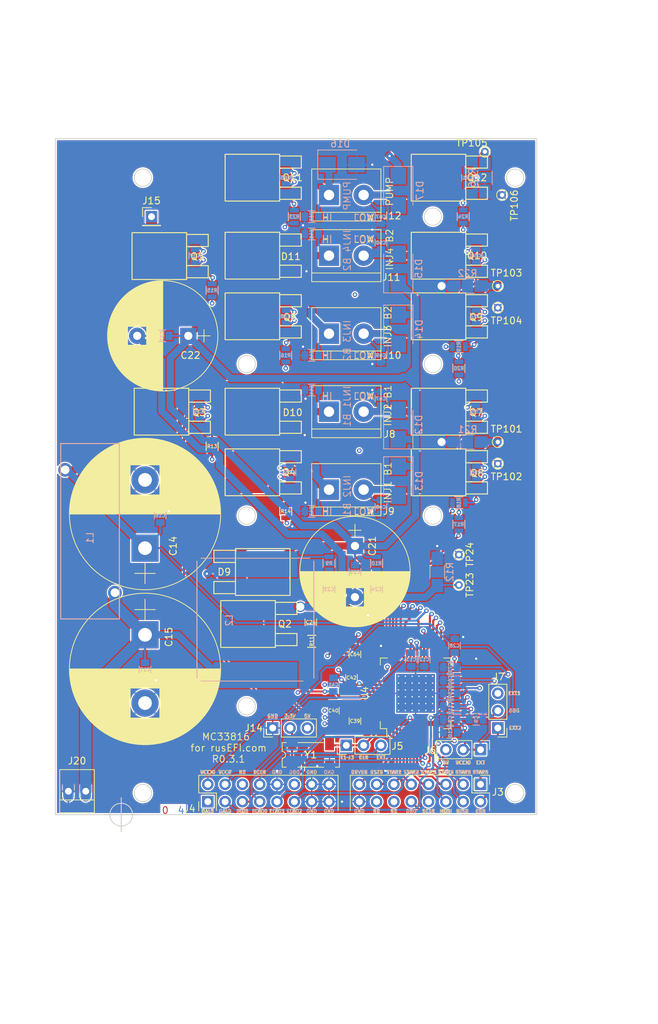
<source format=kicad_pcb>
(kicad_pcb (version 20171130) (host pcbnew "(5.1.5)-3")
  (title_block (title "Common Rail MC33816 board") (date 2020-05-15) (rev R0.3.1) (company http://rusefi.com/))
  (layers (0 F.Cu signal) (1 PWR_AN power) (2 GND power) (31 B.Cu signal) (34 B.Paste user) (35 F.Paste user) (36 B.SilkS user) (37 F.SilkS user) (38 B.Mask user) (39 F.Mask user) (44 Edge.Cuts user))
  (net 0 "")
  (net 1 GND)
  (net 2 /5V)
  (net 3 /3.3V)
  (net 4 /VCCIO)
  (net 5 /VCCP)
  (net 6 /Vbat)
  (net 7 /Vpwr)
  (net 8 /Vboost)
  (net 9 "Net-(C23-Pad1)")
  (net 10 "Net-(C24-Pad1)")
  (net 11 "Net-(C26-Pad2)")
  (net 12 "Net-(C35-Pad1)")
  (net 13 "Net-(C36-Pad1)")
  (net 14 "Net-(C37-Pad1)")
  (net 15 "Net-(C38-Pad1)")
  (net 16 "Net-(C39-Pad1)")
  (net 17 "Net-(C40-Pad1)")
  (net 18 "Net-(C41-Pad1)")
  (net 19 "Net-(C42-Pad1)")
  (net 20 "Net-(C55-Pad2)")
  (net 21 "Net-(C56-Pad2)")
  (net 22 "Net-(C57-Pad2)")
  (net 23 "Net-(C58-Pad2)")
  (net 24 "Net-(C63-Pad1)")
  (net 25 "Net-(C64-Pad2)")
  (net 26 "Net-(C71-Pad2)")
  (net 27 /START6)
  (net 28 /CSB)
  (net 29 /START5)
  (net 30 /MISO)
  (net 31 /START4)
  (net 32 /MOSI)
  (net 33 /START3)
  (net 34 /SCLK)
  (net 35 /START2)
  (net 36 /DBG_EXT2)
  (net 37 /START1)
  (net 38 /RESETB)
  (net 39 /DRVEN)
  (net 40 /OA_1)
  (net 41 /OA_2)
  (net 42 /IRQB)
  (net 43 /FLAG_0)
  (net 44 /EXT_CLK)
  (net 45 /FLAG_1)
  (net 46 /FLAG_2)
  (net 47 /DBG_EXT1)
  (net 48 /VCC2P5)
  (net 49 /BANK1_BAT)
  (net 50 /INJ_B1_HIGH)
  (net 51 /BANK2_BAT)
  (net 52 /INJ_B2_HIGH)
  (net 53 /INJ1_LOW)
  (net 54 /INJ2_LOW)
  (net 55 /INJ3_LOW)
  (net 56 /INJ4_LOW)
  (net 57 /PUMP_HIGH)
  (net 58 /PUMP_LOW)
  (net 59 /CLK)
  (net 60 /DBG)
  (net 61 /G_LS6)
  (net 62 /P_SENSE_BOOST)
  (net 63 /P_B1_SENSE)
  (net 64 /P_B2_SENSE)
  (net 65 /P_SENSE_PUMP)
  (net 66 /G_L_BOOST)
  (net 67 /G_HB1_BAT)
  (net 68 /G_HB1_BST)
  (net 69 /G_HB2_BAT)
  (net 70 /G_HB2_BST)
  (net 71 /G_L_INJ1)
  (net 72 /G_L_INJ2)
  (net 73 /G_L_INJ3)
  (net 74 /G_L_INJ4)
  (net 75 /G_PUMP)
  (net 76 /Vbuck)
  (module Pin_Headers:Pin_Header_Straight_2x08_Pitch2.54mm (layer F.Cu) (at 160.147 153.289 270)
    (fp_text reference J3 (at 1.143 -2.54) (layer F.SilkS))
    (fp_text value CONN_02X08)
    (pad 1 thru_hole rect (at 0 0 270) (size 1.7 1.7) (drill 1) (layers *.Cu *.Mask) (net 27 /START6))
    (pad 2 thru_hole oval (at 2.54 0 270) (size 1.7 1.7) (drill 1) (layers *.Cu *.Mask) (net 28 /CSB))
    (pad 3 thru_hole oval (at 0 2.54 270) (size 1.7 1.7) (drill 1) (layers *.Cu *.Mask) (net 29 /START5))
    (pad 4 thru_hole oval (at 2.54 2.54 270) (size 1.7 1.7) (drill 1) (layers *.Cu *.Mask) (net 30 /MISO))
    (pad 5 thru_hole oval (at 0 5.08 270) (size 1.7 1.7) (drill 1) (layers *.Cu *.Mask) (net 31 /START4))
    (pad 6 thru_hole oval (at 2.54 5.08 270) (size 1.7 1.7) (drill 1) (layers *.Cu *.Mask) (net 32 /MOSI))
    (pad 7 thru_hole oval (at 0 7.62 270) (size 1.7 1.7) (drill 1) (layers *.Cu *.Mask) (net 33 /START3))
    (pad 8 thru_hole oval (at 2.54 7.62 270) (size 1.7 1.7) (drill 1) (layers *.Cu *.Mask) (net 34 /SCLK))
    (pad 9 thru_hole oval (at 0 10.16 270) (size 1.7 1.7) (drill 1) (layers *.Cu *.Mask) (net 35 /START2))
    (pad 10 thru_hole oval (at 2.54 10.16 270) (size 1.7 1.7) (drill 1) (layers *.Cu *.Mask) (net 36 /DBG_EXT2))
    (pad 11 thru_hole oval (at 0 12.7 270) (size 1.7 1.7) (drill 1) (layers *.Cu *.Mask) (net 37 /START1))
    (pad 12 thru_hole oval (at 2.54 12.7 270) (size 1.7 1.7) (drill 1) (layers *.Cu *.Mask))
    (pad 13 thru_hole oval (at 0 15.24 270) (size 1.7 1.7) (drill 1) (layers *.Cu *.Mask) (net 38 /RESETB))
    (pad 14 thru_hole oval (at 2.54 15.24 270) (size 1.7 1.7) (drill 1) (layers *.Cu *.Mask))
    (pad 15 thru_hole oval (at 0 17.78 270) (size 1.7 1.7) (drill 1) (layers *.Cu *.Mask) (net 39 /DRVEN))
    (pad 16 thru_hole oval (at 2.54 17.78 270) (size 1.7 1.7) (drill 1) (layers *.Cu *.Mask) (net 1 GND))
  )
  (module Pin_Headers:Pin_Header_Straight_2x08_Pitch2.54mm (layer F.Cu) (at 120.142 155.829 90)
    (fp_text reference J4 (at -1.016 -2.667 180) (layer F.SilkS))
    (fp_text value CONN_02X08)
    (pad 1 thru_hole rect (at 0 0 90) (size 1.7 1.7) (drill 1) (layers *.Cu *.Mask) (net 40 /OA_1))
    (pad 2 thru_hole oval (at 2.54 0 90) (size 1.7 1.7) (drill 1) (layers *.Cu *.Mask) (net 4 /VCCIO))
    (pad 3 thru_hole oval (at 0 2.54 90) (size 1.7 1.7) (drill 1) (layers *.Cu *.Mask) (net 41 /OA_2))
    (pad 4 thru_hole oval (at 2.54 2.54 90) (size 1.7 1.7) (drill 1) (layers *.Cu *.Mask) (net 5 /VCCP))
    (pad 5 thru_hole oval (at 0 5.08 90) (size 1.7 1.7) (drill 1) (layers *.Cu *.Mask) (net 42 /IRQB))
    (pad 6 thru_hole oval (at 2.54 5.08 90) (size 1.7 1.7) (drill 1) (layers *.Cu *.Mask))
    (pad 7 thru_hole oval (at 0 7.62 90) (size 1.7 1.7) (drill 1) (layers *.Cu *.Mask) (net 43 /FLAG_0))
    (pad 8 thru_hole oval (at 2.54 7.62 90) (size 1.7 1.7) (drill 1) (layers *.Cu *.Mask) (net 44 /EXT_CLK))
    (pad 9 thru_hole oval (at 0 10.16 90) (size 1.7 1.7) (drill 1) (layers *.Cu *.Mask) (net 45 /FLAG_1))
    (pad 10 thru_hole oval (at 2.54 10.16 90) (size 1.7 1.7) (drill 1) (layers *.Cu *.Mask) (net 1 GND))
    (pad 11 thru_hole oval (at 0 12.7 90) (size 1.7 1.7) (drill 1) (layers *.Cu *.Mask) (net 46 /FLAG_2))
    (pad 12 thru_hole oval (at 2.54 12.7 90) (size 1.7 1.7) (drill 1) (layers *.Cu *.Mask) (net 47 /DBG_EXT1))
    (pad 13 thru_hole oval (at 0 15.24 90) (size 1.7 1.7) (drill 1) (layers *.Cu *.Mask) (net 1 GND))
    (pad 14 thru_hole oval (at 2.54 15.24 90) (size 1.7 1.7) (drill 1) (layers *.Cu *.Mask) (net 1 GND))
    (pad 15 thru_hole oval (at 0 17.78 90) (size 1.7 1.7) (drill 1) (layers *.Cu *.Mask) (net 1 GND))
    (pad 16 thru_hole oval (at 2.54 17.78 90) (size 1.7 1.7) (drill 1) (layers *.Cu *.Mask) (net 1 GND))
  )
  (module rusEFI_LIB:IHLP6767GZER100M01 (layer B.Cu) (at 127.127 129.159 270)
    (fp_text reference L2 (at 0.09906 3.85064 270) (layer B.SilkS) (effects (justify mirror)))
    (fp_text value 10uH hide)
    (pad 2 smd rect (at 8.1225 0 270) (size 3.825 12.32) (layers B.Cu B.Paste B.Mask) (net 7 /Vpwr))
    (pad 1 smd rect (at -8.1225 0 270) (size 3.825 12.32) (layers B.Cu B.Paste B.Mask) (net 76 /Vbuck))
  )
  (module Capacitors_ThroughHole:CP_Radial_D22.0mm_P10.00mm_SnapIn (layer F.Cu) (at 110.934 118.682 90)
    (fp_text reference C14 (at 0.3175 4.1275 90) (layer F.SilkS))
    (fp_text value 1000uF)
    (pad 1 thru_hole rect (at 0 0 90) (size 4 4) (drill 2) (layers *.Cu *.Mask) (net 6 /Vbat))
    (pad 2 thru_hole circle (at 10 0 90) (size 4 4) (drill 2) (layers *.Cu *.Mask) (net 1 GND))
  )
  (module Capacitors_ThroughHole:CP_Radial_D22.0mm_P10.00mm_SnapIn (layer F.Cu) (at 110.934 131.382 270)
    (fp_text reference C15 (at 0.3175 -3.4925 270) (layer F.SilkS))
    (fp_text value 1000uF)
    (pad 1 thru_hole rect (at 0 0 270) (size 4 4) (drill 2) (layers *.Cu *.Mask) (net 7 /Vpwr))
    (pad 2 thru_hole circle (at 10 0 270) (size 4 4) (drill 2) (layers *.Cu *.Mask) (net 1 GND))
  )
  (module Capacitors_ThroughHole:CP_Radial_D16.0mm_P7.50mm (layer F.Cu) (at 141.732 118.364 270)
    (fp_text reference C21 (at 0 -2.54 270) (layer F.SilkS))
    (fp_text value 390uF)
    (pad 1 thru_hole rect (at 0 0 270) (size 2.4 2.4) (drill 1.2) (layers *.Cu *.Mask) (net 8 /Vboost))
    (pad 2 thru_hole circle (at 7.5 0 270) (size 2.4 2.4) (drill 1.2) (layers *.Cu *.Mask) (net 62 /P_SENSE_BOOST))
  )
  (module Capacitors_ThroughHole:CP_Radial_D16.0mm_P7.50mm (layer F.Cu) (at 117.284 87.566 180)
    (fp_text reference C22 (at -0.3175 -2.8575 180) (layer F.SilkS))
    (fp_text value 390uF)
    (pad 1 thru_hole rect (at 0 0 180) (size 2.4 2.4) (drill 1.2) (layers *.Cu *.Mask) (net 8 /Vboost))
    (pad 2 thru_hole circle (at 7.5 0 180) (size 2.4 2.4) (drill 1.2) (layers *.Cu *.Mask) (net 62 /P_SENSE_BOOST))
  )
  (module TO_SOT_Packages_SMD:TO-252-2Lead (layer F.Cu) (at 122.682 122.174 270)
    (fp_text reference D9 (at 0 0.127) (layer F.SilkS))
    (fp_text value FFD10UP20S)
    (pad 1 smd rect (at -2.286 0 270) (size 1.651 3.048) (layers F.Cu F.Paste F.Mask) (net 8 /Vboost))
    (pad 2 smd rect (at 0 -6.35 270) (size 6.096 6.096) (layers F.Cu F.Paste F.Mask) (net 8 /Vboost))
    (pad 3 smd rect (at 2.286 0 270) (size 1.651 3.048) (layers F.Cu F.Paste F.Mask) (net 76 /Vbuck))
  )
  (module TO_SOT_Packages_SMD:TO-252-2Lead (layer F.Cu) (at 132.207 98.679 90)
    (fp_text reference D10 (at -0.127 0.381 180) (layer F.SilkS))
    (fp_text value SBR10200CTL)
    (pad 1 smd rect (at -2.286 0 90) (size 1.651 3.048) (layers F.Cu F.Paste F.Mask) (net 1 GND))
    (pad 2 smd rect (at 0 -6.35 90) (size 6.096 6.096) (layers F.Cu F.Paste F.Mask) (net 50 /INJ_B1_HIGH))
    (pad 3 smd rect (at 2.286 0 90) (size 1.651 3.048) (layers F.Cu F.Paste F.Mask) (net 49 /BANK1_BAT))
  )
  (module TO_SOT_Packages_SMD:TO-252-2Lead (layer F.Cu) (at 132.207 75.819 90)
    (fp_text reference D11 (at -0.127 0.127 180) (layer F.SilkS))
    (fp_text value SBR10200CTL)
    (pad 1 smd rect (at -2.286 0 90) (size 1.651 3.048) (layers F.Cu F.Paste F.Mask) (net 1 GND))
    (pad 2 smd rect (at 0 -6.35 90) (size 6.096 6.096) (layers F.Cu F.Paste F.Mask) (net 52 /INJ_B2_HIGH))
    (pad 3 smd rect (at 2.286 0 90) (size 1.651 3.048) (layers F.Cu F.Paste F.Mask) (net 51 /BANK2_BAT))
  )
  (module Diodes_SMD:D_SMB (layer B.Cu) (at 148.082 100.584 90)
    (fp_text reference D12 (at 0 3 90) (layer B.SilkS) (effects (justify mirror)))
    (fp_text value STPS2H100UY)
    (pad 1 smd rect (at -2.15 0 90) (size 2.5 2.3) (layers B.Cu B.Paste B.Mask) (net 8 /Vboost))
    (pad 2 smd rect (at 2.15 0 90) (size 2.5 2.3) (layers B.Cu B.Paste B.Mask) (net 53 /INJ1_LOW))
  )
  (module Diodes_SMD:D_SMB (layer B.Cu) (at 148.082 108.839 270)
    (fp_text reference D13 (at 0 -3.048 270) (layer B.SilkS) (effects (justify mirror)))
    (fp_text value STPS2H100UY)
    (pad 1 smd rect (at -2.15 0 270) (size 2.5 2.3) (layers B.Cu B.Paste B.Mask) (net 8 /Vboost))
    (pad 2 smd rect (at 2.15 0 270) (size 2.5 2.3) (layers B.Cu B.Paste B.Mask) (net 54 /INJ2_LOW))
  )
  (module Diodes_SMD:D_SMB (layer B.Cu) (at 148.082 86.614 270)
    (fp_text reference D14 (at 0 -3.048 270) (layer B.SilkS) (effects (justify mirror)))
    (fp_text value STPS2H100UY)
    (pad 1 smd rect (at -2.15 0 270) (size 2.5 2.3) (layers B.Cu B.Paste B.Mask) (net 8 /Vboost))
    (pad 2 smd rect (at 2.15 0 270) (size 2.5 2.3) (layers B.Cu B.Paste B.Mask) (net 55 /INJ3_LOW))
  )
  (module Diodes_SMD:D_SMB (layer B.Cu) (at 148.082 77.724 90)
    (fp_text reference D15 (at 0 3 90) (layer B.SilkS) (effects (justify mirror)))
    (fp_text value STPS2H100UY)
    (pad 1 smd rect (at -2.15 0 90) (size 2.5 2.3) (layers B.Cu B.Paste B.Mask) (net 8 /Vboost))
    (pad 2 smd rect (at 2.15 0 90) (size 2.5 2.3) (layers B.Cu B.Paste B.Mask) (net 56 /INJ4_LOW))
  )
  (module Diodes_SMD:D_SMB (layer B.Cu) (at 139.827 62.484)
    (fp_text reference D16 (at -0.254 -3.048) (layer B.SilkS) (effects (justify mirror)))
    (fp_text value STPS2H100UY)
    (pad 1 smd rect (at -2.15 0) (size 2.5 2.3) (layers B.Cu B.Paste B.Mask) (net 57 /PUMP_HIGH))
    (pad 2 smd rect (at 2.15 0) (size 2.5 2.3) (layers B.Cu B.Paste B.Mask) (net 1 GND))
  )
  (module Diodes_SMD:D_SMB (layer B.Cu) (at 148.082 66.294 270)
    (fp_text reference D17 (at 0 -3.175 270) (layer B.SilkS) (effects (justify mirror)))
    (fp_text value STPS2H100UY)
    (pad 1 smd rect (at -2.15 0 270) (size 2.5 2.3) (layers B.Cu B.Paste B.Mask) (net 6 /Vbat))
    (pad 2 smd rect (at 2.15 0 270) (size 2.5 2.3) (layers B.Cu B.Paste B.Mask) (net 58 /PUMP_LOW))
  )
  (module Pin_Headers:Pin_Header_Straight_1x03_Pitch2.54mm (layer F.Cu) (at 140.462 147.574 90)
    (fp_text reference J5 (at -0.127 7.493 180) (layer F.SilkS))
    (fp_text value CONN_01X03)
    (pad 1 thru_hole rect (at 0 0 90) (size 1.7 1.7) (drill 1) (layers *.Cu *.Mask) (net 59 /CLK))
    (pad 2 thru_hole oval (at 0 2.54 90) (size 1.7 1.7) (drill 1) (layers *.Cu *.Mask) (net 59 /CLK))
    (pad 3 thru_hole oval (at 0 5.08 90) (size 1.7 1.7) (drill 1) (layers *.Cu *.Mask) (net 44 /EXT_CLK))
  )
  (module Pin_Headers:Pin_Header_Straight_1x03_Pitch2.54mm (layer F.Cu) (at 160.147 148.209 270)
    (fp_text reference J6 (at 0.127 7.366) (layer F.SilkS))
    (fp_text value CONN_01X03)
    (pad 1 thru_hole rect (at 0 0 270) (size 1.7 1.7) (drill 1) (layers *.Cu *.Mask) (net 4 /VCCIO))
    (pad 2 thru_hole oval (at 0 2.54 270) (size 1.7 1.7) (drill 1) (layers *.Cu *.Mask) (net 4 /VCCIO))
    (pad 3 thru_hole oval (at 0 5.08 270) (size 1.7 1.7) (drill 1) (layers *.Cu *.Mask) (net 2 /5V))
  )
  (module Pin_Headers:Pin_Header_Straight_1x03_Pitch2.54mm (layer F.Cu) (at 162.687 145.034 180)
    (fp_text reference J7 (at -0.127 7.493 180) (layer F.SilkS))
    (fp_text value CONN_01X03)
    (pad 1 thru_hole rect (at 0 0 180) (size 1.7 1.7) (drill 1) (layers *.Cu *.Mask) (net 36 /DBG_EXT2))
    (pad 2 thru_hole oval (at 0 2.54 180) (size 1.7 1.7) (drill 1) (layers *.Cu *.Mask) (net 60 /DBG))
    (pad 3 thru_hole oval (at 0 5.08 180) (size 1.7 1.7) (drill 1) (layers *.Cu *.Mask) (net 47 /DBG_EXT1))
  )
  (module Terminal_Blocks:TerminalBlock_bornier-2_P5.08mm (layer F.Cu) (at 137.922 98.679)
    (fp_text reference J8 (at 8.89 3.302) (layer F.SilkS))
    (fp_text value INJ_Term)
    (pad 1 thru_hole rect (at 0 0) (size 3 3) (drill 1.52) (layers *.Cu *.Mask) (net 50 /INJ_B1_HIGH))
    (pad 2 thru_hole circle (at 5.08 0) (size 3 3) (drill 1.52) (layers *.Cu *.Mask) (net 53 /INJ1_LOW))
  )
  (module Terminal_Blocks:TerminalBlock_bornier-2_P5.08mm (layer F.Cu) (at 137.922 110.109)
    (fp_text reference J9 (at 8.763 3.175) (layer F.SilkS))
    (fp_text value INJ_Term)
    (pad 1 thru_hole rect (at 0 0) (size 3 3) (drill 1.52) (layers *.Cu *.Mask) (net 50 /INJ_B1_HIGH))
    (pad 2 thru_hole circle (at 5.08 0) (size 3 3) (drill 1.52) (layers *.Cu *.Mask) (net 54 /INJ2_LOW))
  )
  (module Terminal_Blocks:TerminalBlock_bornier-2_P5.08mm (layer F.Cu) (at 137.922 87.249)
    (fp_text reference J10 (at 9.271 3.175) (layer F.SilkS))
    (fp_text value INJ_Term)
    (pad 1 thru_hole rect (at 0 0) (size 3 3) (drill 1.52) (layers *.Cu *.Mask) (net 52 /INJ_B2_HIGH))
    (pad 2 thru_hole circle (at 5.08 0) (size 3 3) (drill 1.52) (layers *.Cu *.Mask) (net 55 /INJ3_LOW))
  )
  (module Terminal_Blocks:TerminalBlock_bornier-2_P5.08mm (layer F.Cu) (at 137.922 75.819)
    (fp_text reference J11 (at 9.144 3.175) (layer F.SilkS))
    (fp_text value INJ_Term)
    (pad 1 thru_hole rect (at 0 0) (size 3 3) (drill 1.52) (layers *.Cu *.Mask) (net 52 /INJ_B2_HIGH))
    (pad 2 thru_hole circle (at 5.08 0) (size 3 3) (drill 1.52) (layers *.Cu *.Mask) (net 56 /INJ4_LOW))
  )
  (module Terminal_Blocks:TerminalBlock_bornier-2_P5.08mm (layer F.Cu) (at 137.922 66.929)
    (fp_text reference J12 (at 9.271 3.048) (layer F.SilkS))
    (fp_text value INJ_Term)
    (pad 1 thru_hole rect (at 0 0) (size 3 3) (drill 1.52) (layers *.Cu *.Mask) (net 57 /PUMP_HIGH))
    (pad 2 thru_hole circle (at 5.08 0) (size 3 3) (drill 1.52) (layers *.Cu *.Mask) (net 58 /PUMP_LOW))
  )
  (module rusEFI_LIB:744710610-Inductor (layer B.Cu) (at 102.87 116.205 90)
    (fp_text reference L1 (at -1 0 90) (layer B.SilkS) (effects (justify mirror)))
    (fp_text value 6uH hide)
    (pad 1 thru_hole circle (at -9 3.65 90) (size 2.032 2.032) (drill 1.27) (layers *.Cu *.Mask) (net 7 /Vpwr))
    (pad 2 thru_hole circle (at 9 -3.65 90) (size 2.032 2.032) (drill 1.27) (layers *.Cu *.Mask) (net 6 /Vbat))
  )
  (module TO_SOT_Packages_SMD:TO-252-2Lead (layer F.Cu) (at 131.572 129.794 90)
    (fp_text reference Q2 (at 0 -0.127 180) (layer F.SilkS))
    (fp_text value BUK9230-100B)
    (pad 1 smd rect (at -2.286 0 90) (size 1.651 3.048) (layers F.Cu F.Paste F.Mask) (net 11 "Net-(C26-Pad2)"))
    (pad 2 smd rect (at 0 -6.35 90) (size 6.096 6.096) (layers F.Cu F.Paste F.Mask) (net 76 /Vbuck))
    (pad 3 smd rect (at 2.286 0 90) (size 1.651 3.048) (layers F.Cu F.Paste F.Mask) (net 62 /P_SENSE_BOOST))
  )
  (module TO_SOT_Packages_SMD:TO-252-2Lead (layer F.Cu) (at 118.872 98.679 90)
    (fp_text reference Q3 (at -0.127 0 180) (layer F.SilkS))
    (fp_text value BUK9230-100B)
    (pad 1 smd rect (at -2.286 0 90) (size 1.651 3.048) (layers F.Cu F.Paste F.Mask) (net 12 "Net-(C35-Pad1)"))
    (pad 2 smd rect (at 0 -6.35 90) (size 6.096 6.096) (layers F.Cu F.Paste F.Mask) (net 6 /Vbat))
    (pad 3 smd rect (at 2.286 0 90) (size 1.651 3.048) (layers F.Cu F.Paste F.Mask) (net 49 /BANK1_BAT))
  )
  (module TO_SOT_Packages_SMD:TO-252-2Lead (layer F.Cu) (at 132.207 107.569 90)
    (fp_text reference Q4 (at 0 -0.127 180) (layer F.SilkS))
    (fp_text value BUK9230-100B)
    (pad 1 smd rect (at -2.286 0 90) (size 1.651 3.048) (layers F.Cu F.Paste F.Mask) (net 13 "Net-(C36-Pad1)"))
    (pad 2 smd rect (at 0 -6.35 90) (size 6.096 6.096) (layers F.Cu F.Paste F.Mask) (net 8 /Vboost))
    (pad 3 smd rect (at 2.286 0 90) (size 1.651 3.048) (layers F.Cu F.Paste F.Mask) (net 50 /INJ_B1_HIGH))
  )
  (module TO_SOT_Packages_SMD:TO-252-2Lead (layer F.Cu) (at 118.554 75.8825 90)
    (fp_text reference Q5 (at -0.0635 0.064 180) (layer F.SilkS))
    (fp_text value BUK9230-100B)
    (pad 1 smd rect (at -2.286 0 90) (size 1.651 3.048) (layers F.Cu F.Paste F.Mask) (net 14 "Net-(C37-Pad1)"))
    (pad 2 smd rect (at 0 -6.35 90) (size 6.096 6.096) (layers F.Cu F.Paste F.Mask) (net 6 /Vbat))
    (pad 3 smd rect (at 2.286 0 90) (size 1.651 3.048) (layers F.Cu F.Paste F.Mask) (net 51 /BANK2_BAT))
  )
  (module TO_SOT_Packages_SMD:TO-252-2Lead (layer F.Cu) (at 132.207 84.709 90)
    (fp_text reference Q6 (at -0.127 0 180) (layer F.SilkS))
    (fp_text value BUK9230-100B)
    (pad 1 smd rect (at -2.286 0 90) (size 1.651 3.048) (layers F.Cu F.Paste F.Mask) (net 15 "Net-(C38-Pad1)"))
    (pad 2 smd rect (at 0 -6.35 90) (size 6.096 6.096) (layers F.Cu F.Paste F.Mask) (net 8 /Vboost))
    (pad 3 smd rect (at 2.286 0 90) (size 1.651 3.048) (layers F.Cu F.Paste F.Mask) (net 52 /INJ_B2_HIGH))
  )
  (module TO_SOT_Packages_SMD:TO-252-2Lead (layer F.Cu) (at 159.512 98.679 90)
    (fp_text reference Q7 (at -0.127 0 180) (layer F.SilkS))
    (fp_text value BUK9230-100B)
    (pad 1 smd rect (at -2.286 0 90) (size 1.651 3.048) (layers F.Cu F.Paste F.Mask) (net 20 "Net-(C55-Pad2)"))
    (pad 2 smd rect (at 0 -6.35 90) (size 6.096 6.096) (layers F.Cu F.Paste F.Mask) (net 53 /INJ1_LOW))
    (pad 3 smd rect (at 2.286 0 90) (size 1.651 3.048) (layers F.Cu F.Paste F.Mask) (net 63 /P_B1_SENSE))
  )
  (module TO_SOT_Packages_SMD:TO-252-2Lead (layer F.Cu) (at 159.512 107.569 90)
    (fp_text reference Q8 (at -0.127 0.127 180) (layer F.SilkS))
    (fp_text value BUK9230-100B)
    (pad 1 smd rect (at -2.286 0 90) (size 1.651 3.048) (layers F.Cu F.Paste F.Mask) (net 21 "Net-(C56-Pad2)"))
    (pad 2 smd rect (at 0 -6.35 90) (size 6.096 6.096) (layers F.Cu F.Paste F.Mask) (net 54 /INJ2_LOW))
    (pad 3 smd rect (at 2.286 0 90) (size 1.651 3.048) (layers F.Cu F.Paste F.Mask) (net 63 /P_B1_SENSE))
  )
  (module TO_SOT_Packages_SMD:TO-252-2Lead (layer F.Cu) (at 159.512 84.709 90)
    (fp_text reference Q9 (at -0.127 0 180) (layer F.SilkS))
    (fp_text value BUK9230-100B)
    (pad 1 smd rect (at -2.286 0 90) (size 1.651 3.048) (layers F.Cu F.Paste F.Mask) (net 22 "Net-(C57-Pad2)"))
    (pad 2 smd rect (at 0 -6.35 90) (size 6.096 6.096) (layers F.Cu F.Paste F.Mask) (net 55 /INJ3_LOW))
    (pad 3 smd rect (at 2.286 0 90) (size 1.651 3.048) (layers F.Cu F.Paste F.Mask) (net 64 /P_B2_SENSE))
  )
  (module TO_SOT_Packages_SMD:TO-252-2Lead (layer F.Cu) (at 159.512 75.819 90)
    (fp_text reference Q10 (at 0 0.127 180) (layer F.SilkS))
    (fp_text value BUK9230-100B)
    (pad 1 smd rect (at -2.286 0 90) (size 1.651 3.048) (layers F.Cu F.Paste F.Mask) (net 23 "Net-(C58-Pad2)"))
    (pad 2 smd rect (at 0 -6.35 90) (size 6.096 6.096) (layers F.Cu F.Paste F.Mask) (net 56 /INJ4_LOW))
    (pad 3 smd rect (at 2.286 0 90) (size 1.651 3.048) (layers F.Cu F.Paste F.Mask) (net 64 /P_B2_SENSE))
  )
  (module TO_SOT_Packages_SMD:TO-252-2Lead (layer F.Cu) (at 132.207 64.389 90)
    (fp_text reference Q11 (at 0 0.381 180) (layer F.SilkS))
    (fp_text value BUK9230-100B)
    (pad 1 smd rect (at -2.286 0 90) (size 1.651 3.048) (layers F.Cu F.Paste F.Mask) (net 24 "Net-(C63-Pad1)"))
    (pad 2 smd rect (at 0 -6.35 90) (size 6.096 6.096) (layers F.Cu F.Paste F.Mask) (net 6 /Vbat))
    (pad 3 smd rect (at 2.286 0 90) (size 1.651 3.048) (layers F.Cu F.Paste F.Mask) (net 57 /PUMP_HIGH))
  )
  (module TO_SOT_Packages_SMD:TO-252-2Lead (layer F.Cu) (at 159.512 64.389 90)
    (fp_text reference Q12 (at 0 0.127 180) (layer F.SilkS))
    (fp_text value BUK9230-100B)
    (pad 1 smd rect (at -2.286 0 90) (size 1.651 3.048) (layers F.Cu F.Paste F.Mask) (net 26 "Net-(C71-Pad2)"))
    (pad 2 smd rect (at 0 -6.35 90) (size 6.096 6.096) (layers F.Cu F.Paste F.Mask) (net 58 /PUMP_LOW))
    (pad 3 smd rect (at 2.286 0 90) (size 1.651 3.048) (layers F.Cu F.Paste F.Mask) (net 65 /P_SENSE_PUMP))
  )
  (module Resistors_SMD:R_1206_HandSoldering (layer B.Cu) (at 153.797 122.174 90)
    (fp_text reference R12 (at 0 1.85 90) (layer B.SilkS) (effects (justify mirror)))
    (fp_text value 0R010)
    (pad 1 smd rect (at -2 0 90) (size 2 1.7) (layers B.Cu B.Paste B.Mask) (net 62 /P_SENSE_BOOST))
    (pad 2 smd rect (at 2 0 90) (size 2 1.7) (layers B.Cu B.Paste B.Mask) (net 1 GND))
  )
  (module Resistors_SMD:R_1206_HandSoldering (layer B.Cu) (at 158.242 103.124 180)
    (fp_text reference R21 (at 0 1.85 180) (layer B.SilkS) (effects (justify mirror)))
    (fp_text value 0R015)
    (pad 1 smd rect (at -2 0 180) (size 2 1.7) (layers B.Cu B.Paste B.Mask) (net 63 /P_B1_SENSE))
    (pad 2 smd rect (at 2 0 180) (size 2 1.7) (layers B.Cu B.Paste B.Mask) (net 1 GND))
  )
  (module Resistors_SMD:R_1206_HandSoldering (layer B.Cu) (at 158.242 80.264 180)
    (fp_text reference R22 (at 0 1.85 180) (layer B.SilkS) (effects (justify mirror)))
    (fp_text value 0R015)
    (pad 1 smd rect (at -2 0 180) (size 2 1.7) (layers B.Cu B.Paste B.Mask) (net 64 /P_B2_SENSE))
    (pad 2 smd rect (at 2 0 180) (size 2 1.7) (layers B.Cu B.Paste B.Mask) (net 1 GND))
  )
  (module Resistors_SMD:R_1206_HandSoldering (layer B.Cu) (at 160.782 64.389 270)
    (fp_text reference R26 (at 0 1.85 270) (layer B.SilkS) (effects (justify mirror)))
    (fp_text value 0R015)
    (pad 1 smd rect (at -2 0 270) (size 2 1.7) (layers B.Cu B.Paste B.Mask) (net 65 /P_SENSE_PUMP))
    (pad 2 smd rect (at 2 0 270) (size 2 1.7) (layers B.Cu B.Paste B.Mask) (net 1 GND))
  )
  (module Connect:PINTST (layer F.Cu) (at 156.972 124.079 270)
    (fp_text reference TP23 (at 0 -1.6 270) (layer F.SilkS))
    (fp_text value CONN_01X01)
    (pad 1 thru_hole circle (at 0 0 270) (size 1.143 1.143) (drill 0.635) (layers *.Cu *.Mask) (net 62 /P_SENSE_BOOST))
  )
  (module Connect:PINTST (layer F.Cu) (at 156.972 119.634 270)
    (fp_text reference TP24 (at 0 -1.6 270) (layer F.SilkS))
    (fp_text value CONN_01X01)
    (pad 1 thru_hole circle (at 0 0 270) (size 1.143 1.143) (drill 0.635) (layers *.Cu *.Mask) (net 1 GND))
  )
  (module Connect:PINTST (layer F.Cu) (at 162.687 103.124 270)
    (fp_text reference TP101 (at -1.905 -1.27) (layer F.SilkS))
    (fp_text value CONN_01X01)
    (pad 1 thru_hole circle (at 0 0 270) (size 1.143 1.143) (drill 0.635) (layers *.Cu *.Mask) (net 63 /P_B1_SENSE))
  )
  (module Connect:PINTST (layer F.Cu) (at 162.687 106.299 270)
    (fp_text reference TP102 (at 1.905 -1.27) (layer F.SilkS))
    (fp_text value CONN_01X01)
    (pad 1 thru_hole circle (at 0 0 270) (size 1.143 1.143) (drill 0.635) (layers *.Cu *.Mask) (net 1 GND))
  )
  (module Connect:PINTST (layer F.Cu) (at 162.687 80.264 270)
    (fp_text reference TP103 (at -1.905 -1.27) (layer F.SilkS))
    (fp_text value CONN_01X01)
    (pad 1 thru_hole circle (at 0 0 270) (size 1.143 1.143) (drill 0.635) (layers *.Cu *.Mask) (net 64 /P_B2_SENSE))
  )
  (module Connect:PINTST (layer F.Cu) (at 162.687 83.439 270)
    (fp_text reference TP104 (at 1.905 -1.27) (layer F.SilkS))
    (fp_text value CONN_01X01)
    (pad 1 thru_hole circle (at 0 0 270) (size 1.143 1.143) (drill 0.635) (layers *.Cu *.Mask) (net 1 GND))
  )
  (module Connect:PINTST (layer F.Cu) (at 160.782 60.579 270)
    (fp_text reference TP105 (at -1.27 1.905) (layer F.SilkS))
    (fp_text value CONN_01X01)
    (pad 1 thru_hole circle (at 0 0 270) (size 1.143 1.143) (drill 0.635) (layers *.Cu *.Mask) (net 65 /P_SENSE_PUMP))
  )
  (module Connect:PINTST (layer F.Cu) (at 163.322 66.929 270)
    (fp_text reference TP106 (at 1.524 -1.778 270) (layer F.SilkS))
    (fp_text value CONN_01X01)
    (pad 1 thru_hole circle (at 0 0 270) (size 1.143 1.143) (drill 0.635) (layers *.Cu *.Mask) (net 1 GND))
  )
  (module Crystals:Crystal_SMD_SeikoEpson_MC306-4pin_8.0x3.2mm (layer F.Cu) (at 135.255 148.971)
    (fp_text reference Y1 (at 0 0) (layer F.SilkS))
    (fp_text value 1MHz)
    (pad 1 smd rect (at -2.75 1.6) (size 1.3 1.9) (layers F.Cu F.Paste F.Mask) (net 3 /3.3V))
    (pad 2 smd rect (at 2.75 1.6) (size 1.3 1.9) (layers F.Cu F.Paste F.Mask) (net 1 GND))
    (pad 3 smd rect (at 2.75 -1.6) (size 1.3 1.9) (layers F.Cu F.Paste F.Mask) (net 59 /CLK))
    (pad 4 smd rect (at -2.75 -1.6) (size 1.3 1.9) (layers F.Cu F.Paste F.Mask) (net 3 /3.3V))
  )
  (module rusEFI_LIB:C_0805 (layer B.Cu) (at 155.702 143.764 180)
    (fp_text reference C8 (at 0 0 90) (layer B.SilkS) (effects (font (size 0.508 0.508) (thickness 0.1016)) (justify mirror)))
    (fp_text value 0.1uF hide)
    (pad 1 smd rect (at -1 0 180) (size 1 1.25) (layers B.Cu B.Paste B.Mask) (net 48 /VCC2P5))
    (pad 2 smd rect (at 1 0 180) (size 1 1.25) (layers B.Cu B.Paste B.Mask) (net 1 GND))
  )
  (module rusEFI_LIB:C_0805 (layer B.Cu) (at 159.512 143.764)
    (fp_text reference C9 (at 0 0 270) (layer B.SilkS) (effects (font (size 0.508 0.508) (thickness 0.1016)) (justify mirror)))
    (fp_text value 1uF hide)
    (pad 1 smd rect (at -1 0) (size 1 1.25) (layers B.Cu B.Paste B.Mask) (net 48 /VCC2P5))
    (pad 2 smd rect (at 1 0) (size 1 1.25) (layers B.Cu B.Paste B.Mask) (net 1 GND))
  )
  (module rusEFI_LIB:C_0805 (layer B.Cu) (at 155.702 145.669 180)
    (fp_text reference C10 (at 0 0 90) (layer B.SilkS) (effects (font (size 0.508 0.508) (thickness 0.1016)) (justify mirror)))
    (fp_text value 0.1uF hide)
    (pad 1 smd rect (at -1 0 180) (size 1 1.25) (layers B.Cu B.Paste B.Mask) (net 4 /VCCIO))
    (pad 2 smd rect (at 1 0 180) (size 1 1.25) (layers B.Cu B.Paste B.Mask) (net 1 GND))
  )
  (module rusEFI_LIB:C_0805 (layer B.Cu) (at 155.702 141.859 180)
    (fp_text reference C11 (at 0 0 90) (layer B.SilkS) (effects (font (size 0.508 0.508) (thickness 0.1016)) (justify mirror)))
    (fp_text value 0.1uF hide)
    (pad 1 smd rect (at -1 0 180) (size 1 1.25) (layers B.Cu B.Paste B.Mask) (net 2 /5V))
    (pad 2 smd rect (at 1 0 180) (size 1 1.25) (layers B.Cu B.Paste B.Mask) (net 1 GND))
  )
  (module rusEFI_LIB:C_0805 (layer B.Cu) (at 151.892 135.001 270)
    (fp_text reference C12 (at 0 0 180) (layer B.SilkS) (effects (font (size 0.508 0.508) (thickness 0.1016)) (justify mirror)))
    (fp_text value 4.7uF hide)
    (pad 1 smd rect (at -1 0 270) (size 1 1.25) (layers B.Cu B.Paste B.Mask) (net 5 /VCCP))
    (pad 2 smd rect (at 1 0 270) (size 1 1.25) (layers B.Cu B.Paste B.Mask) (net 1 GND))
  )
  (module rusEFI_LIB:C_0805 (layer B.Cu) (at 149.987 135.001 270)
    (fp_text reference C13 (at 0 0 180) (layer B.SilkS) (effects (font (size 0.508 0.508) (thickness 0.1016)) (justify mirror)))
    (fp_text value 0.1uF hide)
    (pad 1 smd rect (at -1 0 270) (size 1 1.25) (layers B.Cu B.Paste B.Mask) (net 5 /VCCP))
    (pad 2 smd rect (at 1 0 270) (size 1 1.25) (layers B.Cu B.Paste B.Mask) (net 1 GND))
  )
  (module rusEFI_LIB:C_0805 (layer B.Cu) (at 113.157 113.919 90)
    (fp_text reference C16 (at 0 0) (layer B.SilkS) (effects (font (size 0.508 0.508) (thickness 0.1016)) (justify mirror)))
    (fp_text value 0.22uF hide)
    (pad 1 smd rect (at -1 0 90) (size 1 1.25) (layers B.Cu B.Paste B.Mask) (net 6 /Vbat))
    (pad 2 smd rect (at 1 0 90) (size 1 1.25) (layers B.Cu B.Paste B.Mask) (net 1 GND))
  )
  (module rusEFI_LIB:C_0805 (layer B.Cu) (at 110.934 136.462 270)
    (fp_text reference C17 (at 0 0 180) (layer B.SilkS) (effects (font (size 0.508 0.508) (thickness 0.1016)) (justify mirror)))
    (fp_text value 0.22uF hide)
    (pad 1 smd rect (at -1 0 270) (size 1 1.25) (layers B.Cu B.Paste B.Mask) (net 7 /Vpwr))
    (pad 2 smd rect (at 1 0 270) (size 1 1.25) (layers B.Cu B.Paste B.Mask) (net 1 GND))
  )
  (module rusEFI_LIB:C_0805 (layer B.Cu) (at 137.922 124.714 270)
    (fp_text reference C23 (at 0 0 180) (layer B.SilkS) (effects (font (size 0.508 0.508) (thickness 0.1016)) (justify mirror)))
    (fp_text value 330pF hide)
    (pad 1 smd rect (at -1 0 270) (size 1 1.25) (layers B.Cu B.Paste B.Mask) (net 9 "Net-(C23-Pad1)"))
    (pad 2 smd rect (at 1 0 270) (size 1 1.25) (layers B.Cu B.Paste B.Mask) (net 62 /P_SENSE_BOOST))
  )
  (module rusEFI_LIB:C_0805 (layer B.Cu) (at 144.907 124.714 270)
    (fp_text reference C24 (at 0 0 180) (layer B.SilkS) (effects (font (size 0.508 0.508) (thickness 0.1016)) (justify mirror)))
    (fp_text value 330pF hide)
    (pad 1 smd rect (at -1 0 270) (size 1 1.25) (layers B.Cu B.Paste B.Mask) (net 10 "Net-(C24-Pad1)"))
    (pad 2 smd rect (at 1 0 270) (size 1 1.25) (layers B.Cu B.Paste B.Mask) (net 62 /P_SENSE_BOOST))
  )
  (module rusEFI_LIB:C_0805 (layer B.Cu) (at 141.732 122.174 270)
    (fp_text reference C25 (at 0 0 180) (layer B.SilkS) (effects (font (size 0.508 0.508) (thickness 0.1016)) (justify mirror)))
    (fp_text value 0.22uF hide)
    (pad 1 smd rect (at -1 0 270) (size 1 1.25) (layers B.Cu B.Paste B.Mask) (net 8 /Vboost))
    (pad 2 smd rect (at 1 0 270) (size 1 1.25) (layers B.Cu B.Paste B.Mask) (net 62 /P_SENSE_BOOST))
  )
  (module rusEFI_LIB:C_0805 (layer B.Cu) (at 113.474 87.566 180)
    (fp_text reference C27 (at 0 0 90) (layer B.SilkS) (effects (font (size 0.508 0.508) (thickness 0.1016)) (justify mirror)))
    (fp_text value 0.22uF hide)
    (pad 1 smd rect (at -1 0 180) (size 1 1.25) (layers B.Cu B.Paste B.Mask) (net 8 /Vboost))
    (pad 2 smd rect (at 1 0 180) (size 1 1.25) (layers B.Cu B.Paste B.Mask) (net 62 /P_SENSE_BOOST))
  )
  (module rusEFI_LIB:C_0805 (layer B.Cu) (at 156.337 132.969 90)
    (fp_text reference C28 (at 0 0) (layer B.SilkS) (effects (font (size 0.508 0.508) (thickness 0.1016)) (justify mirror)))
    (fp_text value 330pF hide)
    (pad 1 smd rect (at -1 0 90) (size 1 1.25) (layers B.Cu B.Paste B.Mask) (net 62 /P_SENSE_BOOST))
    (pad 2 smd rect (at 1 0 90) (size 1 1.25) (layers B.Cu B.Paste B.Mask) (net 1 GND))
  )
  (module rusEFI_LIB:C_0805 (layer B.Cu) (at 118.872 98.679 90)
    (fp_text reference C35 (at 0 0) (layer B.SilkS) (effects (font (size 0.508 0.508) (thickness 0.1016)) (justify mirror)))
    (fp_text value 1000pF hide)
    (pad 1 smd rect (at -1 0 90) (size 1 1.25) (layers B.Cu B.Paste B.Mask) (net 12 "Net-(C35-Pad1)"))
    (pad 2 smd rect (at 1 0 90) (size 1 1.25) (layers B.Cu B.Paste B.Mask) (net 49 /BANK1_BAT))
  )
  (module rusEFI_LIB:C_0805 (layer B.Cu) (at 132.207 107.569 90)
    (fp_text reference C36 (at 0 0) (layer B.SilkS) (effects (font (size 0.508 0.508) (thickness 0.1016)) (justify mirror)))
    (fp_text value 1000pF hide)
    (pad 1 smd rect (at -1 0 90) (size 1 1.25) (layers B.Cu B.Paste B.Mask) (net 13 "Net-(C36-Pad1)"))
    (pad 2 smd rect (at 1 0 90) (size 1 1.25) (layers B.Cu B.Paste B.Mask) (net 50 /INJ_B1_HIGH))
  )
  (module rusEFI_LIB:C_0805 (layer B.Cu) (at 118.237 75.819 90)
    (fp_text reference C37 (at 0 0) (layer B.SilkS) (effects (font (size 0.508 0.508) (thickness 0.1016)) (justify mirror)))
    (fp_text value 1000pF hide)
    (pad 1 smd rect (at -1 0 90) (size 1 1.25) (layers B.Cu B.Paste B.Mask) (net 14 "Net-(C37-Pad1)"))
    (pad 2 smd rect (at 1 0 90) (size 1 1.25) (layers B.Cu B.Paste B.Mask) (net 51 /BANK2_BAT))
  )
  (module rusEFI_LIB:C_0805 (layer B.Cu) (at 131.572 84.709 90)
    (fp_text reference C38 (at 0 0) (layer B.SilkS) (effects (font (size 0.508 0.508) (thickness 0.1016)) (justify mirror)))
    (fp_text value 1000pF hide)
    (pad 1 smd rect (at -1 0 90) (size 1 1.25) (layers B.Cu B.Paste B.Mask) (net 15 "Net-(C38-Pad1)"))
    (pad 2 smd rect (at 1 0 90) (size 1 1.25) (layers B.Cu B.Paste B.Mask) (net 52 /INJ_B2_HIGH))
  )
  (module rusEFI_LIB:C_0805 (layer F.Cu) (at 141.732 144.018 270)
    (fp_text reference C39 (at 0 0) (layer F.SilkS) (effects (font (size 0.508 0.508) (thickness 0.1016))))
    (fp_text value 0.33uF hide)
    (pad 1 smd rect (at -1 0 270) (size 1 1.25) (layers F.Cu F.Paste F.Mask) (net 16 "Net-(C39-Pad1)"))
    (pad 2 smd rect (at 1 0 270) (size 1 1.25) (layers F.Cu F.Paste F.Mask) (net 49 /BANK1_BAT))
  )
  (module rusEFI_LIB:C_0805 (layer F.Cu) (at 138.557 142.494 270)
    (fp_text reference C40 (at 0 0) (layer F.SilkS) (effects (font (size 0.508 0.508) (thickness 0.1016))))
    (fp_text value 0.33uF hide)
    (pad 1 smd rect (at -1 0 270) (size 1 1.25) (layers F.Cu F.Paste F.Mask) (net 17 "Net-(C40-Pad1)"))
    (pad 2 smd rect (at 1 0 270) (size 1 1.25) (layers F.Cu F.Paste F.Mask) (net 50 /INJ_B1_HIGH))
  )
  (module rusEFI_LIB:C_0805 (layer B.Cu) (at 138.557 138.684 270)
    (fp_text reference C41 (at 0 0 180) (layer B.SilkS) (effects (font (size 0.508 0.508) (thickness 0.1016)) (justify mirror)))
    (fp_text value 0.33uF hide)
    (pad 1 smd rect (at -1 0 270) (size 1 1.25) (layers B.Cu B.Paste B.Mask) (net 18 "Net-(C41-Pad1)"))
    (pad 2 smd rect (at 1 0 270) (size 1 1.25) (layers B.Cu B.Paste B.Mask) (net 51 /BANK2_BAT))
  )
  (module rusEFI_LIB:C_0805 (layer F.Cu) (at 141.224 137.668 270)
    (fp_text reference C42 (at 0 0) (layer F.SilkS) (effects (font (size 0.508 0.508) (thickness 0.1016))))
    (fp_text value 0.33uF hide)
    (pad 1 smd rect (at -1 0 270) (size 1 1.25) (layers F.Cu F.Paste F.Mask) (net 19 "Net-(C42-Pad1)"))
    (pad 2 smd rect (at 1 0 270) (size 1 1.25) (layers F.Cu F.Paste F.Mask) (net 52 /INJ_B2_HIGH))
  )
  (module rusEFI_LIB:C_0805 (layer B.Cu) (at 135.382 113.284 180)
    (fp_text reference C43 (at 0 0 90) (layer B.SilkS) (effects (font (size 0.508 0.508) (thickness 0.1016)) (justify mirror)))
    (fp_text value 4700pF hide)
    (pad 1 smd rect (at -1 0 180) (size 1 1.25) (layers B.Cu B.Paste B.Mask) (net 50 /INJ_B1_HIGH))
    (pad 2 smd rect (at 1 0 180) (size 1 1.25) (layers B.Cu B.Paste B.Mask) (net 1 GND))
  )
  (module rusEFI_LIB:C_0805 (layer B.Cu) (at 135.382 95.504 180)
    (fp_text reference C44 (at 0 0 90) (layer B.SilkS) (effects (font (size 0.508 0.508) (thickness 0.1016)) (justify mirror)))
    (fp_text value 4700pF hide)
    (pad 1 smd rect (at -1 0 180) (size 1 1.25) (layers B.Cu B.Paste B.Mask) (net 50 /INJ_B1_HIGH))
    (pad 2 smd rect (at 1 0 180) (size 1 1.25) (layers B.Cu B.Paste B.Mask) (net 1 GND))
  )
  (module rusEFI_LIB:C_0805 (layer B.Cu) (at 135.382 90.424 180)
    (fp_text reference C45 (at 0 0 90) (layer B.SilkS) (effects (font (size 0.508 0.508) (thickness 0.1016)) (justify mirror)))
    (fp_text value 4700pF hide)
    (pad 1 smd rect (at -1 0 180) (size 1 1.25) (layers B.Cu B.Paste B.Mask) (net 52 /INJ_B2_HIGH))
    (pad 2 smd rect (at 1 0 180) (size 1 1.25) (layers B.Cu B.Paste B.Mask) (net 1 GND))
  )
  (module rusEFI_LIB:C_0805 (layer B.Cu) (at 135.382 72.644 180)
    (fp_text reference C46 (at 0 0 90) (layer B.SilkS) (effects (font (size 0.508 0.508) (thickness 0.1016)) (justify mirror)))
    (fp_text value 4700pF hide)
    (pad 1 smd rect (at -1 0 180) (size 1 1.25) (layers B.Cu B.Paste B.Mask) (net 52 /INJ_B2_HIGH))
    (pad 2 smd rect (at 1 0 180) (size 1 1.25) (layers B.Cu B.Paste B.Mask) (net 1 GND))
  )
  (module rusEFI_LIB:C_0805 (layer B.Cu) (at 145.542 96.774 90)
    (fp_text reference C47 (at 0 0) (layer B.SilkS) (effects (font (size 0.508 0.508) (thickness 0.1016)) (justify mirror)))
    (fp_text value 4700pF hide)
    (pad 1 smd rect (at -1 0 90) (size 1 1.25) (layers B.Cu B.Paste B.Mask) (net 53 /INJ1_LOW))
    (pad 2 smd rect (at 1 0 90) (size 1 1.25) (layers B.Cu B.Paste B.Mask) (net 1 GND))
  )
  (module rusEFI_LIB:C_0805 (layer B.Cu) (at 145.542 112.649 270)
    (fp_text reference C48 (at 0 0 180) (layer B.SilkS) (effects (font (size 0.508 0.508) (thickness 0.1016)) (justify mirror)))
    (fp_text value 4700pF hide)
    (pad 1 smd rect (at -1 0 270) (size 1 1.25) (layers B.Cu B.Paste B.Mask) (net 54 /INJ2_LOW))
    (pad 2 smd rect (at 1 0 270) (size 1 1.25) (layers B.Cu B.Paste B.Mask) (net 1 GND))
  )
  (module rusEFI_LIB:C_0805 (layer B.Cu) (at 145.542 90.424 270)
    (fp_text reference C49 (at 0 0 180) (layer B.SilkS) (effects (font (size 0.508 0.508) (thickness 0.1016)) (justify mirror)))
    (fp_text value 4700pF hide)
    (pad 1 smd rect (at -1 0 270) (size 1 1.25) (layers B.Cu B.Paste B.Mask) (net 55 /INJ3_LOW))
    (pad 2 smd rect (at 1 0 270) (size 1 1.25) (layers B.Cu B.Paste B.Mask) (net 1 GND))
  )
  (module rusEFI_LIB:C_0805 (layer B.Cu) (at 145.542 73.914 90)
    (fp_text reference C50 (at 0 0) (layer B.SilkS) (effects (font (size 0.508 0.508) (thickness 0.1016)) (justify mirror)))
    (fp_text value 4700pF hide)
    (pad 1 smd rect (at -1 0 90) (size 1 1.25) (layers B.Cu B.Paste B.Mask) (net 56 /INJ4_LOW))
    (pad 2 smd rect (at 1 0 90) (size 1 1.25) (layers B.Cu B.Paste B.Mask) (net 1 GND))
  )
  (module rusEFI_LIB:C_0805 (layer B.Cu) (at 159.512 98.679 270)
    (fp_text reference C55 (at 0 0 180) (layer B.SilkS) (effects (font (size 0.508 0.508) (thickness 0.1016)) (justify mirror)))
    (fp_text value 1000pF hide)
    (pad 1 smd rect (at -1 0 270) (size 1 1.25) (layers B.Cu B.Paste B.Mask) (net 63 /P_B1_SENSE))
    (pad 2 smd rect (at 1 0 270) (size 1 1.25) (layers B.Cu B.Paste B.Mask) (net 20 "Net-(C55-Pad2)"))
  )
  (module rusEFI_LIB:C_0805 (layer B.Cu) (at 159.512 107.569 270)
    (fp_text reference C56 (at 0 0 180) (layer B.SilkS) (effects (font (size 0.508 0.508) (thickness 0.1016)) (justify mirror)))
    (fp_text value 1000pF hide)
    (pad 1 smd rect (at -1 0 270) (size 1 1.25) (layers B.Cu B.Paste B.Mask) (net 63 /P_B1_SENSE))
    (pad 2 smd rect (at 1 0 270) (size 1 1.25) (layers B.Cu B.Paste B.Mask) (net 21 "Net-(C56-Pad2)"))
  )
  (module rusEFI_LIB:C_0805 (layer B.Cu) (at 159.512 84.709 270)
    (fp_text reference C57 (at 0 0 180) (layer B.SilkS) (effects (font (size 0.508 0.508) (thickness 0.1016)) (justify mirror)))
    (fp_text value 1000pF hide)
    (pad 1 smd rect (at -1 0 270) (size 1 1.25) (layers B.Cu B.Paste B.Mask) (net 64 /P_B2_SENSE))
    (pad 2 smd rect (at 1 0 270) (size 1 1.25) (layers B.Cu B.Paste B.Mask) (net 22 "Net-(C57-Pad2)"))
  )
  (module rusEFI_LIB:C_0805 (layer B.Cu) (at 159.512 75.819 270)
    (fp_text reference C58 (at 0 0 180) (layer B.SilkS) (effects (font (size 0.508 0.508) (thickness 0.1016)) (justify mirror)))
    (fp_text value 1000pF hide)
    (pad 1 smd rect (at -1 0 270) (size 1 1.25) (layers B.Cu B.Paste B.Mask) (net 64 /P_B2_SENSE))
    (pad 2 smd rect (at 1 0 270) (size 1 1.25) (layers B.Cu B.Paste B.Mask) (net 23 "Net-(C58-Pad2)"))
  )
  (module rusEFI_LIB:C_0805 (layer B.Cu) (at 155.702 139.954 180)
    (fp_text reference C59 (at 0 0 90) (layer B.SilkS) (effects (font (size 0.508 0.508) (thickness 0.1016)) (justify mirror)))
    (fp_text value 330pF hide)
    (pad 1 smd rect (at -1 0 180) (size 1 1.25) (layers B.Cu B.Paste B.Mask) (net 63 /P_B1_SENSE))
    (pad 2 smd rect (at 1 0 180) (size 1 1.25) (layers B.Cu B.Paste B.Mask) (net 1 GND))
  )
  (module rusEFI_LIB:C_0805 (layer B.Cu) (at 155.702 138.049 180)
    (fp_text reference C60 (at 0 0 90) (layer B.SilkS) (effects (font (size 0.508 0.508) (thickness 0.1016)) (justify mirror)))
    (fp_text value 330pF hide)
    (pad 1 smd rect (at -1 0 180) (size 1 1.25) (layers B.Cu B.Paste B.Mask) (net 64 /P_B2_SENSE))
    (pad 2 smd rect (at 1 0 180) (size 1 1.25) (layers B.Cu B.Paste B.Mask) (net 1 GND))
  )
  (module rusEFI_LIB:C_0805 (layer B.Cu) (at 131.572 64.389 90)
    (fp_text reference C63 (at 0 0) (layer B.SilkS) (effects (font (size 0.508 0.508) (thickness 0.1016)) (justify mirror)))
    (fp_text value 1000pF hide)
    (pad 1 smd rect (at -1 0 90) (size 1 1.25) (layers B.Cu B.Paste B.Mask) (net 24 "Net-(C63-Pad1)"))
    (pad 2 smd rect (at 1 0 90) (size 1 1.25) (layers B.Cu B.Paste B.Mask) (net 57 /PUMP_HIGH))
  )
  (module rusEFI_LIB:C_0805 (layer F.Cu) (at 141.732 134.239 90)
    (fp_text reference C64 (at 0 0 180) (layer F.SilkS) (effects (font (size 0.508 0.508) (thickness 0.1016))))
    (fp_text value 0.33uF hide)
    (pad 1 smd rect (at -1 0 90) (size 1 1.25) (layers F.Cu F.Paste F.Mask) (net 57 /PUMP_HIGH))
    (pad 2 smd rect (at 1 0 90) (size 1 1.25) (layers F.Cu F.Paste F.Mask) (net 25 "Net-(C64-Pad2)"))
  )
  (module rusEFI_LIB:C_0805 (layer B.Cu) (at 135.382 70.104 180)
    (fp_text reference C65 (at 0 0 90) (layer B.SilkS) (effects (font (size 0.508 0.508) (thickness 0.1016)) (justify mirror)))
    (fp_text value 4700pF hide)
    (pad 1 smd rect (at -1 0 180) (size 1 1.25) (layers B.Cu B.Paste B.Mask) (net 57 /PUMP_HIGH))
    (pad 2 smd rect (at 1 0 180) (size 1 1.25) (layers B.Cu B.Paste B.Mask) (net 1 GND))
  )
  (module rusEFI_LIB:C_0805 (layer B.Cu) (at 145.542 70.104 270)
    (fp_text reference C67 (at 0 0 180) (layer B.SilkS) (effects (font (size 0.508 0.508) (thickness 0.1016)) (justify mirror)))
    (fp_text value 4700pF hide)
    (pad 1 smd rect (at -1 0 270) (size 1 1.25) (layers B.Cu B.Paste B.Mask) (net 58 /PUMP_LOW))
    (pad 2 smd rect (at 1 0 270) (size 1 1.25) (layers B.Cu B.Paste B.Mask) (net 1 GND))
  )
  (module rusEFI_LIB:C_0805 (layer B.Cu) (at 158.242 64.389 270)
    (fp_text reference C71 (at 0 0 180) (layer B.SilkS) (effects (font (size 0.508 0.508) (thickness 0.1016)) (justify mirror)))
    (fp_text value 1000pF hide)
    (pad 1 smd rect (at -1 0 270) (size 1 1.25) (layers B.Cu B.Paste B.Mask) (net 65 /P_SENSE_PUMP))
    (pad 2 smd rect (at 1 0 270) (size 1 1.25) (layers B.Cu B.Paste B.Mask) (net 26 "Net-(C71-Pad2)"))
  )
  (module rusEFI_LIB:C_0805 (layer B.Cu) (at 155.702 136.144 180)
    (fp_text reference C73 (at 0 0 90) (layer B.SilkS) (effects (font (size 0.508 0.508) (thickness 0.1016)) (justify mirror)))
    (fp_text value 330pF hide)
    (pad 1 smd rect (at -1 0 180) (size 1 1.25) (layers B.Cu B.Paste B.Mask) (net 65 /P_SENSE_PUMP))
    (pad 2 smd rect (at 1 0 180) (size 1 1.25) (layers B.Cu B.Paste B.Mask) (net 1 GND))
  )
  (module rusEFI_LIB:R_0805 (layer B.Cu) (at 137.922 120.904 270)
    (fp_text reference R9 (at 0 0 180) (layer B.SilkS) (effects (font (size 0.508 0.508) (thickness 0.1016)) (justify mirror)))
    (fp_text value 5.1R hide)
    (pad 1 smd rect (at -0.95 0 270) (size 0.7 1.3) (layers B.Cu B.Paste B.Mask) (net 76 /Vbuck))
    (pad 2 smd rect (at 0.95 0 270) (size 0.7 1.3) (layers B.Cu B.Paste B.Mask) (net 9 "Net-(C23-Pad1)"))
  )
  (module rusEFI_LIB:R_0805 (layer B.Cu) (at 144.907 120.904 270)
    (fp_text reference R10 (at 0 0 180) (layer B.SilkS) (effects (font (size 0.508 0.508) (thickness 0.1016)) (justify mirror)))
    (fp_text value 5.1R hide)
    (pad 1 smd rect (at -0.95 0 270) (size 0.7 1.3) (layers B.Cu B.Paste B.Mask) (net 8 /Vboost))
    (pad 2 smd rect (at 0.95 0 270) (size 0.7 1.3) (layers B.Cu B.Paste B.Mask) (net 10 "Net-(C24-Pad1)"))
  )
  (module rusEFI_LIB:R_0805 (layer F.Cu) (at 135.382 132.334)
    (fp_text reference R11 (at 0 0 90) (layer F.SilkS) (effects (font (size 0.508 0.508) (thickness 0.1016))))
    (fp_text value 10R hide)
    (pad 1 smd rect (at -0.95 0) (size 0.7 1.3) (layers F.Cu F.Paste F.Mask) (net 11 "Net-(C26-Pad2)"))
    (pad 2 smd rect (at 0.95 0) (size 0.7 1.3) (layers F.Cu F.Paste F.Mask) (net 66 /G_L_BOOST))
  )
  (module rusEFI_LIB:R_0805 (layer F.Cu) (at 120.777 103.759 270)
    (fp_text reference R13 (at 0 0) (layer F.SilkS) (effects (font (size 0.508 0.508) (thickness 0.1016))))
    (fp_text value 10R hide)
    (pad 1 smd rect (at -0.95 0 270) (size 0.7 1.3) (layers F.Cu F.Paste F.Mask) (net 12 "Net-(C35-Pad1)"))
    (pad 2 smd rect (at 0.95 0 270) (size 0.7 1.3) (layers F.Cu F.Paste F.Mask) (net 67 /G_HB1_BAT))
  )
  (module rusEFI_LIB:R_0805 (layer F.Cu) (at 131.572 113.284 270)
    (fp_text reference R14 (at 0 0) (layer F.SilkS) (effects (font (size 0.508 0.508) (thickness 0.1016))))
    (fp_text value 10R hide)
    (pad 1 smd rect (at -0.95 0 270) (size 0.7 1.3) (layers F.Cu F.Paste F.Mask) (net 13 "Net-(C36-Pad1)"))
    (pad 2 smd rect (at 0.95 0 270) (size 0.7 1.3) (layers F.Cu F.Paste F.Mask) (net 68 /G_HB1_BST))
  )
  (module rusEFI_LIB:R_0805 (layer B.Cu) (at 120.777 80.899 270)
    (fp_text reference R15 (at 0 0 180) (layer B.SilkS) (effects (font (size 0.508 0.508) (thickness 0.1016)) (justify mirror)))
    (fp_text value 10R hide)
    (pad 1 smd rect (at -0.95 0 270) (size 0.7 1.3) (layers B.Cu B.Paste B.Mask) (net 14 "Net-(C37-Pad1)"))
    (pad 2 smd rect (at 0.95 0 270) (size 0.7 1.3) (layers B.Cu B.Paste B.Mask) (net 69 /G_HB2_BAT))
  )
  (module rusEFI_LIB:R_0805 (layer B.Cu) (at 131.572 90.424 270)
    (fp_text reference R16 (at 0 0 180) (layer B.SilkS) (effects (font (size 0.508 0.508) (thickness 0.1016)) (justify mirror)))
    (fp_text value 10R hide)
    (pad 1 smd rect (at -0.95 0 270) (size 0.7 1.3) (layers B.Cu B.Paste B.Mask) (net 15 "Net-(C38-Pad1)"))
    (pad 2 smd rect (at 0.95 0 270) (size 0.7 1.3) (layers B.Cu B.Paste B.Mask) (net 70 /G_HB2_BST))
  )
  (module rusEFI_LIB:R_0805 (layer B.Cu) (at 156.972 115.189 270)
    (fp_text reference R17 (at 0 0 180) (layer B.SilkS) (effects (font (size 0.508 0.508) (thickness 0.1016)) (justify mirror)))
    (fp_text value 10R hide)
    (pad 1 smd rect (at -0.95 0 270) (size 0.7 1.3) (layers B.Cu B.Paste B.Mask) (net 20 "Net-(C55-Pad2)"))
    (pad 2 smd rect (at 0.95 0 270) (size 0.7 1.3) (layers B.Cu B.Paste B.Mask) (net 71 /G_L_INJ1))
  )
  (module rusEFI_LIB:R_0805 (layer B.Cu) (at 156.972 112.014 180)
    (fp_text reference R18 (at 0 0 90) (layer B.SilkS) (effects (font (size 0.508 0.508) (thickness 0.1016)) (justify mirror)))
    (fp_text value 10R hide)
    (pad 1 smd rect (at -0.95 0 180) (size 0.7 1.3) (layers B.Cu B.Paste B.Mask) (net 21 "Net-(C56-Pad2)"))
    (pad 2 smd rect (at 0.95 0 180) (size 0.7 1.3) (layers B.Cu B.Paste B.Mask) (net 72 /G_L_INJ2))
  )
  (module rusEFI_LIB:R_0805 (layer B.Cu) (at 156.972 89.154 180)
    (fp_text reference R19 (at 0 0 90) (layer B.SilkS) (effects (font (size 0.508 0.508) (thickness 0.1016)) (justify mirror)))
    (fp_text value 10R hide)
    (pad 1 smd rect (at -0.95 0 180) (size 0.7 1.3) (layers B.Cu B.Paste B.Mask) (net 22 "Net-(C57-Pad2)"))
    (pad 2 smd rect (at 0.95 0 180) (size 0.7 1.3) (layers B.Cu B.Paste B.Mask) (net 73 /G_L_INJ3))
  )
  (module rusEFI_LIB:R_0805 (layer B.Cu) (at 156.972 92.329 270)
    (fp_text reference R20 (at 0 0 180) (layer B.SilkS) (effects (font (size 0.508 0.508) (thickness 0.1016)) (justify mirror)))
    (fp_text value 10R hide)
    (pad 1 smd rect (at -0.95 0 270) (size 0.7 1.3) (layers B.Cu B.Paste B.Mask) (net 23 "Net-(C58-Pad2)"))
    (pad 2 smd rect (at 0.95 0 270) (size 0.7 1.3) (layers B.Cu B.Paste B.Mask) (net 74 /G_L_INJ4))
  )
  (module rusEFI_LIB:R_0805 (layer B.Cu) (at 132.842 70.104 270)
    (fp_text reference R23 (at 0 0 180) (layer B.SilkS) (effects (font (size 0.508 0.508) (thickness 0.1016)) (justify mirror)))
    (fp_text value 10R hide)
    (pad 1 smd rect (at -0.95 0 270) (size 0.7 1.3) (layers B.Cu B.Paste B.Mask) (net 24 "Net-(C63-Pad1)"))
    (pad 2 smd rect (at 0.95 0 270) (size 0.7 1.3) (layers B.Cu B.Paste B.Mask) (net 61 /G_LS6))
  )
  (module rusEFI_LIB:R_0805 (layer B.Cu) (at 157.607 70.104 270)
    (fp_text reference R24 (at 0 0 180) (layer B.SilkS) (effects (font (size 0.508 0.508) (thickness 0.1016)) (justify mirror)))
    (fp_text value 10R hide)
    (pad 1 smd rect (at -0.95 0 270) (size 0.7 1.3) (layers B.Cu B.Paste B.Mask) (net 26 "Net-(C71-Pad2)"))
    (pad 2 smd rect (at 0.95 0 270) (size 0.7 1.3) (layers B.Cu B.Paste B.Mask) (net 75 /G_PUMP))
  )
  (module rusEFI_LIB:C_0805 (layer F.Cu) (at 135.255 129.54 270)
    (fp_text reference C26 (at 0 0) (layer F.SilkS) (effects (font (size 0.508 0.508) (thickness 0.1016))))
    (fp_text value 470pF hide)
    (pad 1 smd rect (at -1 0 270) (size 1 1.25) (layers F.Cu F.Paste F.Mask) (net 62 /P_SENSE_BOOST))
    (pad 2 smd rect (at 1 0 270) (size 1 1.25) (layers F.Cu F.Paste F.Mask) (net 11 "Net-(C26-Pad2)"))
  )
  (module Pin_Headers:Pin_Header_Straight_1x03_Pitch2.54mm (layer F.Cu) (at 129.667 145.034 90)
    (fp_text reference J14 (at 0 -2.794 180) (layer F.SilkS))
    (fp_text value CONN_01X03)
    (pad 1 thru_hole rect (at 0 0 90) (size 1.7 1.7) (drill 1) (layers *.Cu *.Mask) (net 1 GND))
    (pad 2 thru_hole oval (at 0 2.54 90) (size 1.7 1.7) (drill 1) (layers *.Cu *.Mask) (net 3 /3.3V))
    (pad 3 thru_hole oval (at 0 5.08 90) (size 1.7 1.7) (drill 1) (layers *.Cu *.Mask) (net 2 /5V))
  )
  (module Pin_Headers:Pin_Header_Straight_1x01_Pitch2.54mm (layer F.Cu) (at 111.887 70.104)
    (fp_text reference J15 (at 0 -2.33) (layer F.SilkS))
    (fp_text value CONN_01X01)
    (pad 1 thru_hole rect (at 0 0) (size 1.7 1.7) (drill 1) (layers *.Cu *.Mask) (net 6 /Vbat))
  )
  (module rusEFI_LIB:HTQFP-64-1EP_10x10mm_Pitch0.5mm_ThermalPad_for_MC33816 (layer F.Cu) (at 150.622 139.954 90)
    (fp_text reference U4 (at 0 -7.45 90) (layer F.SilkS))
    (fp_text value MC33816)
    (pad 1 smd rect (at -5.7 -3.75 90) (size 1.5 0.3) (layers F.Cu F.Paste F.Mask) (net 59 /CLK))
    (pad 2 smd rect (at -5.7 -3.25 90) (size 1.5 0.3) (layers F.Cu F.Paste F.Mask) (net 39 /DRVEN))
    (pad 3 smd rect (at -5.7 -2.75 90) (size 1.5 0.3) (layers F.Cu F.Paste F.Mask) (net 38 /RESETB))
    (pad 4 smd rect (at -5.7 -2.25 90) (size 1.5 0.3) (layers F.Cu F.Paste F.Mask) (net 37 /START1))
    (pad 5 smd rect (at -5.7 -1.75 90) (size 1.5 0.3) (layers F.Cu F.Paste F.Mask) (net 35 /START2))
    (pad 6 smd rect (at -5.7 -1.25 90) (size 1.5 0.3) (layers F.Cu F.Paste F.Mask) (net 33 /START3))
    (pad 7 smd rect (at -5.7 -0.75 90) (size 1.5 0.3) (layers F.Cu F.Paste F.Mask) (net 31 /START4))
    (pad 8 smd rect (at -5.7 -0.25 90) (size 1.5 0.3) (layers F.Cu F.Paste F.Mask) (net 29 /START5))
    (pad 9 smd rect (at -5.7 0.25 90) (size 1.5 0.3) (layers F.Cu F.Paste F.Mask) (net 27 /START6))
    (pad 10 smd rect (at -5.7 0.75 90) (size 1.5 0.3) (layers F.Cu F.Paste F.Mask) (net 43 /FLAG_0))
    (pad 11 smd rect (at -5.7 1.25 90) (size 1.5 0.3) (layers F.Cu F.Paste F.Mask) (net 45 /FLAG_1))
    (pad 12 smd rect (at -5.7 1.75 90) (size 1.5 0.3) (layers F.Cu F.Paste F.Mask) (net 46 /FLAG_2))
    (pad 13 smd rect (at -5.7 2.25 90) (size 1.5 0.3) (layers F.Cu F.Paste F.Mask) (net 28 /CSB))
    (pad 14 smd rect (at -5.7 2.75 90) (size 1.5 0.3) (layers F.Cu F.Paste F.Mask) (net 32 /MOSI))
    (pad 15 smd rect (at -5.7 3.25 90) (size 1.5 0.3) (layers F.Cu F.Paste F.Mask) (net 30 /MISO))
    (pad 16 smd rect (at -5.7 3.75 90) (size 1.5 0.3) (layers F.Cu F.Paste F.Mask) (net 34 /SCLK))
    (pad 17 smd rect (at -3.75 5.7 180) (size 1.5 0.3) (layers F.Cu F.Paste F.Mask) (net 4 /VCCIO))
    (pad 18 smd rect (at -3.25 5.7 180) (size 1.5 0.3) (layers F.Cu F.Paste F.Mask) (net 60 /DBG))
    (pad 19 smd rect (at -2.75 5.7 180) (size 1.5 0.3) (layers F.Cu F.Paste F.Mask) (net 1 GND))
    (pad 20 smd rect (at -2.25 5.7 180) (size 1.5 0.3) (layers F.Cu F.Paste F.Mask) (net 48 /VCC2P5))
    (pad 21 smd rect (at -1.75 5.7 180) (size 1.5 0.3) (layers F.Cu F.Paste F.Mask) (net 2 /5V))
    (pad 22 smd rect (at -1.25 5.7 180) (size 1.5 0.3) (layers F.Cu F.Paste F.Mask) (net 40 /OA_1))
    (pad 23 smd rect (at -0.75 5.7 180) (size 1.5 0.3) (layers F.Cu F.Paste F.Mask) (net 41 /OA_2))
    (pad 24 smd rect (at -0.25 5.7 180) (size 1.5 0.3) (layers F.Cu F.Paste F.Mask) (net 1 GND))
    (pad 25 smd rect (at 0.25 5.7 180) (size 1.5 0.3) (layers F.Cu F.Paste F.Mask) (net 1 GND))
    (pad 26 smd rect (at 0.75 5.7 180) (size 1.5 0.3) (layers F.Cu F.Paste F.Mask) (net 63 /P_B1_SENSE))
    (pad 27 smd rect (at 1.25 5.7 180) (size 1.5 0.3) (layers F.Cu F.Paste F.Mask) (net 1 GND))
    (pad 28 smd rect (at 1.75 5.7 180) (size 1.5 0.3) (layers F.Cu F.Paste F.Mask) (net 64 /P_B2_SENSE))
    (pad 29 smd rect (at 2.25 5.7 180) (size 1.5 0.3) (layers F.Cu F.Paste F.Mask) (net 1 GND))
    (pad 30 smd rect (at 2.75 5.7 180) (size 1.5 0.3) (layers F.Cu F.Paste F.Mask) (net 65 /P_SENSE_PUMP))
    (pad 31 smd rect (at 3.25 5.7 180) (size 1.5 0.3) (layers F.Cu F.Paste F.Mask) (net 1 GND))
    (pad 32 smd rect (at 3.75 5.7 180) (size 1.5 0.3) (layers F.Cu F.Paste F.Mask) (net 62 /P_SENSE_BOOST))
    (pad 33 smd rect (at 5.7 3.75 90) (size 1.5 0.3) (layers F.Cu F.Paste F.Mask) (net 58 /PUMP_LOW))
    (pad 34 smd rect (at 5.7 3.25 90) (size 1.5 0.3) (layers F.Cu F.Paste F.Mask))
    (pad 35 smd rect (at 5.7 2.75 90) (size 1.5 0.3) (layers F.Cu F.Paste F.Mask) (net 56 /INJ4_LOW))
    (pad 36 smd rect (at 5.7 2.25 90) (size 1.5 0.3) (layers F.Cu F.Paste F.Mask) (net 55 /INJ3_LOW))
    (pad 37 smd rect (at 5.7 1.75 90) (size 1.5 0.3) (layers F.Cu F.Paste F.Mask) (net 53 /INJ1_LOW))
    (pad 38 smd rect (at 5.7 1.25 90) (size 1.5 0.3) (layers F.Cu F.Paste F.Mask) (net 54 /INJ2_LOW))
    (pad 39 smd rect (at 5.7 0.75 90) (size 1.5 0.3) (layers F.Cu F.Paste F.Mask) (net 6 /Vbat))
    (pad 40 smd rect (at 5.7 0.25 90) (size 1.5 0.3) (layers F.Cu F.Paste F.Mask) (net 5 /VCCP))
    (pad 41 smd rect (at 5.7 -0.25 90) (size 1.5 0.3) (layers F.Cu F.Paste F.Mask) (net 66 /G_L_BOOST))
    (pad 42 smd rect (at 5.7 -0.75 90) (size 1.5 0.3) (layers F.Cu F.Paste F.Mask) (net 75 /G_PUMP))
    (pad 43 smd rect (at 5.7 -1.25 90) (size 1.5 0.3) (layers F.Cu F.Paste F.Mask))
    (pad 44 smd rect (at 5.7 -1.75 90) (size 1.5 0.3) (layers F.Cu F.Paste F.Mask) (net 74 /G_L_INJ4))
    (pad 45 smd rect (at 5.7 -2.25 90) (size 1.5 0.3) (layers F.Cu F.Paste F.Mask) (net 73 /G_L_INJ3))
    (pad 46 smd rect (at 5.7 -2.75 90) (size 1.5 0.3) (layers F.Cu F.Paste F.Mask) (net 71 /G_L_INJ1))
    (pad 47 smd rect (at 5.7 -3.25 90) (size 1.5 0.3) (layers F.Cu F.Paste F.Mask) (net 72 /G_L_INJ2))
    (pad 48 smd rect (at 5.7 -3.75 90) (size 1.5 0.3) (layers F.Cu F.Paste F.Mask) (net 8 /Vboost))
    (pad 49 smd rect (at 3.75 -5.7 180) (size 1.5 0.3) (layers F.Cu F.Paste F.Mask) (net 25 "Net-(C64-Pad2)"))
    (pad 50 smd rect (at 3.25 -5.7 180) (size 1.5 0.3) (layers F.Cu F.Paste F.Mask) (net 61 /G_LS6))
    (pad 51 smd rect (at 2.75 -5.7 180) (size 1.5 0.3) (layers F.Cu F.Paste F.Mask) (net 57 /PUMP_HIGH))
    (pad 52 smd rect (at 2.25 -5.7 180) (size 1.5 0.3) (layers F.Cu F.Paste F.Mask) (net 19 "Net-(C42-Pad1)"))
    (pad 53 smd rect (at 1.75 -5.7 180) (size 1.5 0.3) (layers F.Cu F.Paste F.Mask) (net 70 /G_HB2_BST))
    (pad 54 smd rect (at 1.25 -5.7 180) (size 1.5 0.3) (layers F.Cu F.Paste F.Mask) (net 52 /INJ_B2_HIGH))
    (pad 55 smd rect (at 0.75 -5.7 180) (size 1.5 0.3) (layers F.Cu F.Paste F.Mask) (net 18 "Net-(C41-Pad1)"))
    (pad 56 smd rect (at 0.25 -5.7 180) (size 1.5 0.3) (layers F.Cu F.Paste F.Mask) (net 69 /G_HB2_BAT))
    (pad 57 smd rect (at -0.25 -5.7 180) (size 1.5 0.3) (layers F.Cu F.Paste F.Mask) (net 51 /BANK2_BAT))
    (pad 58 smd rect (at -0.75 -5.7 180) (size 1.5 0.3) (layers F.Cu F.Paste F.Mask) (net 17 "Net-(C40-Pad1)"))
    (pad 59 smd rect (at -1.25 -5.7 180) (size 1.5 0.3) (layers F.Cu F.Paste F.Mask) (net 68 /G_HB1_BST))
    (pad 60 smd rect (at -1.75 -5.7 180) (size 1.5 0.3) (layers F.Cu F.Paste F.Mask) (net 50 /INJ_B1_HIGH))
    (pad 61 smd rect (at -2.25 -5.7 180) (size 1.5 0.3) (layers F.Cu F.Paste F.Mask) (net 16 "Net-(C39-Pad1)"))
    (pad 62 smd rect (at -2.75 -5.7 180) (size 1.5 0.3) (layers F.Cu F.Paste F.Mask) (net 67 /G_HB1_BAT))
    (pad 63 smd rect (at -3.25 -5.7 180) (size 1.5 0.3) (layers F.Cu F.Paste F.Mask) (net 49 /BANK1_BAT))
    (pad 64 smd rect (at -3.75 -5.7 180) (size 1.5 0.3) (layers F.Cu F.Paste F.Mask) (net 42 /IRQB))
    (pad 65 smd rect (at 0 0 270) (size 5.7 5.7) (layers F.Cu F.Paste F.Mask) (net 1 GND))
    (pad 65 thru_hole circle (at 2.5 -2.5 180) (size 0.3 0.3) (drill 0.2) (layers *.Cu F.Adhes) (net 1 GND))
    (pad 65 thru_hole circle (at 1.5 -2.5 180) (size 0.3 0.3) (drill 0.2) (layers *.Cu F.Adhes) (net 1 GND))
    (pad 65 thru_hole circle (at 0.5 -2.5 180) (size 0.3 0.3) (drill 0.2) (layers *.Cu F.Adhes) (net 1 GND))
    (pad 65 thru_hole circle (at -0.5 -2.5 180) (size 0.3 0.3) (drill 0.2) (layers *.Cu F.Adhes) (net 1 GND))
    (pad 65 thru_hole circle (at -1.5 -2.5 180) (size 0.3 0.3) (drill 0.2) (layers *.Cu F.Adhes) (net 1 GND))
    (pad 65 thru_hole circle (at -2.5 -2.5 180) (size 0.3 0.3) (drill 0.2) (layers *.Cu F.Adhes) (net 1 GND))
    (pad 65 thru_hole circle (at -2.5 -1.5 180) (size 0.3 0.3) (drill 0.2) (layers *.Cu F.Adhes) (net 1 GND))
    (pad 65 thru_hole circle (at -2.5 -0.5 180) (size 0.3 0.3) (drill 0.2) (layers *.Cu F.Adhes) (net 1 GND))
    (pad 65 thru_hole circle (at -1.5 -0.5 180) (size 0.3 0.3) (drill 0.2) (layers *.Cu F.Adhes) (net 1 GND))
    (pad 65 thru_hole circle (at -1.5 -1.5 180) (size 0.3 0.3) (drill 0.2) (layers *.Cu F.Adhes) (net 1 GND))
    (pad 65 thru_hole circle (at -0.5 -1.5 180) (size 0.3 0.3) (drill 0.2) (layers *.Cu F.Adhes) (net 1 GND))
    (pad 65 thru_hole circle (at -0.5 -0.5 180) (size 0.3 0.3) (drill 0.2) (layers *.Cu F.Adhes) (net 1 GND))
    (pad 65 thru_hole circle (at 0.5 -0.5 180) (size 0.3 0.3) (drill 0.2) (layers *.Cu F.Adhes) (net 1 GND))
    (pad 65 thru_hole circle (at 0.5 -1.5 180) (size 0.3 0.3) (drill 0.2) (layers *.Cu F.Adhes) (net 1 GND))
    (pad 65 thru_hole circle (at 1.5 -1.5 180) (size 0.3 0.3) (drill 0.2) (layers *.Cu F.Adhes) (net 1 GND))
    (pad 65 thru_hole circle (at 1.5 -0.5 180) (size 0.3 0.3) (drill 0.2) (layers *.Cu F.Adhes) (net 1 GND))
    (pad 65 thru_hole circle (at 2.5 -1.5 180) (size 0.3 0.3) (drill 0.2) (layers *.Cu F.Adhes) (net 1 GND))
    (pad 65 thru_hole circle (at 2.5 -0.5 180) (size 0.3 0.3) (drill 0.2) (layers *.Cu F.Adhes) (net 1 GND))
    (pad 65 thru_hole circle (at -2.5 0.5 180) (size 0.3 0.3) (drill 0.2) (layers *.Cu F.Adhes) (net 1 GND))
    (pad 65 thru_hole circle (at -2.5 1.5 180) (size 0.3 0.3) (drill 0.2) (layers *.Cu F.Adhes) (net 1 GND))
    (pad 65 thru_hole circle (at -2.5 2.5 180) (size 0.3 0.3) (drill 0.2) (layers *.Cu F.Adhes) (net 1 GND))
    (pad 65 thru_hole circle (at -1.5 2.5 180) (size 0.3 0.3) (drill 0.2) (layers *.Cu F.Adhes) (net 1 GND))
    (pad 65 thru_hole circle (at -1.5 1.5 180) (size 0.3 0.3) (drill 0.2) (layers *.Cu F.Adhes) (net 1 GND))
    (pad 65 thru_hole circle (at -1.5 0.5 180) (size 0.3 0.3) (drill 0.2) (layers *.Cu F.Adhes) (net 1 GND))
    (pad 65 thru_hole circle (at -0.5 0.5 180) (size 0.3 0.3) (drill 0.2) (layers *.Cu F.Adhes) (net 1 GND))
    (pad 65 thru_hole circle (at -0.5 1.5 180) (size 0.3 0.3) (drill 0.2) (layers *.Cu F.Adhes) (net 1 GND))
    (pad 65 thru_hole circle (at -0.5 2.5 180) (size 0.3 0.3) (drill 0.2) (layers *.Cu F.Adhes) (net 1 GND))
    (pad 65 thru_hole circle (at 0.5 2.5 180) (size 0.3 0.3) (drill 0.2) (layers *.Cu F.Adhes) (net 1 GND))
    (pad 65 thru_hole circle (at 0.5 1.5 180) (size 0.3 0.3) (drill 0.2) (layers *.Cu F.Adhes) (net 1 GND))
    (pad 65 thru_hole circle (at 0.5 0.5 180) (size 0.3 0.3) (drill 0.2) (layers *.Cu F.Adhes) (net 1 GND))
    (pad 65 thru_hole circle (at 1.5 0.5 180) (size 0.3 0.3) (drill 0.2) (layers *.Cu F.Adhes) (net 1 GND))
    (pad 65 thru_hole circle (at 1.5 1.5 180) (size 0.3 0.3) (drill 0.2) (layers *.Cu F.Adhes) (net 1 GND))
    (pad 65 thru_hole circle (at 1.5 2.5 180) (size 0.3 0.3) (drill 0.2) (layers *.Cu F.Adhes) (net 1 GND))
    (pad 65 thru_hole circle (at 2.5 2.5 180) (size 0.3 0.3) (drill 0.2) (layers *.Cu F.Adhes) (net 1 GND))
    (pad 65 thru_hole circle (at 2.5 1.5 180) (size 0.3 0.3) (drill 0.2) (layers *.Cu F.Adhes) (net 1 GND))
    (pad 65 thru_hole circle (at 2.5 0.5 180) (size 0.3 0.3) (drill 0.2) (layers *.Cu F.Adhes) (net 1 GND))
    (pad 65 smd rect (at 0 0 270) (size 5.7 5.7) (layers B.Cu) (net 1 GND))
  )
  (module Connect:PINHEAD1-2 (layer F.Cu) (at 102.235 154.305 180)
    (fp_text reference J20 (at 1.27 4.445 180) (layer F.SilkS))
    (fp_text value Conn_01x02)
    (pad 1 thru_hole oval (at 0 0 180) (size 1.51 3.01) (drill 1) (layers *.Cu *.Mask) (net 7 /Vpwr))
    (pad 2 thru_hole oval (at 2.54 0 180) (size 1.51 3.01) (drill 1) (layers *.Cu *.Mask) (net 1 GND))
  )
  (gr_text "MC33816 \nfor rusEFI.com\nR0.3.1" (at 123.19 147.955) (layer F.SilkS) (effects (font (size 1.016 1.016) (thickness 0.127))))
  (gr_text "INJ2 B1" (at 140.589 110.998 90) (layer B.SilkS) (effects (font (size 1.016 1.016) (thickness 0.127)) (justify mirror)))
  (gr_text "INJ1 B1" (at 140.589 97.917 90) (layer B.SilkS) (effects (font (size 1.016 1.016) (thickness 0.127)) (justify mirror)))
  (gr_text "INJ3 B2" (at 140.589 88.265 90) (layer B.SilkS) (effects (font (size 1.016 1.016) (thickness 0.127)) (justify mirror)))
  (gr_text "INJ4 B2" (at 140.589 75.057 90) (layer B.SilkS) (effects (font (size 1.016 1.016) (thickness 0.127)) (justify mirror)))
  (gr_text PUMP (at 140.589 67.056 90) (layer B.SilkS) (effects (font (size 1.016 1.016) (thickness 0.127)) (justify mirror)))
  (gr_text EXT1 (at 165.1 139.954) (layer F.SilkS) (effects (font (size 0.508 0.508) (thickness 0.1016))))
  (gr_text DBG (at 165.1 142.494) (layer F.SilkS) (effects (font (size 0.508 0.508) (thickness 0.1016))))
  (gr_text EXT2 (at 165.227 145.034) (layer F.SilkS) (effects (font (size 0.508 0.508) (thickness 0.1016))))
  (gr_text EXT (at 160.147 150.114) (layer F.SilkS) (effects (font (size 0.508 0.508) (thickness 0.1016))))
  (gr_text VCCIO (at 157.607 150.114) (layer F.SilkS) (effects (font (size 0.508 0.508) (thickness 0.1016))))
  (gr_text 5V (at 155.067 150.114) (layer F.SilkS) (effects (font (size 0.508 0.508) (thickness 0.1016))))
  (gr_text GND (at 129.667 143.256) (layer F.SilkS) (effects (font (size 0.508 0.508) (thickness 0.1016))))
  (gr_text 3.3V (at 132.207 143.256) (layer F.SilkS) (effects (font (size 0.508 0.508) (thickness 0.1016))))
  (gr_text 5V (at 134.747 143.256) (layer F.SilkS) (effects (font (size 0.508 0.508) (thickness 0.1016))))
  (gr_text EXT (at 145.542 149.352) (layer F.SilkS) (effects (font (size 0.508 0.508) (thickness 0.1016))))
  (gr_text CLK (at 143.002 149.352) (layer F.SilkS) (effects (font (size 0.508 0.508) (thickness 0.1016))))
  (gr_text Y1-3 (at 140.589 149.352) (layer F.SilkS) (effects (font (size 0.508 0.508) (thickness 0.1016))))
  (gr_text EXT1 (at 165.1 139.954) (layer B.SilkS) (effects (font (size 0.508 0.508) (thickness 0.1016)) (justify mirror)))
  (gr_text DBG (at 165.1 142.494) (layer B.SilkS) (effects (font (size 0.508 0.508) (thickness 0.1016)) (justify mirror)))
  (gr_text EXT2 (at 165.227 145.034) (layer B.SilkS) (effects (font (size 0.508 0.508) (thickness 0.1016)) (justify mirror)))
  (gr_text EXT (at 160.147 150.114) (layer B.SilkS) (effects (font (size 0.508 0.508) (thickness 0.1016)) (justify mirror)))
  (gr_text VCCIO (at 157.607 150.114) (layer B.SilkS) (effects (font (size 0.508 0.508) (thickness 0.1016)) (justify mirror)))
  (gr_text 5V (at 155.067 150.114) (layer B.SilkS) (effects (font (size 0.508 0.508) (thickness 0.1016)) (justify mirror)))
  (gr_text EXT (at 145.542 149.352) (layer B.SilkS) (effects (font (size 0.508 0.508) (thickness 0.1016)) (justify mirror)))
  (gr_text CLK (at 143.002 149.352) (layer B.SilkS) (effects (font (size 0.508 0.508) (thickness 0.1016)) (justify mirror)))
  (gr_text Y1-3 (at 140.589 149.352) (layer B.SilkS) (effects (font (size 0.508 0.508) (thickness 0.1016)) (justify mirror)))
  (gr_text 5V (at 134.747 143.51) (layer B.SilkS) (effects (font (size 0.508 0.508) (thickness 0.1016)) (justify mirror)))
  (gr_text 3.3V (at 132.207 143.51) (layer B.SilkS) (effects (font (size 0.508 0.508) (thickness 0.1016)) (justify mirror)))
  (gr_text GND (at 129.667 143.51) (layer B.SilkS) (effects (font (size 0.508 0.508) (thickness 0.1016)) (justify mirror)))
  (gr_text "INJ1 B1" (at 146.558 109.093 90) (layer F.SilkS) (effects (font (size 1.016 1.016) (thickness 0.127))))
  (gr_text "INJ2 B1" (at 146.558 97.79 90) (layer F.SilkS) (effects (font (size 1.016 1.016) (thickness 0.127))))
  (gr_text "INJ3 B2" (at 146.558 86.233 90) (layer F.SilkS) (effects (font (size 1.016 1.016) (thickness 0.127))))
  (gr_text "INJ4 B2" (at 146.812 74.93 90) (layer F.SilkS) (effects (font (size 1.016 1.016) (thickness 0.127))))
  (gr_text PUMP (at 146.812 66.421 90) (layer F.SilkS) (effects (font (size 1.016 1.016) (thickness 0.127))))
  (gr_text "HI    LOW" (at 140.716 113.284 180) (layer B.SilkS) (effects (font (size 1.016 1.016) (thickness 0.127)) (justify mirror)))
  (gr_text "HI    LOW" (at 140.716 96.393 180) (layer B.SilkS) (effects (font (size 1.016 1.016) (thickness 0.127)) (justify mirror)))
  (gr_text "HI    LOW" (at 140.716 90.424 180) (layer B.SilkS) (effects (font (size 1.016 1.016) (thickness 0.127)) (justify mirror)))
  (gr_text "HI    LOW" (at 140.716 73.406 180) (layer B.SilkS) (effects (font (size 1.016 1.016) (thickness 0.127)) (justify mirror)))
  (gr_text "HI    LOW" (at 140.716 70.231 180) (layer B.SilkS) (effects (font (size 1.016 1.016) (thickness 0.127)) (justify mirror)))
  (gr_text "HI    LOW" (at 140.716 70.231) (layer F.SilkS) (effects (font (size 1.016 1.016) (thickness 0.127))))
  (gr_text "HI    LOW" (at 140.716 73.406) (layer F.SilkS) (effects (font (size 1.016 1.016) (thickness 0.127))))
  (gr_text "HI    LOW" (at 140.716 90.424) (layer F.SilkS) (effects (font (size 1.016 1.016) (thickness 0.127))))
  (gr_text "HI    LOW" (at 140.716 96.393) (layer F.SilkS) (effects (font (size 1.016 1.016) (thickness 0.127))))
  (gr_text "HI    LOW" (at 140.716 113.284) (layer F.SilkS) (effects (font (size 1.016 1.016) (thickness 0.127))))
  (gr_text GND (at 137.922 151.511) (layer B.SilkS) (effects (font (size 0.508 0.508) (thickness 0.1016)) (justify mirror)))
  (gr_text DBG (at 132.842 151.511) (layer B.SilkS) (effects (font (size 0.508 0.508) (thickness 0.1016)) (justify mirror)))
  (gr_text OA_1 (at 120.142 157.226) (layer B.SilkS) (effects (font (size 0.508 0.508) (thickness 0.1016)) (justify mirror)))
  (gr_text OA_2 (at 122.682 157.226) (layer B.SilkS) (effects (font (size 0.508 0.508) (thickness 0.1016)) (justify mirror)))
  (gr_text IRQB (at 125.222 157.226) (layer B.SilkS) (effects (font (size 0.508 0.508) (thickness 0.1016)) (justify mirror)))
  (gr_text FLAG0 (at 127.762 157.226) (layer B.SilkS) (effects (font (size 0.508 0.508) (thickness 0.1016)) (justify mirror)))
  (gr_text FLAG1 (at 130.302 157.226) (layer B.SilkS) (effects (font (size 0.508 0.508) (thickness 0.1016)) (justify mirror)))
  (gr_text FLAG2 (at 132.842 157.226) (layer B.SilkS) (effects (font (size 0.508 0.508) (thickness 0.1016)) (justify mirror)))
  (gr_text GND (at 135.382 157.226) (layer B.SilkS) (effects (font (size 0.508 0.508) (thickness 0.1016)) (justify mirror)))
  (gr_text GND (at 137.922 157.226) (layer B.SilkS) (effects (font (size 0.508 0.508) (thickness 0.1016)) (justify mirror)))
  (gr_text GND (at 135.382 151.511) (layer B.SilkS) (effects (font (size 0.508 0.508) (thickness 0.1016)) (justify mirror)))
  (gr_text GND (at 130.302 151.511) (layer B.SilkS) (effects (font (size 0.508 0.508) (thickness 0.1016)) (justify mirror)))
  (gr_text ECLK (at 127.762 151.511) (layer B.SilkS) (effects (font (size 0.508 0.508) (thickness 0.1016)) (justify mirror)))
  (gr_text NC (at 125.222 151.511) (layer B.SilkS) (effects (font (size 0.508 0.508) (thickness 0.1016)) (justify mirror)))
  (gr_text VCCP (at 122.682 151.511) (layer B.SilkS) (effects (font (size 0.508 0.508) (thickness 0.1016)) (justify mirror)))
  (gr_text VCCIO (at 120.142 151.511) (layer B.SilkS) (effects (font (size 0.508 0.508) (thickness 0.1016)) (justify mirror)))
  (gr_text STAR6 (at 160.147 151.511) (layer B.SilkS) (effects (font (size 0.508 0.508) (thickness 0.1016)) (justify mirror)))
  (gr_text STAR5 (at 157.607 151.511) (layer B.SilkS) (effects (font (size 0.508 0.508) (thickness 0.1016)) (justify mirror)))
  (gr_text STAR4 (at 155.067 151.511) (layer B.SilkS) (effects (font (size 0.508 0.508) (thickness 0.1016)) (justify mirror)))
  (gr_text STAR3 (at 152.527 151.511) (layer B.SilkS) (effects (font (size 0.508 0.508) (thickness 0.1016)) (justify mirror)))
  (gr_text STAR2 (at 149.987 151.511) (layer B.SilkS) (effects (font (size 0.508 0.508) (thickness 0.1016)) (justify mirror)))
  (gr_text STAR1 (at 147.447 151.511) (layer B.SilkS) (effects (font (size 0.508 0.508) (thickness 0.1016)) (justify mirror)))
  (gr_text RSTB (at 144.907 151.511) (layer B.SilkS) (effects (font (size 0.508 0.508) (thickness 0.1016)) (justify mirror)))
  (gr_text DRVEN (at 142.367 151.511) (layer B.SilkS) (effects (font (size 0.508 0.508) (thickness 0.1016)) (justify mirror)))
  (gr_text GND (at 142.367 157.226) (layer B.SilkS) (effects (font (size 0.508 0.508) (thickness 0.1016)) (justify mirror)))
  (gr_text NC (at 144.907 157.226) (layer B.SilkS) (effects (font (size 0.508 0.508) (thickness 0.1016)) (justify mirror)))
  (gr_text NC (at 147.447 157.226) (layer B.SilkS) (effects (font (size 0.508 0.508) (thickness 0.1016)) (justify mirror)))
  (gr_text DBG (at 149.987 157.226) (layer B.SilkS) (effects (font (size 0.508 0.508) (thickness 0.1016)) (justify mirror)))
  (gr_text SCLK (at 152.527 157.226) (layer B.SilkS) (effects (font (size 0.508 0.508) (thickness 0.1016)) (justify mirror)))
  (gr_text MOSI (at 155.067 157.226) (layer B.SilkS) (effects (font (size 0.508 0.508) (thickness 0.1016)) (justify mirror)))
  (gr_text MISO (at 157.48 157.226) (layer B.SilkS) (effects (font (size 0.508 0.508) (thickness 0.1016)) (justify mirror)))
  (gr_text CSB (at 160.147 157.226) (layer B.SilkS) (effects (font (size 0.508 0.508) (thickness 0.1016)) (justify mirror)))
  (gr_text GND (at 142.367 157.226) (layer F.SilkS) (effects (font (size 0.508 0.508) (thickness 0.1016))))
  (gr_text NC (at 144.907 157.226) (layer F.SilkS) (effects (font (size 0.508 0.508) (thickness 0.1016))))
  (gr_text NC (at 147.447 157.226) (layer F.SilkS) (effects (font (size 0.508 0.508) (thickness 0.1016))))
  (gr_text DBG (at 149.987 157.226) (layer F.SilkS) (effects (font (size 0.508 0.508) (thickness 0.1016))))
  (gr_text SCLK (at 152.527 157.226) (layer F.SilkS) (effects (font (size 0.508 0.508) (thickness 0.1016))))
  (gr_text MOSI (at 155.067 157.226) (layer F.SilkS) (effects (font (size 0.508 0.508) (thickness 0.1016))))
  (gr_text MISO (at 157.48 157.226) (layer F.SilkS) (effects (font (size 0.508 0.508) (thickness 0.1016))))
  (gr_text CSB (at 160.147 157.226) (layer F.SilkS) (effects (font (size 0.508 0.508) (thickness 0.1016))))
  (gr_text STAR6 (at 160.147 151.511) (layer F.SilkS) (effects (font (size 0.508 0.508) (thickness 0.1016))))
  (gr_text STAR5 (at 157.607 151.511) (layer F.SilkS) (effects (font (size 0.508 0.508) (thickness 0.1016))))
  (gr_text STAR4 (at 155.067 151.511) (layer F.SilkS) (effects (font (size 0.508 0.508) (thickness 0.1016))))
  (gr_text STAR3 (at 152.527 151.511) (layer F.SilkS) (effects (font (size 0.508 0.508) (thickness 0.1016))))
  (gr_text STAR2 (at 149.987 151.511) (layer F.SilkS) (effects (font (size 0.508 0.508) (thickness 0.1016))))
  (gr_text STAR1 (at 147.447 151.511) (layer F.SilkS) (effects (font (size 0.508 0.508) (thickness 0.1016))))
  (gr_text RSTB (at 144.907 151.511) (layer F.SilkS) (effects (font (size 0.508 0.508) (thickness 0.1016))))
  (gr_text DRVEN (at 142.367 151.511) (layer F.SilkS) (effects (font (size 0.508 0.508) (thickness 0.1016))))
  (gr_text OA_1 (at 120.142 157.226) (layer F.SilkS) (effects (font (size 0.508 0.508) (thickness 0.1016))))
  (gr_text OA_2 (at 122.682 157.226) (layer F.SilkS) (effects (font (size 0.508 0.508) (thickness 0.1016))))
  (gr_text IRQB (at 125.222 157.226) (layer F.SilkS) (effects (font (size 0.508 0.508) (thickness 0.1016))))
  (gr_text FLAG0 (at 127.762 157.226) (layer F.SilkS) (effects (font (size 0.508 0.508) (thickness 0.1016))))
  (gr_text GND (at 137.922 157.226) (layer F.SilkS) (effects (font (size 0.508 0.508) (thickness 0.1016))))
  (gr_text FLAG1 (at 130.302 157.226) (layer F.SilkS) (effects (font (size 0.508 0.508) (thickness 0.1016))))
  (gr_text FLAG2 (at 132.842 157.226) (layer F.SilkS) (effects (font (size 0.508 0.508) (thickness 0.1016))))
  (gr_text GND (at 135.382 157.226) (layer F.SilkS) (effects (font (size 0.508 0.508) (thickness 0.1016))))
  (gr_text GND (at 135.382 151.511) (layer F.SilkS) (effects (font (size 0.508 0.508) (thickness 0.1016))))
  (gr_text GND (at 130.302 151.511) (layer F.SilkS) (effects (font (size 0.508 0.508) (thickness 0.1016))))
  (gr_text ECLK (at 127.762 151.511) (layer F.SilkS) (effects (font (size 0.508 0.508) (thickness 0.1016))))
  (gr_text NC (at 125.222 151.511) (layer F.SilkS) (effects (font (size 0.508 0.508) (thickness 0.1016))))
  (gr_text VCCP (at 122.682 151.511) (layer F.SilkS) (effects (font (size 0.508 0.508) (thickness 0.1016))))
  (gr_text VCCIO (at 120.142 151.511) (layer F.SilkS) (effects (font (size 0.508 0.508) (thickness 0.1016))))
  (gr_circle (center 125.857 141.859) (end 125.857 140.589) (layer Edge.Cuts) (width 0.127))
  (gr_text "   4" (at 115.062 157.099) (layer B.Cu) (effects (font (size 1.016 1.016) (thickness 0.127))))
  (gr_text "0   " (at 115.062 157.099) (layer F.Cu) (effects (font (size 1.016 1.016) (thickness 0.127))))
  (target plus (at 107.442 157.734) (size 5) (width 0.127) (layer Edge.Cuts))
  (target plus (at 107.442 157.734) (size 5) (width 0.127) (layer Edge.Cuts))
  (gr_circle (center 125.857 113.919) (end 125.857 112.649) (layer Edge.Cuts) (width 0.127))
  (gr_circle (center 153.162 113.919) (end 153.162 112.649) (layer Edge.Cuts) (width 0.127))
  (gr_circle (center 125.857 91.694) (end 125.857 90.424) (layer Edge.Cuts) (width 0.127))
  (gr_circle (center 153.162 91.694) (end 153.162 90.424) (layer Edge.Cuts) (width 0.127))
  (gr_circle (center 153.162 70.104) (end 153.162 68.834) (layer Edge.Cuts) (width 0.127))
  (gr_circle (center 110.617 154.559) (end 110.617 153.289) (layer Edge.Cuts) (width 0.127))
  (gr_circle (center 165.227 154.559) (end 165.227 153.289) (layer Edge.Cuts) (width 0.127))
  (gr_circle (center 165.227 64.389) (end 165.227 63.119) (layer Edge.Cuts) (width 0.127))
  (gr_circle (center 110.617 64.389) (end 110.617 63.119) (layer Edge.Cuts) (width 0.127))
  (gr_line (start 97.79 157.734) (end 168.402 157.734) (angle 90) (layer Edge.Cuts) (width 0.127))
  (gr_line (start 97.79 58.674) (end 97.79 157.734) (angle 90) (layer Edge.Cuts) (width 0.127))
  (gr_line (start 168.402 58.674) (end 97.79 58.674) (angle 90) (layer Edge.Cuts) (width 0.127))
  (gr_line (start 168.402 157.734) (end 168.402 58.674) (angle 90) (layer Edge.Cuts) (width 0.127))
  (via (at 141.732 81.534) (size 0.6858) (layers F.Cu B.Cu) (net 0))
  (via (at 142.367 104.394) (size 0.6858) (layers F.Cu B.Cu) (net 0))
  (segment (start 132.207 78.105) (end 134.62 78.105) (width 1.0668) (layer F.Cu) (net 1))
  (via (at 134.62 78.105) (size 0.6858) (drill 0.3302) (layers F.Cu B.Cu) (net 1))
  (segment (start 132.207 100.965) (end 133.223 100.965) (width 1.0668) (layer F.Cu) (net 1))
  (segment (start 133.223 100.965) (end 134.366 102.108) (width 1.0668) (layer F.Cu) (net 1))
  (via (at 134.366 102.108) (size 0.6858) (drill 0.3302) (layers F.Cu B.Cu) (net 1))
  (segment (start 99.695 154.305) (end 99.695 151.765) (width 1.6764) (layer B.Cu) (net 1))
  (segment (start 132.541138 115.489862) (end 132.842 115.189) (width 0.3048) (layer F.Cu) (net 1))
  (via (at 132.541138 115.489862) (size 0.6858) (drill 0.3302) (layers F.Cu B.Cu) (net 1))
  (segment (start 145.542 130.429) (end 145.542 132.518194) (width 0.3048) (layer F.Cu) (net 1))
  (segment (start 143.637 128.524) (end 145.542 130.429) (width 0.3048) (layer F.Cu) (net 1))
  (segment (start 145.542 132.518194) (end 145.542 133.003127) (width 0.3048) (layer F.Cu) (net 1))
  (via (at 145.542 133.003127) (size 0.6858) (drill 0.3302) (layers F.Cu B.Cu) (net 1))
  (segment (start 134.382 113.284) (end 134.382 112.104682) (width 0.3048) (layer B.Cu) (net 1))
  (segment (start 134.382 95.504) (end 134.382 96.679709) (width 0.3048) (layer B.Cu) (net 1))
  (segment (start 134.382 112.104682) (end 134.476289 112.010393) (width 0.3048) (layer B.Cu) (net 1))
  (segment (start 134.382 96.679709) (end 134.476291 96.774) (width 0.3048) (layer B.Cu) (net 1))
  (via (at 134.476291 96.774) (size 0.6858) (drill 0.3302) (layers F.Cu B.Cu) (net 1))
  (via (at 134.476289 112.010393) (size 0.6858) (drill 0.3302) (layers F.Cu B.Cu) (net 1))
  (via (at 146.177 151.31287) (size 0.6858) (drill 0.3302) (layers F.Cu B.Cu) (net 1))
  (via (at 130.302 151.31287) (size 0.6858) (drill 0.3302) (layers F.Cu B.Cu) (net 1))
  (segment (start 156.322 142.704) (end 154.722212 142.704) (width 0.3048) (layer F.Cu) (net 1))
  (via (at 136.198456 150.608635) (size 0.6858) (drill 0.3302) (layers F.Cu B.Cu) (net 1))
  (segment (start 138.005 150.571) (end 136.236091 150.571) (width 0.3048) (layer F.Cu) (net 1))
  (segment (start 136.236091 150.571) (end 136.198456 150.608635) (width 0.3048) (layer F.Cu) (net 1))
  (via (at 139.827 155.829) (size 0.6858) (drill 0.3302) (layers F.Cu B.Cu) (net 1))
  (via (at 143.637 128.524) (size 0.6858) (drill 0.3302) (layers F.Cu B.Cu) (net 1))
  (via (at 159.512 134.874) (size 0.6858) (drill 0.3302) (layers F.Cu B.Cu) (net 1))
  (segment (start 154.702 143.764) (end 154.702 141.859) (width 0.3048) (layer B.Cu) (net 1))
  (segment (start 154.702 145.669) (end 154.702 143.764) (width 0.3048) (layer B.Cu) (net 1))
  (segment (start 149.987 139.319) (end 150.622 139.954) (width 0.3048) (layer B.Cu) (net 1))
  (segment (start 151.892 138.684) (end 150.622 139.954) (width 0.3048) (layer B.Cu) (net 1))
  (via (at 157.607 131.699) (size 0.6858) (layers F.Cu B.Cu) (net 1))
  (via (at 112.522 138.049) (size 0.6858) (layers F.Cu B.Cu) (net 1))
  (via (at 153.797 118.364) (size 0.6858) (layers F.Cu B.Cu) (net 1))
  (via (at 114.427 113.284) (size 0.6858) (layers F.Cu B.Cu) (net 1))
  (via (at 144.272 113.284) (size 0.6858) (layers F.Cu B.Cu) (net 1))
  (via (at 144.272 95.504) (size 0.6858) (layers F.Cu B.Cu) (net 1))
  (via (at 134.112 89.154) (size 0.6858) (layers F.Cu B.Cu) (net 1))
  (via (at 144.272 91.694) (size 0.6858) (layers F.Cu B.Cu) (net 1))
  (via (at 134.112 71.374) (size 0.6858) (layers F.Cu B.Cu) (net 1))
  (via (at 144.272 72.009) (size 0.6858) (layers F.Cu B.Cu) (net 1))
  (via (at 144.272 62.484) (size 0.6858) (layers F.Cu B.Cu) (net 1))
  (via (at 154.432 103.124) (size 1.5418) (drill 1.18618) (layers F.Cu B.Cu) (net 1))
  (via (at 154.432 80.264) (size 1.5418) (drill 1.18618) (layers F.Cu B.Cu) (net 1))
  (segment (start 157.337 131.969) (end 157.607 131.699) (width 0.3048) (layer B.Cu) (net 1))
  (segment (start 156.337 131.969) (end 157.337 131.969) (width 0.3048) (layer B.Cu) (net 1))
  (segment (start 111.934 137.462) (end 112.522 138.049) (width 0.3048) (layer B.Cu) (net 1))
  (segment (start 110.934 137.462) (end 111.934 137.462) (width 0.3048) (layer B.Cu) (net 1))
  (segment (start 153.797 120.174) (end 153.797 118.364) (width 0.3048) (layer B.Cu) (net 1))
  (segment (start 114.062 112.919) (end 114.427 113.284) (width 0.3048) (layer B.Cu) (net 1))
  (segment (start 113.157 112.919) (end 114.062 112.919) (width 0.3048) (layer B.Cu) (net 1))
  (segment (start 144.637 113.649) (end 144.272 113.284) (width 0.3048) (layer B.Cu) (net 1))
  (segment (start 145.542 113.649) (end 144.637 113.649) (width 0.3048) (layer B.Cu) (net 1))
  (segment (start 144.542 95.774) (end 144.272 95.504) (width 0.3048) (layer B.Cu) (net 1))
  (segment (start 145.542 95.774) (end 144.542 95.774) (width 0.3048) (layer B.Cu) (net 1))
  (segment (start 134.382 89.424) (end 134.112 89.154) (width 0.3048) (layer B.Cu) (net 1))
  (segment (start 134.382 90.424) (end 134.382 89.424) (width 0.3048) (layer B.Cu) (net 1))
  (segment (start 144.542 91.424) (end 144.272 91.694) (width 0.3048) (layer B.Cu) (net 1))
  (segment (start 145.542 91.424) (end 144.542 91.424) (width 0.3048) (layer B.Cu) (net 1))
  (segment (start 134.382 71.104) (end 134.382 70.104) (width 0.3048) (layer B.Cu) (net 1))
  (segment (start 134.112 71.374) (end 134.382 71.104) (width 0.3048) (layer B.Cu) (net 1))
  (segment (start 134.382 71.644) (end 134.112 71.374) (width 0.3048) (layer B.Cu) (net 1))
  (segment (start 134.382 72.644) (end 134.382 71.644) (width 0.3048) (layer B.Cu) (net 1))
  (segment (start 145.177 72.914) (end 144.272 72.009) (width 0.3048) (layer B.Cu) (net 1))
  (segment (start 145.542 72.914) (end 145.177 72.914) (width 0.3048) (layer B.Cu) (net 1))
  (segment (start 145.177 71.104) (end 144.272 72.009) (width 0.3048) (layer B.Cu) (net 1))
  (segment (start 145.542 71.104) (end 145.177 71.104) (width 0.3048) (layer B.Cu) (net 1))
  (segment (start 141.977 62.484) (end 144.272 62.484) (width 0.3048) (layer B.Cu) (net 1))
  (segment (start 156.242 103.124) (end 154.432 103.124) (width 1.0668) (layer B.Cu) (net 1))
  (segment (start 156.242 80.264) (end 154.432 80.264) (width 1.0668) (layer B.Cu) (net 1))
  (segment (start 161.322 66.929) (end 160.782 66.389) (width 1.0668) (layer B.Cu) (net 1))
  (segment (start 163.322 66.929) (end 161.322 66.929) (width 1.0668) (layer B.Cu) (net 1))
  (segment (start 132.207 78.105) (end 132.461 78.105) (width 1.0668) (layer F.Cu) (net 1))
  (via (at 158.496 141.351) (size 0.6858) (layers F.Cu B.Cu) (net 2))
  (segment (start 157.988 141.859) (end 156.702 141.859) (width 0.3048) (layer B.Cu) (net 2))
  (segment (start 158.496 141.351) (end 157.988 141.859) (width 0.3048) (layer B.Cu) (net 2))
  (segment (start 158.143 141.704) (end 158.496 141.351) (width 0.3048) (layer F.Cu) (net 2))
  (segment (start 156.322 141.704) (end 158.143 141.704) (width 0.3048) (layer F.Cu) (net 2))
  (segment (start 132.505 145.332) (end 132.207 145.034) (width 0.3048) (layer F.Cu) (net 3))
  (segment (start 132.505 147.371) (end 132.505 145.332) (width 0.3048) (layer F.Cu) (net 3))
  (segment (start 132.505 150.571) (end 132.505 147.371) (width 0.3048) (layer F.Cu) (net 3))
  (segment (start 136.7755 138.0709) (end 136.7755 136.8841) (width 0.3048) (layer B.Cu) (net 4))
  (segment (start 137.5156 136.144) (end 138.7024 136.144) (width 0.3048) (layer B.Cu) (net 4))
  (segment (start 136.7755 136.8841) (end 137.5156 136.144) (width 0.3048) (layer B.Cu) (net 4))
  (segment (start 157.607 148.209) (end 160.147 148.209) (width 0.3048) (layer F.Cu) (net 4))
  (via (at 157.861 145.034) (size 0.6858) (layers F.Cu B.Cu) (net 4))
  (segment (start 157.861 147.955) (end 157.607 148.209) (width 0.3048) (layer F.Cu) (net 4))
  (segment (start 157.861 145.034) (end 157.861 147.955) (width 0.3048) (layer F.Cu) (net 4))
  (segment (start 156.531 143.704) (end 157.861 145.034) (width 0.3048) (layer F.Cu) (net 4))
  (segment (start 156.322 143.704) (end 156.531 143.704) (width 0.3048) (layer F.Cu) (net 4))
  (segment (start 157.226 145.669) (end 156.702 145.669) (width 0.3048) (layer B.Cu) (net 4))
  (segment (start 157.861 145.034) (end 157.226 145.669) (width 0.3048) (layer B.Cu) (net 4))
  (segment (start 160.147 148.209) (end 160.147 147.0285) (width 0.3048) (layer B.Cu) (net 4))
  (segment (start 152.75883 129.786017) (end 145.060383 129.786017) (width 0.3048) (layer B.Cu) (net 4))
  (segment (start 145.060383 129.786017) (end 138.7024 136.144) (width 0.3048) (layer B.Cu) (net 4))
  (segment (start 155.447839 132.799201) (end 155.381799 132.733161) (width 0.3048) (layer B.Cu) (net 4))
  (segment (start 155.772014 132.799201) (end 155.447839 132.799201) (width 0.3048) (layer B.Cu) (net 4))
  (segment (start 164.8856 142.0399) (end 164.8856 136.8729) (width 0.3048) (layer B.Cu) (net 4))
  (segment (start 163.072 143.8535) (end 164.8856 142.0399) (width 0.3048) (layer B.Cu) (net 4))
  (segment (start 155.381799 132.408986) (end 152.75883 129.786017) (width 0.3048) (layer B.Cu) (net 4))
  (segment (start 161.6707 143.8535) (end 163.072 143.8535) (width 0.3048) (layer B.Cu) (net 4))
  (segment (start 155.381799 132.733161) (end 155.381799 132.408986) (width 0.3048) (layer B.Cu) (net 4))
  (segment (start 161.432 144.0922) (end 161.6707 143.8535) (width 0.3048) (layer B.Cu) (net 4))
  (segment (start 161.432 145.7435) (end 161.432 144.0922) (width 0.3048) (layer B.Cu) (net 4))
  (segment (start 164.8856 136.8729) (end 161.1511 133.1384) (width 0.3048) (layer B.Cu) (net 4))
  (segment (start 161.1511 133.1384) (end 156.111213 133.1384) (width 0.3048) (layer B.Cu) (net 4))
  (segment (start 160.147 147.0285) (end 161.432 145.7435) (width 0.3048) (layer B.Cu) (net 4))
  (segment (start 156.111213 133.1384) (end 155.772014 132.799201) (width 0.3048) (layer B.Cu) (net 4))
  (segment (start 120.142 152.086919) (end 120.142 153.289) (width 0.3048) (layer B.Cu) (net 4))
  (segment (start 128.502919 143.726) (end 120.142 152.086919) (width 0.3048) (layer B.Cu) (net 4))
  (segment (start 136.7755 138.0709) (end 131.1204 143.726) (width 0.3048) (layer B.Cu) (net 4))
  (segment (start 131.1204 143.726) (end 128.502919 143.726) (width 0.3048) (layer B.Cu) (net 4))
  (segment (start 150.872 132.661983) (end 150.775057 132.56504) (width 0.3048) (layer F.Cu) (net 5))
  (segment (start 150.775057 133.049973) (end 150.775057 132.56504) (width 0.3048) (layer B.Cu) (net 5))
  (segment (start 150.775057 133.337943) (end 150.775057 133.049973) (width 0.3048) (layer B.Cu) (net 5))
  (segment (start 151.767 134.001) (end 150.775057 133.009057) (width 0.3048) (layer B.Cu) (net 5))
  (segment (start 150.775057 133.009057) (end 150.775057 132.56504) (width 0.3048) (layer B.Cu) (net 5))
  (segment (start 150.872 134.254) (end 150.872 132.661983) (width 0.3048) (layer F.Cu) (net 5))
  (via (at 150.775057 132.56504) (size 0.6858) (drill 0.3302) (layers F.Cu B.Cu) (net 5))
  (segment (start 150.112 134.001) (end 150.775057 133.337943) (width 0.3048) (layer B.Cu) (net 5))
  (segment (start 149.987 134.001) (end 150.112 134.001) (width 0.3048) (layer B.Cu) (net 5))
  (segment (start 151.892 134.001) (end 151.767 134.001) (width 0.3048) (layer B.Cu) (net 5))
  (segment (start 149.987 134.001) (end 149.844 134.001) (width 0.3048) (layer B.Cu) (net 5))
  (segment (start 149.844 134.001) (end 143.256 140.589) (width 0.3048) (layer B.Cu) (net 5))
  (segment (start 124.10949 151.8288) (end 122.682 153.25629) (width 0.3048) (layer B.Cu) (net 5))
  (segment (start 126.815549 151.8288) (end 124.10949 151.8288) (width 0.3048) (layer B.Cu) (net 5))
  (segment (start 130.8476 147.796749) (end 126.815549 151.8288) (width 0.3048) (layer B.Cu) (net 5))
  (segment (start 130.8476 144.6819) (end 130.8476 147.796749) (width 0.3048) (layer B.Cu) (net 5))
  (segment (start 134.9405 140.589) (end 130.8476 144.6819) (width 0.3048) (layer B.Cu) (net 5))
  (segment (start 142.94739 140.589) (end 134.9405 140.589) (width 0.3048) (layer B.Cu) (net 5))
  (segment (start 143.256 140.589) (end 142.94739 140.589) (width 0.3048) (layer B.Cu) (net 5))
  (segment (start 149.987 134.001) (end 149.987 134.0695) (width 0.3048) (layer B.Cu) (net 5))
  (segment (start 149.987 134.0695) (end 149.46689 134.0695) (width 0.3048) (layer B.Cu) (net 5))
  (segment (start 122.682 153.25629) (end 122.682 153.289) (width 0.3048) (layer B.Cu) (net 5))
  (segment (start 112.204 75.8825) (end 112.204 75.5015) (width 1.0668) (layer F.Cu) (net 6))
  (segment (start 112.204 75.5015) (end 119.18265 68.52285) (width 1.0668) (layer F.Cu) (net 6))
  (segment (start 119.18265 68.52285) (end 121.72315 68.52285) (width 1.0668) (layer F.Cu) (net 6))
  (segment (start 121.72315 68.52285) (end 125.857 64.389) (width 1.0668) (layer F.Cu) (net 6))
  (segment (start 113.157 114.919) (end 113.157 116.459) (width 0.3048) (layer B.Cu) (net 6))
  (segment (start 113.157 116.459) (end 110.934 118.682) (width 0.3048) (layer B.Cu) (net 6))
  (segment (start 99.22 107.205) (end 99.457 107.205) (width 1.0668) (layer B.Cu) (net 6))
  (segment (start 99.457 107.205) (end 110.934 118.682) (width 1.0668) (layer B.Cu) (net 6))
  (segment (start 99.22 107.205) (end 103.996 107.205) (width 1.0668) (layer F.Cu) (net 6))
  (segment (start 103.996 107.205) (end 112.522 98.679) (width 1.0668) (layer F.Cu) (net 6))
  (segment (start 146.812 61.214) (end 145.64106 60.04306) (width 1.0668) (layer F.Cu) (net 6))
  (segment (start 130.20294 60.04306) (end 125.857 64.389) (width 1.0668) (layer F.Cu) (net 6))
  (segment (start 145.64106 60.04306) (end 130.20294 60.04306) (width 1.0668) (layer F.Cu) (net 6))
  (segment (start 151.372 134.254) (end 151.372 133.023694) (width 0.3048) (layer F.Cu) (net 6))
  (segment (start 151.44821 132.204355) (end 151.048598 131.804743) (width 0.3048) (layer F.Cu) (net 6))
  (segment (start 151.372 133.023694) (end 151.443966 132.951728) (width 0.3048) (layer F.Cu) (net 6))
  (segment (start 151.443966 132.951728) (end 151.443966 132.640127) (width 0.3048) (layer F.Cu) (net 6))
  (segment (start 151.443966 132.640127) (end 151.44821 132.635883) (width 0.3048) (layer F.Cu) (net 6))
  (segment (start 151.048598 129.023914) (end 151.872246 128.200266) (width 0.3048) (layer F.Cu) (net 6))
  (segment (start 151.44821 132.635883) (end 151.44821 132.204355) (width 0.3048) (layer F.Cu) (net 6))
  (segment (start 151.048598 131.804743) (end 151.048598 129.023914) (width 0.3048) (layer F.Cu) (net 6))
  (segment (start 151.872246 128.200266) (end 152.215145 127.857367) (width 0.3048) (layer F.Cu) (net 6))
  (segment (start 150.769106 129.303406) (end 151.872246 128.200266) (width 0.3048) (layer B.Cu) (net 6))
  (segment (start 151.872246 128.200266) (end 152.215145 127.857367) (width 0.3048) (layer B.Cu) (net 6))
  (segment (start 124.181001 129.624201) (end 144.539684 129.624201) (width 0.3048) (layer B.Cu) (net 6))
  (segment (start 113.2388 118.682) (end 124.181001 129.624201) (width 0.3048) (layer B.Cu) (net 6))
  (segment (start 110.934 118.682) (end 113.2388 118.682) (width 0.3048) (layer B.Cu) (net 6))
  (segment (start 144.539684 129.624201) (end 144.860479 129.303406) (width 0.3048) (layer B.Cu) (net 6))
  (segment (start 144.860479 129.303406) (end 150.769106 129.303406) (width 0.3048) (layer B.Cu) (net 6))
  (via (at 152.215145 127.857367) (size 0.6858) (drill 0.3302) (layers F.Cu B.Cu) (net 6))
  (segment (start 111.887 70.104) (end 111.887 75.5655) (width 1.651) (layer F.Cu) (net 6))
  (segment (start 111.887 75.5655) (end 112.204 75.8825) (width 1.651) (layer F.Cu) (net 6))
  (via (at 146.812 61.214) (size 0.6858) (layers F.Cu B.Cu) (net 6))
  (segment (start 148.082 62.484) (end 146.812 61.214) (width 1.0668) (layer B.Cu) (net 6))
  (segment (start 148.082 64.144) (end 148.082 62.484) (width 1.0668) (layer B.Cu) (net 6))
  (segment (start 112.204 98.362) (end 112.522 98.679) (width 1.0668) (layer F.Cu) (net 6))
  (segment (start 112.204 75.8825) (end 112.204 98.362) (width 1.0668) (layer F.Cu) (net 6))
  (segment (start 106.52 125.205) (end 106.52 126.968) (width 1.6764) (layer B.Cu) (net 7))
  (segment (start 106.52 126.968) (end 110.934 131.382) (width 1.6764) (layer B.Cu) (net 7))
  (segment (start 102.235 154.305) (end 102.235 140.081) (width 1.6764) (layer B.Cu) (net 7))
  (segment (start 102.235 140.081) (end 110.934 131.382) (width 1.6764) (layer B.Cu) (net 7))
  (segment (start 127.127 137.2815) (end 121.6445 137.2815) (width 1.0668) (layer B.Cu) (net 7))
  (segment (start 121.6445 137.2815) (end 117.442 133.079) (width 1.0668) (layer B.Cu) (net 7))
  (segment (start 110.934 131.382) (end 115.745 131.382) (width 1.0668) (layer B.Cu) (net 7))
  (segment (start 115.745 131.382) (end 117.442 133.079) (width 1.0668) (layer B.Cu) (net 7))
  (segment (start 110.934 135.462) (end 110.934 131.382) (width 0.3048) (layer B.Cu) (net 7))
  (segment (start 127.127 137.282) (end 121.644 137.282) (width 1.0668) (layer B.Cu) (net 7))
  (segment (start 135.9535 118.3005) (end 132.9055 118.3005) (width 1.0668) (layer F.Cu) (net 8))
  (segment (start 132.9055 118.3005) (end 129.032 122.174) (width 1.0668) (layer F.Cu) (net 8))
  (segment (start 122.682 119.888) (end 126.746 119.888) (width 1.0668) (layer F.Cu) (net 8))
  (segment (start 126.746 119.888) (end 129.032 122.174) (width 1.0668) (layer F.Cu) (net 8))
  (segment (start 117.284 87.566) (end 117.284 88.170177) (width 1.0668) (layer B.Cu) (net 8))
  (segment (start 117.284 88.170177) (end 114.646688 90.807489) (width 1.0668) (layer B.Cu) (net 8))
  (segment (start 114.646688 90.807489) (end 114.646688 98.113827) (width 1.0668) (layer B.Cu) (net 8))
  (segment (start 114.646688 98.113827) (end 119.4562 102.923339) (width 1.0668) (layer B.Cu) (net 8))
  (segment (start 119.4562 102.923339) (end 121.465339 102.923339) (width 1.0668) (layer B.Cu) (net 8))
  (segment (start 121.465339 102.923339) (end 133.912062 115.370062) (width 1.0668) (layer B.Cu) (net 8))
  (segment (start 133.912062 115.370062) (end 138.738062 115.370062) (width 1.0668) (layer B.Cu) (net 8))
  (segment (start 138.738062 115.370062) (end 141.732 118.364) (width 1.0668) (layer B.Cu) (net 8))
  (segment (start 146.349072 133.131072) (end 146.349072 124.486072) (width 0.3048) (layer F.Cu) (net 8))
  (segment (start 146.349072 124.486072) (end 141.732 119.869) (width 0.3048) (layer F.Cu) (net 8))
  (segment (start 141.732 119.869) (end 141.732 119.8688) (width 0.3048) (layer F.Cu) (net 8))
  (segment (start 141.732 119.8688) (end 141.732 118.364) (width 0.3048) (layer F.Cu) (net 8))
  (segment (start 146.872 134.254) (end 146.872 133.654) (width 0.3048) (layer F.Cu) (net 8))
  (segment (start 146.872 133.654) (end 146.349072 133.131072) (width 0.3048) (layer F.Cu) (net 8))
  (segment (start 136.017 118.364) (end 135.9535 118.3005) (width 1.0668) (layer F.Cu) (net 8))
  (segment (start 141.732 118.364) (end 136.017 118.364) (width 1.0668) (layer F.Cu) (net 8))
  (segment (start 114.474 87.566) (end 117.284 87.566) (width 0.3048) (layer B.Cu) (net 8))
  (segment (start 149.352 93.599) (end 150.622 94.869) (width 1.0668) (layer B.Cu) (net 8))
  (segment (start 120.142 84.709) (end 117.284 87.566) (width 1.0668) (layer F.Cu) (net 8))
  (segment (start 125.857 84.709) (end 120.142 84.709) (width 1.0668) (layer F.Cu) (net 8))
  (segment (start 143.322 119.954) (end 141.732 118.364) (width 0.3048) (layer B.Cu) (net 8))
  (segment (start 144.907 119.954) (end 143.322 119.954) (width 0.3048) (layer B.Cu) (net 8))
  (segment (start 141.732 121.174) (end 141.732 118.364) (width 0.3048) (layer B.Cu) (net 8))
  (segment (start 148.082 106.689) (end 150.622 106.689) (width 1.0668) (layer B.Cu) (net 8))
  (segment (start 150.622 106.689) (end 150.622 106.934) (width 1.0668) (layer B.Cu) (net 8))
  (segment (start 148.082 102.734) (end 150.622 102.734) (width 1.0668) (layer B.Cu) (net 8))
  (segment (start 150.622 102.734) (end 150.622 102.489) (width 1.0668) (layer B.Cu) (net 8))
  (segment (start 150.622 102.734) (end 150.622 106.689) (width 1.0668) (layer B.Cu) (net 8))
  (segment (start 150.622 102.489) (end 150.622 102.734) (width 1.0668) (layer B.Cu) (net 8))
  (segment (start 148.082 84.464) (end 150.622 84.464) (width 1.0668) (layer B.Cu) (net 8))
  (segment (start 150.622 84.464) (end 150.622 84.074) (width 1.0668) (layer B.Cu) (net 8))
  (segment (start 150.622 82.169) (end 150.622 84.074) (width 1.0668) (layer B.Cu) (net 8))
  (segment (start 148.327 79.874) (end 150.622 82.169) (width 1.0668) (layer B.Cu) (net 8))
  (segment (start 148.082 79.874) (end 148.327 79.874) (width 1.0668) (layer B.Cu) (net 8))
  (segment (start 150.622 84.074) (end 150.622 84.464) (width 1.0668) (layer B.Cu) (net 8))
  (segment (start 150.622 84.464) (end 150.622 92.329) (width 1.0668) (layer B.Cu) (net 8))
  (segment (start 150.622 92.329) (end 150.622 93.599) (width 1.0668) (layer B.Cu) (net 8))
  (segment (start 150.622 93.599) (end 150.622 94.869) (width 1.0668) (layer B.Cu) (net 8))
  (segment (start 150.622 94.869) (end 150.622 102.489) (width 1.0668) (layer B.Cu) (net 8))
  (segment (start 150.622 106.689) (end 150.622 106.934) (width 1.0668) (layer B.Cu) (net 8))
  (segment (start 146.177 118.364) (end 141.732 118.364) (width 1.0668) (layer B.Cu) (net 8))
  (segment (start 150.622 113.919) (end 146.177 118.364) (width 1.0668) (layer B.Cu) (net 8))
  (segment (start 150.622 106.934) (end 150.622 113.919) (width 1.0668) (layer B.Cu) (net 8))
  (segment (start 150.622 93.599) (end 149.352 93.599) (width 1.0668) (layer B.Cu) (net 8))
  (segment (start 149.352 93.599) (end 150.622 92.329) (width 1.0668) (layer B.Cu) (net 8))
  (segment (start 149.352 93.599) (end 148.717 93.599) (width 1.0668) (layer B.Cu) (net 8))
  (segment (start 122.682 119.888) (end 122.682 117.729) (width 1.0668) (layer F.Cu) (net 8))
  (segment (start 122.682 110.744) (end 125.857 107.569) (width 1.0668) (layer F.Cu) (net 8))
  (segment (start 122.682 115.824) (end 122.682 110.744) (width 1.0668) (layer F.Cu) (net 8))
  (segment (start 122.682 117.729) (end 122.682 117.094) (width 1.0668) (layer F.Cu) (net 8))
  (segment (start 122.682 117.094) (end 122.682 115.824) (width 1.0668) (layer F.Cu) (net 8))
  (segment (start 122.682 117.729) (end 122.682 117.094) (width 1.0668) (layer F.Cu) (net 8))
  (segment (start 122.682 117.094) (end 122.682 115.824) (width 1.0668) (layer F.Cu) (net 8))
  (segment (start 123.518 93.8) (end 117.284 87.566) (width 1.0668) (layer B.Cu) (net 8))
  (segment (start 148.516 93.8) (end 123.518 93.8) (width 1.0668) (layer B.Cu) (net 8))
  (segment (start 149.352 93.599) (end 148.717 93.599) (width 1.0668) (layer B.Cu) (net 8))
  (segment (start 148.717 93.599) (end 148.516 93.8) (width 1.0668) (layer B.Cu) (net 8))
  (segment (start 137.922 121.854) (end 137.922 123.714) (width 0.3048) (layer B.Cu) (net 9))
  (segment (start 144.907 121.854) (end 144.907 123.714) (width 0.3048) (layer B.Cu) (net 10))
  (segment (start 135.255 130.54) (end 133.112 130.54) (width 0.3048) (layer F.Cu) (net 11))
  (segment (start 133.112 130.54) (end 131.572 132.08) (width 0.3048) (layer F.Cu) (net 11))
  (segment (start 131.826 132.334) (end 131.572 132.08) (width 0.3048) (layer F.Cu) (net 11))
  (segment (start 134.432 132.334) (end 131.826 132.334) (width 0.3048) (layer F.Cu) (net 11))
  (segment (start 132.461 132.08) (end 131.572 132.08) (width 0.1524) (layer F.Cu) (net 11))
  (via (at 120.142 99.314) (size 0.6858) (layers F.Cu B.Cu) (net 12))
  (segment (start 120.777 101.854) (end 120.777 102.809) (width 0.3048) (layer F.Cu) (net 12))
  (segment (start 119.888 100.965) (end 120.777 101.854) (width 0.3048) (layer F.Cu) (net 12))
  (segment (start 118.872 100.965) (end 119.888 100.965) (width 0.3048) (layer F.Cu) (net 12))
  (segment (start 119.777 99.679) (end 120.142 99.314) (width 0.3048) (layer B.Cu) (net 12))
  (segment (start 118.872 99.679) (end 119.777 99.679) (width 0.3048) (layer B.Cu) (net 12))
  (segment (start 120.142 99.314) (end 118.872 100.584) (width 0.3048) (layer F.Cu) (net 12))
  (segment (start 118.872 100.584) (end 118.872 100.965) (width 0.1524) (layer F.Cu) (net 12))
  (via (at 130.836 108.204) (size 0.6858) (layers F.Cu B.Cu) (net 13))
  (segment (start 131.686 108.204) (end 130.836 108.204) (width 0.3048) (layer F.Cu) (net 13))
  (segment (start 132.207 108.725) (end 131.686 108.204) (width 0.3048) (layer F.Cu) (net 13))
  (segment (start 132.207 109.855) (end 132.207 108.725) (width 0.3048) (layer F.Cu) (net 13))
  (segment (start 131.201 108.569) (end 130.836 108.204) (width 0.3048) (layer B.Cu) (net 13))
  (segment (start 132.207 108.569) (end 131.201 108.569) (width 0.3048) (layer B.Cu) (net 13))
  (segment (start 131.572 110.49) (end 132.207 109.855) (width 0.3048) (layer F.Cu) (net 13))
  (segment (start 131.572 112.334) (end 131.572 110.49) (width 0.3048) (layer F.Cu) (net 13))
  (segment (start 120.777 79.949) (end 120.777 79.121) (width 0.3048) (layer B.Cu) (net 14))
  (segment (start 120.5484 78.74) (end 119.1255 78.74) (width 0.3048) (layer F.Cu) (net 14))
  (segment (start 120.8532 79.0448) (end 120.5484 78.74) (width 0.3048) (layer F.Cu) (net 14))
  (via (at 120.8532 79.0448) (size 0.6858) (drill 0.3302) (layers F.Cu B.Cu) (net 14))
  (segment (start 120.777 79.121) (end 120.8532 79.0448) (width 0.3048) (layer B.Cu) (net 14))
  (segment (start 119.1255 78.74) (end 118.554 78.1685) (width 0.3048) (layer F.Cu) (net 14))
  (via (at 119.507 76.454) (size 0.6858) (layers F.Cu B.Cu) (net 14))
  (segment (start 118.554 78.1685) (end 119.316 78.1685) (width 0.3048) (layer F.Cu) (net 14))
  (segment (start 119.142 76.819) (end 119.507 76.454) (width 0.3048) (layer B.Cu) (net 14))
  (segment (start 118.237 76.819) (end 119.142 76.819) (width 0.3048) (layer B.Cu) (net 14))
  (segment (start 119.507 76.454) (end 118.554 77.4065) (width 0.3048) (layer F.Cu) (net 14))
  (segment (start 118.554 77.4065) (end 118.554 78.1685) (width 0.1524) (layer F.Cu) (net 14))
  (segment (start 131.572 89.474) (end 131.572 88.646) (width 0.3048) (layer B.Cu) (net 15))
  (segment (start 132.207 88.011) (end 132.207 86.995) (width 0.3048) (layer F.Cu) (net 15))
  (segment (start 131.6482 88.5698) (end 132.207 88.011) (width 0.3048) (layer F.Cu) (net 15))
  (via (at 131.6482 88.5698) (size 0.6858) (drill 0.3302) (layers F.Cu B.Cu) (net 15))
  (segment (start 131.572 88.646) (end 131.6482 88.5698) (width 0.3048) (layer B.Cu) (net 15))
  (via (at 132.842 85.344) (size 0.6858) (layers F.Cu B.Cu) (net 15))
  (segment (start 132.207 85.979) (end 132.207 86.995) (width 0.3048) (layer F.Cu) (net 15))
  (segment (start 132.842 85.344) (end 132.207 85.979) (width 0.3048) (layer F.Cu) (net 15))
  (segment (start 132.477 85.709) (end 132.842 85.344) (width 0.3048) (layer B.Cu) (net 15))
  (segment (start 131.572 85.709) (end 132.477 85.709) (width 0.3048) (layer B.Cu) (net 15))
  (segment (start 143.562731 142.204) (end 142.748731 143.018) (width 0.3048) (layer F.Cu) (net 16))
  (segment (start 142.748731 143.018) (end 142.6618 143.018) (width 0.3048) (layer F.Cu) (net 16))
  (segment (start 142.6618 143.018) (end 141.732 143.018) (width 0.3048) (layer F.Cu) (net 16))
  (segment (start 144.922 142.204) (end 143.562731 142.204) (width 0.3048) (layer F.Cu) (net 16))
  (segment (start 139.4868 141.494) (end 138.557 141.494) (width 0.3048) (layer F.Cu) (net 17))
  (segment (start 143.015185 140.704) (end 142.697963 141.021222) (width 0.3048) (layer F.Cu) (net 17))
  (segment (start 139.959578 141.021222) (end 139.4868 141.494) (width 0.3048) (layer F.Cu) (net 17))
  (segment (start 144.922 140.704) (end 143.015185 140.704) (width 0.3048) (layer F.Cu) (net 17))
  (segment (start 142.697963 141.021222) (end 139.959578 141.021222) (width 0.3048) (layer F.Cu) (net 17))
  (segment (start 138.557 137.684) (end 139.4874 137.684) (width 0.3048) (layer B.Cu) (net 18))
  (segment (start 139.7508 137.9474) (end 139.7505 137.9477) (width 0.3048) (layer F.Cu) (net 18))
  (via (at 139.7508 137.9474) (size 0.6858) (drill 0.3302) (layers F.Cu B.Cu) (net 18))
  (segment (start 139.4874 137.684) (end 139.7508 137.9474) (width 0.3048) (layer B.Cu) (net 18))
  (segment (start 140.208 138.4052) (end 139.7505 137.9477) (width 0.3048) (layer F.Cu) (net 18))
  (segment (start 140.208 139.446) (end 140.208 138.4052) (width 0.3048) (layer F.Cu) (net 18))
  (segment (start 140.335 139.573) (end 140.208 139.446) (width 0.3048) (layer F.Cu) (net 18))
  (segment (start 142.011476 139.573) (end 140.335 139.573) (width 0.3048) (layer F.Cu) (net 18))
  (segment (start 142.380476 139.204) (end 142.011476 139.573) (width 0.3048) (layer F.Cu) (net 18))
  (segment (start 144.922 139.204) (end 142.380476 139.204) (width 0.3048) (layer F.Cu) (net 18))
  (segment (start 144.922 137.704) (end 143.545971 137.704) (width 0.3048) (layer F.Cu) (net 19))
  (segment (start 143.545971 137.704) (end 142.509971 136.668) (width 0.3048) (layer F.Cu) (net 19))
  (segment (start 142.509971 136.668) (end 142.1538 136.668) (width 0.3048) (layer F.Cu) (net 19))
  (segment (start 142.1538 136.668) (end 141.224 136.668) (width 0.3048) (layer F.Cu) (net 19))
  (segment (start 156.972 114.239) (end 156.972 113.4364) (width 0.3048) (layer B.Cu) (net 20))
  (via (at 156.972 113.4364) (size 0.6858) (drill 0.3302) (layers F.Cu B.Cu) (net 20))
  (via (at 160.782 99.314) (size 0.6858) (layers F.Cu B.Cu) (net 20))
  (segment (start 156.972 102.743) (end 156.972 113.4364) (width 0.3048) (layer F.Cu) (net 20))
  (segment (start 158.75 100.965) (end 156.972 102.743) (width 0.3048) (layer F.Cu) (net 20))
  (segment (start 159.512 100.965) (end 158.75 100.965) (width 0.3048) (layer F.Cu) (net 20))
  (segment (start 160.417 99.679) (end 160.782 99.314) (width 0.3048) (layer B.Cu) (net 20))
  (segment (start 159.512 99.679) (end 160.417 99.679) (width 0.3048) (layer B.Cu) (net 20))
  (segment (start 160.782 99.314) (end 159.512 100.584) (width 0.3048) (layer F.Cu) (net 20))
  (segment (start 159.512 100.584) (end 159.512 100.965) (width 0.1524) (layer F.Cu) (net 20))
  (segment (start 159.512 109.855) (end 159.512 111.5822) (width 0.3048) (layer F.Cu) (net 21))
  (segment (start 159.0802 112.014) (end 157.922 112.014) (width 0.3048) (layer B.Cu) (net 21))
  (segment (start 159.512 111.5822) (end 159.0802 112.014) (width 0.3048) (layer B.Cu) (net 21))
  (via (at 159.512 111.5822) (size 0.6858) (drill 0.3302) (layers F.Cu B.Cu) (net 21))
  (via (at 160.782 108.204) (size 0.6858) (layers F.Cu B.Cu) (net 21))
  (segment (start 160.417 108.569) (end 160.782 108.204) (width 0.3048) (layer B.Cu) (net 21))
  (segment (start 159.512 108.569) (end 160.417 108.569) (width 0.3048) (layer B.Cu) (net 21))
  (segment (start 160.782 108.204) (end 159.512 109.474) (width 0.3048) (layer F.Cu) (net 21))
  (segment (start 159.512 109.474) (end 159.512 109.855) (width 0.1524) (layer F.Cu) (net 21))
  (segment (start 157.922 89.154) (end 158.9024 89.154) (width 0.3048) (layer B.Cu) (net 22))
  (segment (start 159.512 88.5444) (end 159.512 86.995) (width 0.3048) (layer F.Cu) (net 22))
  (segment (start 159.2072 88.8492) (end 159.512 88.5444) (width 0.3048) (layer F.Cu) (net 22))
  (via (at 159.2072 88.8492) (size 0.6858) (drill 0.3302) (layers F.Cu B.Cu) (net 22))
  (segment (start 158.9024 89.154) (end 159.2072 88.8492) (width 0.3048) (layer B.Cu) (net 22))
  (via (at 160.782 85.344) (size 0.6858) (layers F.Cu B.Cu) (net 22))
  (segment (start 160.417 85.709) (end 160.782 85.344) (width 0.1524) (layer B.Cu) (net 22))
  (segment (start 159.512 85.709) (end 160.417 85.709) (width 0.1524) (layer B.Cu) (net 22))
  (segment (start 159.512 86.614) (end 159.512 86.995) (width 0.1524) (layer F.Cu) (net 22))
  (segment (start 160.782 85.344) (end 159.512 86.614) (width 0.1524) (layer F.Cu) (net 22))
  (segment (start 156.972 91.379) (end 156.972 90.5764) (width 0.3048) (layer B.Cu) (net 23))
  (segment (start 156.972 90.3732) (end 156.972 90.1192) (width 0.3048) (layer F.Cu) (net 23))
  (segment (start 156.8704 90.4748) (end 156.972 90.3732) (width 0.3048) (layer F.Cu) (net 23))
  (via (at 156.8704 90.4748) (size 0.6858) (drill 0.3302) (layers F.Cu B.Cu) (net 23))
  (segment (start 156.972 90.5764) (end 156.8704 90.4748) (width 0.3048) (layer B.Cu) (net 23))
  (via (at 160.782 76.454) (size 0.6858) (layers F.Cu B.Cu) (net 23))
  (segment (start 156.972 81.534) (end 156.972 90.1192) (width 0.3048) (layer F.Cu) (net 23))
  (segment (start 158.242 80.264) (end 156.972 81.534) (width 0.3048) (layer F.Cu) (net 23))
  (segment (start 158.877 80.264) (end 158.242 80.264) (width 0.3048) (layer F.Cu) (net 23))
  (segment (start 159.512 79.629) (end 158.877 80.264) (width 0.3048) (layer F.Cu) (net 23))
  (segment (start 159.512 78.105) (end 159.512 79.629) (width 0.3048) (layer F.Cu) (net 23))
  (segment (start 160.417 76.819) (end 160.782 76.454) (width 0.1524) (layer B.Cu) (net 23))
  (segment (start 159.512 76.819) (end 160.417 76.819) (width 0.1524) (layer B.Cu) (net 23))
  (segment (start 159.512 77.724) (end 159.512 78.105) (width 0.1524) (layer F.Cu) (net 23))
  (segment (start 160.782 76.454) (end 159.512 77.724) (width 0.1524) (layer F.Cu) (net 23))
  (segment (start 132.842 69.154) (end 132.842 68.2752) (width 0.3048) (layer B.Cu) (net 24))
  (segment (start 132.207 67.6402) (end 132.207 66.675) (width 0.3048) (layer F.Cu) (net 24))
  (segment (start 132.7912 68.2244) (end 132.207 67.6402) (width 0.3048) (layer F.Cu) (net 24))
  (via (at 132.7912 68.2244) (size 0.6858) (drill 0.3302) (layers F.Cu B.Cu) (net 24))
  (segment (start 132.842 68.2752) (end 132.7912 68.2244) (width 0.3048) (layer B.Cu) (net 24))
  (via (at 132.842 65.024) (size 0.6858) (layers F.Cu B.Cu) (net 24))
  (segment (start 132.207 65.659) (end 132.207 66.675) (width 0.3048) (layer F.Cu) (net 24))
  (segment (start 132.842 65.024) (end 132.207 65.659) (width 0.3048) (layer F.Cu) (net 24))
  (segment (start 132.477 65.389) (end 132.842 65.024) (width 0.3048) (layer B.Cu) (net 24))
  (segment (start 131.572 65.389) (end 132.477 65.389) (width 0.3048) (layer B.Cu) (net 24))
  (segment (start 142.891 133.239) (end 141.732 133.239) (width 0.3048) (layer F.Cu) (net 25))
  (segment (start 143.612 133.96) (end 142.891 133.239) (width 0.3048) (layer F.Cu) (net 25))
  (segment (start 143.612 135.722) (end 143.612 133.96) (width 0.3048) (layer F.Cu) (net 25))
  (segment (start 144.094 136.204) (end 143.612 135.722) (width 0.3048) (layer F.Cu) (net 25))
  (segment (start 144.697 136.204) (end 144.094 136.204) (width 0.3048) (layer F.Cu) (net 25))
  (segment (start 144.922 136.204) (end 144.697 136.204) (width 0.3048) (layer F.Cu) (net 25))
  (segment (start 144.922 136.204) (end 144.697 136.204) (width 0.3048) (layer F.Cu) (net 25))
  (segment (start 159.512 66.675) (end 158.8262 66.675) (width 0.3048) (layer F.Cu) (net 26))
  (segment (start 158.8262 66.675) (end 157.5816 67.9196) (width 0.3048) (layer F.Cu) (net 26))
  (segment (start 157.607 68.1228) (end 157.607 69.154) (width 0.3048) (layer B.Cu) (net 26))
  (segment (start 157.5816 68.0974) (end 157.607 68.1228) (width 0.3048) (layer B.Cu) (net 26))
  (via (at 157.5816 68.0974) (size 0.6858) (drill 0.3302) (layers F.Cu B.Cu) (net 26))
  (segment (start 157.5816 67.9196) (end 157.5816 68.0974) (width 0.3048) (layer F.Cu) (net 26))
  (via (at 159.512 64.389) (size 0.6858) (layers F.Cu B.Cu) (net 26))
  (segment (start 159.131 66.675) (end 159.512 66.675) (width 0.3048) (layer F.Cu) (net 26))
  (segment (start 158.242 65.389) (end 158.512 65.389) (width 0.1524) (layer B.Cu) (net 26))
  (segment (start 158.512 65.389) (end 159.512 64.389) (width 0.3048) (layer B.Cu) (net 26))
  (segment (start 159.512 64.389) (end 159.512 66.675) (width 0.3048) (layer F.Cu) (net 26))
  (segment (start 159.506976 151.494176) (end 160.147 152.1342) (width 0.3048) (layer F.Cu) (net 27))
  (segment (start 150.872 145.654) (end 150.872 148.884012) (width 0.3048) (layer F.Cu) (net 27))
  (segment (start 150.872 148.884012) (end 150.831222 148.92479) (width 0.3048) (layer F.Cu) (net 27))
  (segment (start 150.831222 148.92479) (end 150.831222 150.338982) (width 0.3048) (layer F.Cu) (net 27))
  (segment (start 150.831222 150.338982) (end 151.635629 151.143389) (width 0.3048) (layer F.Cu) (net 27))
  (segment (start 153.493115 151.143389) (end 153.843903 151.494176) (width 0.3048) (layer F.Cu) (net 27))
  (segment (start 151.635629 151.143389) (end 153.493115 151.143389) (width 0.3048) (layer F.Cu) (net 27))
  (segment (start 153.843903 151.494176) (end 159.506976 151.494176) (width 0.3048) (layer F.Cu) (net 27))
  (segment (start 160.147 152.1342) (end 160.147 153.289) (width 0.3048) (layer F.Cu) (net 27))
  (segment (start 160.105362 150.953) (end 161.327201 152.174839) (width 0.3048) (layer F.Cu) (net 28))
  (segment (start 153.985241 150.953) (end 160.105362 150.953) (width 0.3048) (layer F.Cu) (net 28))
  (segment (start 153.178715 150.146474) (end 153.985241 150.953) (width 0.3048) (layer F.Cu) (net 28))
  (segment (start 152.872 146.665) (end 152.820222 146.716778) (width 0.3048) (layer F.Cu) (net 28))
  (segment (start 160.996999 154.979001) (end 160.147 155.829) (width 0.3048) (layer F.Cu) (net 28))
  (segment (start 152.872 145.654) (end 152.872 146.665) (width 0.3048) (layer F.Cu) (net 28))
  (segment (start 153.178715 148.862771) (end 153.178715 150.146474) (width 0.3048) (layer F.Cu) (net 28))
  (segment (start 152.820222 148.504278) (end 153.178715 148.862771) (width 0.3048) (layer F.Cu) (net 28))
  (segment (start 161.327201 154.648799) (end 160.996999 154.979001) (width 0.3048) (layer F.Cu) (net 28))
  (segment (start 152.820222 146.716778) (end 152.820222 148.504278) (width 0.3048) (layer F.Cu) (net 28))
  (segment (start 161.327201 152.174839) (end 161.327201 154.648799) (width 0.3048) (layer F.Cu) (net 28))
  (segment (start 150.372 145.654) (end 150.372 148.698485) (width 0.3048) (layer F.Cu) (net 29))
  (segment (start 150.348611 148.721874) (end 150.348611 150.538885) (width 0.3048) (layer F.Cu) (net 29))
  (segment (start 153.776012 152.108799) (end 156.426799 152.108799) (width 0.3048) (layer F.Cu) (net 29))
  (segment (start 151.435914 151.626188) (end 153.293401 151.626188) (width 0.3048) (layer F.Cu) (net 29))
  (segment (start 153.293401 151.626188) (end 153.776012 152.108799) (width 0.3048) (layer F.Cu) (net 29))
  (segment (start 156.757001 152.439001) (end 157.607 153.289) (width 0.3048) (layer F.Cu) (net 29))
  (segment (start 156.426799 152.108799) (end 156.757001 152.439001) (width 0.3048) (layer F.Cu) (net 29))
  (segment (start 150.372 148.698485) (end 150.348611 148.721874) (width 0.3048) (layer F.Cu) (net 29))
  (segment (start 150.348611 150.538885) (end 151.435914 151.626188) (width 0.3048) (layer F.Cu) (net 29))
  (segment (start 153.976 147.318) (end 153.633 147.661) (width 0.3048) (layer B.Cu) (net 30))
  (segment (start 153.633 147.661) (end 153.633 148.66782) (width 0.3048) (layer B.Cu) (net 30))
  (segment (start 156.252556 154.309809) (end 156.252556 154.474556) (width 0.3048) (layer B.Cu) (net 30))
  (segment (start 153.633 148.66782) (end 154.964306 149.999126) (width 0.3048) (layer B.Cu) (net 30))
  (segment (start 154.964306 149.999126) (end 154.964306 151.439608) (width 0.3048) (layer B.Cu) (net 30))
  (segment (start 154.964306 151.439608) (end 156.247201 152.722503) (width 0.3048) (layer B.Cu) (net 30))
  (segment (start 156.247201 152.722503) (end 156.247201 154.304454) (width 0.3048) (layer B.Cu) (net 30))
  (segment (start 156.247201 154.304454) (end 156.252556 154.309809) (width 0.3048) (layer B.Cu) (net 30))
  (segment (start 156.252556 154.474556) (end 157.607 155.829) (width 0.3048) (layer B.Cu) (net 30))
  (via (at 153.976 147.318) (size 0.6858) (layers F.Cu B.Cu) (net 30))
  (segment (start 153.872 147.214) (end 153.976 147.318) (width 0.3048) (layer F.Cu) (net 30))
  (segment (start 153.872 145.654) (end 153.872 147.214) (width 0.3048) (layer F.Cu) (net 30))
  (segment (start 153.031799 152.108799) (end 154.212 153.289) (width 0.3048) (layer F.Cu) (net 31))
  (segment (start 149.872 146.7088) (end 149.862696 146.718104) (width 0.3048) (layer F.Cu) (net 31))
  (segment (start 154.212 153.289) (end 155.067 153.289) (width 0.3048) (layer F.Cu) (net 31))
  (segment (start 149.862696 146.718104) (end 149.862696 150.735484) (width 0.3048) (layer F.Cu) (net 31))
  (segment (start 149.872 145.654) (end 149.872 146.7088) (width 0.3048) (layer F.Cu) (net 31))
  (segment (start 149.862696 150.735484) (end 151.236011 152.108799) (width 0.3048) (layer F.Cu) (net 31))
  (segment (start 151.236011 152.108799) (end 153.031799 152.108799) (width 0.3048) (layer F.Cu) (net 31))
  (segment (start 153.302833 148.304375) (end 154.17 149.171542) (width 0.3048) (layer F.Cu) (net 32))
  (segment (start 153.820444 151.019556) (end 153.820444 154.582444) (width 0.3048) (layer B.Cu) (net 32))
  (segment (start 153.820444 154.582444) (end 155.067 155.829) (width 0.3048) (layer B.Cu) (net 32))
  (segment (start 153.302833 146.916682) (end 153.302833 148.304375) (width 0.3048) (layer F.Cu) (net 32))
  (segment (start 154.17 149.700067) (end 154.17 150.185) (width 0.3048) (layer F.Cu) (net 32))
  (segment (start 154.17 149.171542) (end 154.17 149.700067) (width 0.3048) (layer F.Cu) (net 32))
  (segment (start 153.372 146.847515) (end 153.302833 146.916682) (width 0.3048) (layer F.Cu) (net 32))
  (segment (start 154.17 150.67) (end 153.820444 151.019556) (width 0.3048) (layer B.Cu) (net 32))
  (segment (start 154.17 150.185) (end 154.17 150.67) (width 0.3048) (layer B.Cu) (net 32))
  (via (at 154.17 150.185) (size 0.6858) (layers F.Cu B.Cu) (net 32))
  (segment (start 153.372 145.654) (end 153.372 146.847515) (width 0.3048) (layer F.Cu) (net 32))
  (segment (start 149.372 150.958) (end 151.703 153.289) (width 0.3048) (layer F.Cu) (net 33))
  (segment (start 151.703 153.289) (end 152.527 153.289) (width 0.3048) (layer F.Cu) (net 33))
  (segment (start 149.372 145.654) (end 149.372 150.958) (width 0.3048) (layer F.Cu) (net 33))
  (via (at 156.337 146.939) (size 0.6858) (layers F.Cu B.Cu) (net 34))
  (segment (start 154.593 146.939) (end 156.337 146.939) (width 0.3048) (layer F.Cu) (net 34))
  (segment (start 154.372 146.718) (end 154.593 146.939) (width 0.3048) (layer F.Cu) (net 34))
  (segment (start 154.372 145.654) (end 154.372 146.718) (width 0.3048) (layer F.Cu) (net 34))
  (segment (start 149.137001 152.439001) (end 149.987 153.289) (width 0.3048) (layer F.Cu) (net 35))
  (segment (start 148.872 152.174) (end 149.137001 152.439001) (width 0.3048) (layer F.Cu) (net 35))
  (segment (start 148.872 145.654) (end 148.872 152.174) (width 0.3048) (layer F.Cu) (net 35))
  (segment (start 149.987 155.829) (end 151.237015 157.079015) (width 0.3048) (layer F.Cu) (net 36))
  (segment (start 151.237015 157.079015) (end 160.643985 157.079015) (width 0.3048) (layer F.Cu) (net 36))
  (segment (start 160.643985 157.079015) (end 161.825 155.898) (width 0.3048) (layer F.Cu) (net 36))
  (segment (start 161.825 155.898) (end 161.825 147.051) (width 0.3048) (layer F.Cu) (net 36))
  (segment (start 161.825 147.051) (end 162.687 146.189) (width 0.3048) (layer F.Cu) (net 36))
  (segment (start 162.687 146.189) (end 162.687 145.034) (width 0.3048) (layer F.Cu) (net 36))
  (segment (start 148.355 146.726) (end 148.355 152.261572) (width 0.3048) (layer F.Cu) (net 37))
  (segment (start 148.372 145.654) (end 148.372 146.709) (width 0.3048) (layer F.Cu) (net 37))
  (segment (start 148.372 146.709) (end 148.355 146.726) (width 0.3048) (layer F.Cu) (net 37))
  (segment (start 148.355 152.261572) (end 147.447 153.169572) (width 0.3048) (layer F.Cu) (net 37))
  (segment (start 147.447 153.169572) (end 147.447 153.289) (width 0.3048) (layer F.Cu) (net 37))
  (segment (start 145.769 153.289) (end 144.907 153.289) (width 0.3048) (layer F.Cu) (net 38))
  (segment (start 147.872 151.186) (end 145.769 153.289) (width 0.3048) (layer F.Cu) (net 38))
  (segment (start 147.872 145.654) (end 147.872 151.186) (width 0.3048) (layer F.Cu) (net 38))
  (segment (start 143.217 152.439) (end 142.367 153.289) (width 0.3048) (layer F.Cu) (net 39))
  (segment (start 143.841 152.439) (end 143.217 152.439) (width 0.3048) (layer F.Cu) (net 39))
  (segment (start 147.372 148.908) (end 143.841 152.439) (width 0.3048) (layer F.Cu) (net 39))
  (segment (start 147.372 145.654) (end 147.372 148.908) (width 0.3048) (layer F.Cu) (net 39))
  (segment (start 156.322 141.204) (end 157.55062 141.204) (width 0.3048) (layer F.Cu) (net 40))
  (segment (start 157.55062 141.204) (end 158.222905 140.531715) (width 0.3048) (layer F.Cu) (net 40))
  (via (at 158.222905 140.531715) (size 0.6858) (drill 0.3302) (layers F.Cu B.Cu) (net 40))
  (segment (start 156.322 140.704) (end 155.209449 140.704) (width 0.3048) (layer F.Cu) (net 41))
  (segment (start 155.209449 140.704) (end 154.94879 140.964659) (width 0.3048) (layer F.Cu) (net 41))
  (segment (start 154.94879 140.964659) (end 154.94879 141.79491) (width 0.3048) (layer F.Cu) (net 41))
  (segment (start 154.94879 141.79491) (end 153.2115 143.5322) (width 0.3048) (layer F.Cu) (net 41))
  (segment (start 153.2115 143.5322) (end 152.8577 143.5322) (width 0.3048) (layer F.Cu) (net 41))
  (segment (start 152.8577 143.5322) (end 152.8577 148.9623) (width 0.3048) (layer B.Cu) (net 41))
  (segment (start 152.8577 148.9623) (end 153.2147 149.3193) (width 0.3048) (layer B.Cu) (net 41))
  (segment (start 151.257 156.2359) (end 150.4757 157.0172) (width 0.3048) (layer B.Cu) (net 41))
  (segment (start 153.2147 149.3193) (end 153.2147 150.8149) (width 0.3048) (layer B.Cu) (net 41))
  (segment (start 153.2147 150.8149) (end 151.257 152.7726) (width 0.3048) (layer B.Cu) (net 41))
  (segment (start 151.257 152.7726) (end 151.257 156.2359) (width 0.3048) (layer B.Cu) (net 41))
  (segment (start 122.842277 155.829) (end 122.682 155.829) (width 0.3048) (layer B.Cu) (net 41))
  (segment (start 150.4757 157.0172) (end 124.030477 157.0172) (width 0.3048) (layer B.Cu) (net 41))
  (segment (start 124.030477 157.0172) (end 122.842277 155.829) (width 0.3048) (layer B.Cu) (net 41))
  (via (at 152.8577 143.5322) (size 0.6858) (layers F.Cu B.Cu) (net 41))
  (segment (start 126.4025 155.4621) (end 126.4025 155.829) (width 0.3048) (layer F.Cu) (net 42))
  (segment (start 127.3056 154.559) (end 126.4025 155.4621) (width 0.3048) (layer F.Cu) (net 42))
  (segment (start 130.7834 154.559) (end 127.3056 154.559) (width 0.3048) (layer F.Cu) (net 42))
  (segment (start 131.4826 153.8598) (end 130.7834 154.559) (width 0.3048) (layer F.Cu) (net 42))
  (segment (start 131.4826 152.9608) (end 131.4826 153.8598) (width 0.3048) (layer F.Cu) (net 42))
  (segment (start 132.5024 151.941) (end 131.4826 152.9608) (width 0.3048) (layer F.Cu) (net 42))
  (segment (start 133.283 151.941) (end 132.5024 151.941) (width 0.3048) (layer F.Cu) (net 42))
  (segment (start 134.1164 151.1076) (end 133.283 151.941) (width 0.3048) (layer F.Cu) (net 42))
  (segment (start 134.1164 149.1118) (end 134.1164 151.1076) (width 0.3048) (layer F.Cu) (net 42))
  (segment (start 137.3796 145.8486) (end 134.1164 149.1118) (width 0.3048) (layer F.Cu) (net 42))
  (segment (start 142.7774 145.8486) (end 137.3796 145.8486) (width 0.3048) (layer F.Cu) (net 42))
  (segment (start 144.922 143.704) (end 142.7774 145.8486) (width 0.3048) (layer F.Cu) (net 42))
  (segment (start 125.222 155.829) (end 126.4025 155.829) (width 0.3048) (layer F.Cu) (net 42))
  (segment (start 151.317224 149.872735) (end 151.660123 150.215634) (width 0.3048) (layer F.Cu) (net 43))
  (segment (start 151.317224 149.117776) (end 151.317224 149.872735) (width 0.3048) (layer F.Cu) (net 43))
  (segment (start 151.372 149.063) (end 151.317224 149.117776) (width 0.3048) (layer F.Cu) (net 43))
  (segment (start 151.372 145.654) (end 151.372 149.063) (width 0.3048) (layer F.Cu) (net 43))
  (via (at 151.660123 150.215634) (size 0.6858) (drill 0.3302) (layers F.Cu B.Cu) (net 43))
  (segment (start 127.762 155.829) (end 126.581799 154.648799) (width 0.3048) (layer B.Cu) (net 43))
  (segment (start 126.581799 154.648799) (end 126.581799 152.745065) (width 0.3048) (layer B.Cu) (net 43))
  (segment (start 137.083799 146.36115) (end 146.98555 146.36115) (width 0.3048) (layer B.Cu) (net 43))
  (segment (start 126.581799 152.745065) (end 131.136914 148.18995) (width 0.3048) (layer B.Cu) (net 43))
  (segment (start 131.136914 148.18995) (end 135.254999 148.18995) (width 0.3048) (layer B.Cu) (net 43))
  (segment (start 135.254999 148.18995) (end 137.083799 146.36115) (width 0.3048) (layer B.Cu) (net 43))
  (segment (start 146.98555 146.36115) (end 149.8145 143.5322) (width 0.3048) (layer B.Cu) (net 43))
  (via (at 149.8145 143.5322) (size 0.6858) (layers F.Cu B.Cu) (net 43))
  (segment (start 150.8558 144.5735) (end 149.8145 143.5322) (width 0.3048) (layer F.Cu) (net 43))
  (segment (start 151.372 144.5735) (end 150.8558 144.5735) (width 0.3048) (layer F.Cu) (net 43))
  (segment (start 151.372 145.654) (end 151.372 144.5735) (width 0.3048) (layer F.Cu) (net 43))
  (segment (start 145.542 147.574) (end 145.517626 147.574) (width 0.3048) (layer B.Cu) (net 44))
  (segment (start 145.517626 147.574) (end 145.275172 147.816454) (width 0.3048) (layer B.Cu) (net 44))
  (segment (start 145.275172 147.816454) (end 145.245375 147.816454) (width 0.3048) (layer B.Cu) (net 44))
  (segment (start 145.245375 147.816454) (end 144.307329 148.7545) (width 0.3048) (layer B.Cu) (net 44))
  (segment (start 144.307329 148.7545) (end 131.413849 148.7545) (width 0.3048) (layer B.Cu) (net 44))
  (segment (start 131.413849 148.7545) (end 127.762 152.406349) (width 0.3048) (layer B.Cu) (net 44))
  (segment (start 127.762 152.406349) (end 127.762 153.289) (width 0.3048) (layer B.Cu) (net 44))
  (segment (start 130.302 155.829) (end 131.572 154.559) (width 0.3048) (layer B.Cu) (net 45))
  (segment (start 131.572 154.559) (end 133.2597 154.559) (width 0.3048) (layer B.Cu) (net 45))
  (segment (start 133.2597 154.559) (end 134.0731 153.7456) (width 0.3048) (layer B.Cu) (net 45))
  (segment (start 151.146119 149.777715) (end 151.538069 149.385765) (width 0.3048) (layer B.Cu) (net 45))
  (segment (start 134.0731 153.7456) (end 134.0731 150.747008) (width 0.3048) (layer B.Cu) (net 45))
  (segment (start 134.0731 150.747008) (end 135.042393 149.777715) (width 0.3048) (layer B.Cu) (net 45))
  (segment (start 135.042393 149.777715) (end 151.146119 149.777715) (width 0.3048) (layer B.Cu) (net 45))
  (segment (start 151.538069 149.385765) (end 152.023002 149.385765) (width 0.3048) (layer B.Cu) (net 45))
  (via (at 152.023002 149.385765) (size 0.6858) (drill 0.3302) (layers F.Cu B.Cu) (net 45))
  (segment (start 151.855 145.671) (end 151.855 149.217763) (width 0.3048) (layer F.Cu) (net 45))
  (segment (start 151.872 145.654) (end 151.855 145.671) (width 0.3048) (layer F.Cu) (net 45))
  (segment (start 151.855 149.217763) (end 152.023002 149.385765) (width 0.3048) (layer F.Cu) (net 45))
  (segment (start 152.337611 146.516389) (end 152.337611 148.704182) (width 0.3048) (layer F.Cu) (net 46))
  (segment (start 152.696104 149.815963) (end 152.527 149.985067) (width 0.3048) (layer F.Cu) (net 46))
  (segment (start 152.372 145.654) (end 152.372 146.482) (width 0.3048) (layer F.Cu) (net 46))
  (segment (start 152.372 146.482) (end 152.337611 146.516389) (width 0.3048) (layer F.Cu) (net 46))
  (segment (start 152.337611 148.704182) (end 152.696104 149.062675) (width 0.3048) (layer F.Cu) (net 46))
  (segment (start 152.696104 149.062675) (end 152.696104 149.815963) (width 0.3048) (layer F.Cu) (net 46))
  (segment (start 152.527 149.985067) (end 152.527 150.47) (width 0.3048) (layer F.Cu) (net 46))
  (segment (start 152.527 150.47) (end 151.2776 151.7194) (width 0.3048) (layer B.Cu) (net 46))
  (segment (start 151.2776 151.7194) (end 149.8747 151.7194) (width 0.3048) (layer B.Cu) (net 46))
  (segment (start 149.8747 151.7194) (end 148.6276 152.9665) (width 0.3048) (layer B.Cu) (net 46))
  (segment (start 147.9309 154.559) (end 134.225058 154.559) (width 0.3048) (layer B.Cu) (net 46))
  (segment (start 148.6276 152.9665) (end 148.6276 153.8623) (width 0.3048) (layer B.Cu) (net 46))
  (segment (start 148.6276 153.8623) (end 147.9309 154.559) (width 0.3048) (layer B.Cu) (net 46))
  (segment (start 134.225058 154.559) (end 132.955058 155.829) (width 0.3048) (layer B.Cu) (net 46))
  (segment (start 132.955058 155.829) (end 132.842 155.829) (width 0.3048) (layer B.Cu) (net 46))
  (via (at 152.527 150.47) (size 0.6858) (layers F.Cu B.Cu) (net 46))
  (via (at 158.75 142.24) (size 0.6858) (layers F.Cu B.Cu) (net 48))
  (segment (start 158.512 142.478) (end 158.512 143.764) (width 0.3048) (layer B.Cu) (net 48))
  (segment (start 158.75 142.24) (end 158.512 142.478) (width 0.3048) (layer B.Cu) (net 48))
  (segment (start 158.714 142.204) (end 158.75 142.24) (width 0.3048) (layer F.Cu) (net 48))
  (segment (start 156.322 142.204) (end 158.714 142.204) (width 0.3048) (layer F.Cu) (net 48))
  (segment (start 156.702 143.764) (end 158.512 143.764) (width 0.3048) (layer B.Cu) (net 48))
  (segment (start 118.872 96.393) (end 118.872 96.266) (width 1.0668) (layer F.Cu) (net 49))
  (segment (start 118.872 96.266) (end 120.396 94.742) (width 1.0668) (layer F.Cu) (net 49))
  (segment (start 130.556 94.742) (end 132.207 96.393) (width 1.0668) (layer F.Cu) (net 49))
  (segment (start 120.396 94.742) (end 130.556 94.742) (width 1.0668) (layer F.Cu) (net 49))
  (segment (start 141.732 145.018) (end 140.8022 145.018) (width 0.3048) (layer F.Cu) (net 49))
  (segment (start 140.8022 145.018) (end 140.45421 145.36599) (width 0.3048) (layer F.Cu) (net 49))
  (segment (start 140.45421 145.36599) (end 136.825688 145.36599) (width 0.3048) (layer F.Cu) (net 49))
  (segment (start 136.825688 145.36599) (end 131.972504 140.512806) (width 0.3048) (layer F.Cu) (net 49))
  (segment (start 131.972504 140.512806) (end 128.108259 140.512806) (width 0.3048) (layer F.Cu) (net 49))
  (segment (start 128.108259 140.512806) (end 116.65175 129.056297) (width 0.3048) (layer F.Cu) (net 49))
  (segment (start 116.65175 129.056297) (end 116.65175 99.74355) (width 0.3048) (layer F.Cu) (net 49))
  (segment (start 116.65175 99.74355) (end 118.872 97.5233) (width 0.3048) (layer F.Cu) (net 49))
  (segment (start 118.872 97.5233) (end 118.872 96.393) (width 0.3048) (layer F.Cu) (net 49))
  (segment (start 144.922 143.204) (end 143.927758 143.204) (width 0.3048) (layer F.Cu) (net 49))
  (segment (start 143.927758 143.204) (end 142.113758 145.018) (width 0.3048) (layer F.Cu) (net 49))
  (segment (start 142.113758 145.018) (end 141.732 145.018) (width 0.3048) (layer F.Cu) (net 49))
  (segment (start 142.11376 145.018) (end 141.732 145.018) (width 0.3048) (layer F.Cu) (net 49))
  (via (at 120.142 98.044) (size 0.6858) (layers F.Cu B.Cu) (net 49))
  (segment (start 119.777 97.679) (end 120.142 98.044) (width 0.3048) (layer B.Cu) (net 49))
  (segment (start 118.872 97.679) (end 119.777 97.679) (width 0.3048) (layer B.Cu) (net 49))
  (segment (start 120.142 98.044) (end 118.872 96.774) (width 0.3048) (layer F.Cu) (net 49))
  (segment (start 118.872 96.774) (end 118.872 96.393) (width 0.1524) (layer F.Cu) (net 49))
  (segment (start 132.207 105.283) (end 131.826 105.283) (width 1.0668) (layer F.Cu) (net 50))
  (segment (start 131.826 105.283) (end 129.794 103.251) (width 1.0668) (layer F.Cu) (net 50))
  (segment (start 129.794 102.616) (end 125.857 98.679) (width 1.0668) (layer F.Cu) (net 50))
  (segment (start 129.794 103.251) (end 129.794 102.616) (width 1.0668) (layer F.Cu) (net 50))
  (segment (start 137.922 98.679) (end 125.857 98.679) (width 1.0668) (layer F.Cu) (net 50))
  (segment (start 123.571 96.393) (end 125.857 98.679) (width 1.0668) (layer F.Cu) (net 50))
  (segment (start 138.557 143.494) (end 137.333909 143.494) (width 0.3048) (layer F.Cu) (net 50))
  (segment (start 137.333909 143.494) (end 137.331153 143.491244) (width 0.3048) (layer F.Cu) (net 50))
  (via (at 137.331153 143.491244) (size 0.6858) (drill 0.3302) (layers F.Cu B.Cu) (net 50))
  (segment (start 143.380215 141.704) (end 143.097771 141.986444) (width 0.3048) (layer F.Cu) (net 50))
  (segment (start 139.4868 143.494) (end 138.557 143.494) (width 0.3048) (layer F.Cu) (net 50))
  (segment (start 140.994356 141.986444) (end 139.4868 143.494) (width 0.3048) (layer F.Cu) (net 50))
  (segment (start 144.922 141.704) (end 143.380215 141.704) (width 0.3048) (layer F.Cu) (net 50))
  (segment (start 143.097771 141.986444) (end 140.994356 141.986444) (width 0.3048) (layer F.Cu) (net 50))
  (via (at 130.836 106.934) (size 0.6858) (layers F.Cu B.Cu) (net 50))
  (segment (start 131.201 106.569) (end 130.836 106.934) (width 0.3048) (layer B.Cu) (net 50))
  (segment (start 132.207 106.569) (end 131.201 106.569) (width 0.3048) (layer B.Cu) (net 50))
  (segment (start 131.686 106.934) (end 130.836 106.934) (width 0.3048) (layer F.Cu) (net 50))
  (segment (start 132.207 106.413) (end 131.686 106.934) (width 0.3048) (layer F.Cu) (net 50))
  (segment (start 132.207 105.283) (end 132.207 106.413) (width 0.3048) (layer F.Cu) (net 50))
  (segment (start 136.382 97.139) (end 137.922 98.679) (width 0.3048) (layer B.Cu) (net 50))
  (segment (start 136.382 95.504) (end 136.382 97.139) (width 0.3048) (layer B.Cu) (net 50))
  (segment (start 136.017 108.204) (end 137.922 110.109) (width 1.0668) (layer B.Cu) (net 50))
  (segment (start 136.017 106.68) (end 136.017 108.204) (width 1.0668) (layer B.Cu) (net 50))
  (segment (start 136.382 111.649) (end 137.922 110.109) (width 0.3048) (layer B.Cu) (net 50))
  (segment (start 136.382 113.284) (end 136.382 111.649) (width 0.3048) (layer B.Cu) (net 50))
  (segment (start 132.461 105.283) (end 132.207 105.283) (width 1.0668) (layer F.Cu) (net 50))
  (segment (start 137.287 110.109) (end 132.461 105.283) (width 1.0668) (layer F.Cu) (net 50))
  (segment (start 137.922 110.109) (end 137.287 110.109) (width 1.0668) (layer F.Cu) (net 50))
  (segment (start 138.557 139.684) (end 137.3284 139.684) (width 0.3048) (layer B.Cu) (net 51))
  (segment (start 137.3124 139.7) (end 137.3124 139.684) (width 0.3048) (layer F.Cu) (net 51))
  (via (at 137.3124 139.7) (size 0.6858) (drill 0.3302) (layers F.Cu B.Cu) (net 51))
  (segment (start 137.3284 139.684) (end 137.3124 139.7) (width 0.3048) (layer B.Cu) (net 51))
  (segment (start 118.554 73.5965) (end 118.9355 73.5965) (width 1.0668) (layer F.Cu) (net 51))
  (segment (start 118.9355 73.5965) (end 121.49455 71.03745) (width 1.0668) (layer F.Cu) (net 51))
  (segment (start 121.49455 71.03745) (end 128.94945 71.03745) (width 1.0668) (layer F.Cu) (net 51))
  (segment (start 128.94945 71.03745) (end 131.445 73.533) (width 1.0668) (layer F.Cu) (net 51))
  (segment (start 131.445 73.533) (end 132.207 73.533) (width 1.0668) (layer F.Cu) (net 51))
  (segment (start 138.557 139.684) (end 137.3124 139.684) (width 0.3048) (layer F.Cu) (net 51))
  (segment (start 137.3124 139.684) (end 133.493 139.684) (width 0.3048) (layer F.Cu) (net 51))
  (via (at 133.35 139.827) (size 0.6858) (drill 0.3302) (layers F.Cu B.Cu) (net 51))
  (segment (start 133.493 139.684) (end 133.35 139.827) (width 0.3048) (layer F.Cu) (net 51))
  (segment (start 142.410894 140.538611) (end 139.536611 140.538611) (width 0.3048) (layer F.Cu) (net 51))
  (segment (start 139.536611 140.538611) (end 138.682 139.684) (width 0.3048) (layer F.Cu) (net 51))
  (segment (start 142.745505 140.204) (end 142.410894 140.538611) (width 0.3048) (layer F.Cu) (net 51))
  (segment (start 144.922 140.204) (end 142.745505 140.204) (width 0.3048) (layer F.Cu) (net 51))
  (segment (start 138.682 139.684) (end 138.557 139.684) (width 0.3048) (layer F.Cu) (net 51))
  (via (at 119.507 75.184) (size 0.6858) (layers F.Cu B.Cu) (net 51))
  (segment (start 138.668 139.684) (end 138.557 139.684) (width 0.3048) (layer F.Cu) (net 51))
  (segment (start 119.142 74.819) (end 119.507 75.184) (width 0.3048) (layer B.Cu) (net 51))
  (segment (start 118.237 74.819) (end 119.142 74.819) (width 0.3048) (layer B.Cu) (net 51))
  (segment (start 119.507 75.184) (end 118.554 74.2315) (width 0.3048) (layer F.Cu) (net 51))
  (segment (start 118.554 74.2315) (end 118.554 73.5965) (width 0.1524) (layer F.Cu) (net 51))
  (segment (start 132.207 82.423) (end 131.826 82.423) (width 1.0668) (layer F.Cu) (net 52))
  (segment (start 131.826 82.423) (end 129.794 80.391) (width 1.0668) (layer F.Cu) (net 52))
  (segment (start 129.794 79.629) (end 125.984 75.819) (width 1.0668) (layer F.Cu) (net 52))
  (segment (start 129.794 80.391) (end 129.794 79.629) (width 1.0668) (layer F.Cu) (net 52))
  (segment (start 125.984 75.819) (end 125.857 75.819) (width 1.0668) (layer F.Cu) (net 52))
  (segment (start 125.857 75.819) (end 137.922 75.819) (width 1.0668) (layer F.Cu) (net 52))
  (segment (start 123.634 73.5965) (end 125.857 75.819) (width 1.0668) (layer F.Cu) (net 52))
  (segment (start 141.224 138.668) (end 142.229505 138.668) (width 0.3048) (layer F.Cu) (net 52))
  (segment (start 142.229505 138.668) (end 142.36646 138.531045) (width 0.3048) (layer F.Cu) (net 52))
  (via (at 142.36646 138.531045) (size 0.6858) (drill 0.3302) (layers F.Cu B.Cu) (net 52))
  (via (at 132.842 84.074) (size 0.6858) (layers F.Cu B.Cu) (net 52))
  (segment (start 141.26 138.704) (end 141.224 138.668) (width 0.3048) (layer F.Cu) (net 52))
  (segment (start 144.922 138.704) (end 141.26 138.704) (width 0.3048) (layer F.Cu) (net 52))
  (segment (start 136.382 88.789) (end 137.922 87.249) (width 0.3048) (layer B.Cu) (net 52))
  (segment (start 136.382 90.424) (end 136.382 88.789) (width 0.3048) (layer B.Cu) (net 52))
  (segment (start 135.382 84.709) (end 137.922 87.249) (width 1.0668) (layer B.Cu) (net 52))
  (segment (start 135.382 83.82) (end 135.382 84.709) (width 1.0668) (layer B.Cu) (net 52))
  (segment (start 132.207 83.439) (end 132.207 82.423) (width 0.3048) (layer F.Cu) (net 52))
  (segment (start 132.842 84.074) (end 132.207 83.439) (width 0.3048) (layer F.Cu) (net 52))
  (segment (start 132.477 83.709) (end 132.842 84.074) (width 0.3048) (layer B.Cu) (net 52))
  (segment (start 131.572 83.709) (end 132.477 83.709) (width 0.3048) (layer B.Cu) (net 52))
  (segment (start 136.382 74.279) (end 137.922 75.819) (width 0.3048) (layer B.Cu) (net 52))
  (segment (start 136.382 72.644) (end 136.382 74.279) (width 0.3048) (layer B.Cu) (net 52))
  (segment (start 133.096 82.423) (end 137.922 87.249) (width 1.0668) (layer F.Cu) (net 52))
  (segment (start 132.207 82.423) (end 133.096 82.423) (width 1.0668) (layer F.Cu) (net 52))
  (segment (start 152.723323 132.221702) (end 152.723323 128.573506) (width 0.3048) (layer F.Cu) (net 53))
  (via (at 152.980379 128.31645) (size 0.6858) (drill 0.3302) (layers F.Cu B.Cu) (net 53))
  (segment (start 152.372 133.388724) (end 152.409188 133.351536) (width 0.3048) (layer F.Cu) (net 53))
  (segment (start 152.372 134.254) (end 152.372 133.388724) (width 0.3048) (layer F.Cu) (net 53))
  (segment (start 152.413432 132.531594) (end 152.723323 132.221702) (width 0.3048) (layer F.Cu) (net 53))
  (segment (start 152.409188 133.039935) (end 152.413432 133.035691) (width 0.3048) (layer F.Cu) (net 53))
  (segment (start 152.413432 133.035691) (end 152.413432 132.531594) (width 0.3048) (layer F.Cu) (net 53))
  (segment (start 152.409188 133.351536) (end 152.409188 133.039935) (width 0.3048) (layer F.Cu) (net 53))
  (segment (start 152.723323 128.573506) (end 152.980379 128.31645) (width 0.3048) (layer F.Cu) (net 53))
  (segment (start 145.542 98.044) (end 144.907 98.679) (width 0.3048) (layer B.Cu) (net 53))
  (segment (start 145.542 97.774) (end 145.542 98.044) (width 0.3048) (layer B.Cu) (net 53))
  (segment (start 153.162 98.679) (end 143.002 98.679) (width 1.0668) (layer F.Cu) (net 53))
  (segment (start 143.002 98.679) (end 144.907 98.679) (width 1.0668) (layer B.Cu) (net 53))
  (segment (start 147.837 98.679) (end 148.082 98.434) (width 1.0668) (layer B.Cu) (net 53))
  (segment (start 144.907 98.679) (end 147.837 98.679) (width 1.0668) (layer B.Cu) (net 53))
  (segment (start 151.872 134.254) (end 151.872 133.1992) (width 0.3048) (layer F.Cu) (net 54))
  (segment (start 151.872 133.1992) (end 151.926576 133.144624) (width 0.3048) (layer F.Cu) (net 54))
  (segment (start 151.926576 133.144624) (end 151.926576 132.84003) (width 0.3048) (layer F.Cu) (net 54))
  (segment (start 151.926576 132.84003) (end 151.93082 132.835786) (width 0.3048) (layer F.Cu) (net 54))
  (segment (start 151.93082 132.835786) (end 151.93082 130.97582) (width 0.3048) (layer F.Cu) (net 54))
  (segment (start 151.93082 130.97582) (end 151.765 130.81) (width 0.3048) (layer F.Cu) (net 54))
  (via (at 151.765 130.81) (size 0.6858) (drill 0.3302) (layers F.Cu B.Cu) (net 54))
  (segment (start 144.542 111.649) (end 143.002 110.109) (width 0.3048) (layer B.Cu) (net 54))
  (segment (start 145.542 111.649) (end 144.542 111.649) (width 0.3048) (layer B.Cu) (net 54))
  (segment (start 150.622 110.109) (end 153.162 107.569) (width 1.0668) (layer F.Cu) (net 54))
  (segment (start 143.002 110.109) (end 150.622 110.109) (width 1.0668) (layer F.Cu) (net 54))
  (segment (start 147.202 110.109) (end 148.082 110.989) (width 1.0668) (layer B.Cu) (net 54))
  (segment (start 143.002 110.109) (end 147.202 110.109) (width 1.0668) (layer B.Cu) (net 54))
  (segment (start 152.872 134.254) (end 152.872 133.571239) (width 0.3048) (layer F.Cu) (net 55))
  (via (at 153.622024 128.89448) (size 0.6858) (drill 0.3302) (layers F.Cu B.Cu) (net 55))
  (segment (start 152.891799 133.239839) (end 152.896043 133.235595) (width 0.3048) (layer F.Cu) (net 55))
  (segment (start 152.891799 133.55144) (end 152.891799 133.239839) (width 0.3048) (layer F.Cu) (net 55))
  (segment (start 153.207676 129.308828) (end 153.279125 129.237379) (width 0.3048) (layer F.Cu) (net 55))
  (segment (start 153.279125 129.237379) (end 153.622024 128.89448) (width 0.3048) (layer F.Cu) (net 55))
  (segment (start 152.872 133.571239) (end 152.891799 133.55144) (width 0.3048) (layer F.Cu) (net 55))
  (segment (start 153.207676 132.419865) (end 153.207676 129.308828) (width 0.3048) (layer F.Cu) (net 55))
  (segment (start 152.896043 132.731498) (end 153.207676 132.419865) (width 0.3048) (layer F.Cu) (net 55))
  (segment (start 152.896043 133.235595) (end 152.896043 132.731498) (width 0.3048) (layer F.Cu) (net 55))
  (segment (start 145.177 89.424) (end 143.002 87.249) (width 0.3048) (layer B.Cu) (net 55))
  (segment (start 145.542 89.424) (end 145.177 89.424) (width 0.3048) (layer B.Cu) (net 55))
  (segment (start 150.622 87.249) (end 153.162 84.709) (width 1.0668) (layer F.Cu) (net 55))
  (segment (start 143.002 87.249) (end 150.622 87.249) (width 1.0668) (layer F.Cu) (net 55))
  (segment (start 146.567 87.249) (end 148.082 88.764) (width 1.0668) (layer B.Cu) (net 55))
  (segment (start 143.002 87.249) (end 146.567 87.249) (width 1.0668) (layer B.Cu) (net 55))
  (segment (start 148.082 75.574) (end 143.247 75.574) (width 1.0668) (layer B.Cu) (net 56))
  (segment (start 143.247 75.574) (end 143.002 75.819) (width 1.0668) (layer B.Cu) (net 56))
  (segment (start 153.378653 134.247347) (end 153.378653 132.931401) (width 0.3048) (layer F.Cu) (net 56))
  (segment (start 153.732845 132.577209) (end 153.732845 130.090876) (width 0.3048) (layer F.Cu) (net 56))
  (segment (start 153.378653 132.931401) (end 153.732845 132.577209) (width 0.3048) (layer F.Cu) (net 56))
  (via (at 154.225793 129.597928) (size 0.6858) (drill 0.3302) (layers F.Cu B.Cu) (net 56))
  (segment (start 153.882894 129.940827) (end 154.225793 129.597928) (width 0.3048) (layer F.Cu) (net 56))
  (segment (start 153.732845 130.090876) (end 153.882894 129.940827) (width 0.3048) (layer F.Cu) (net 56))
  (segment (start 153.372 134.254) (end 153.378653 134.247347) (width 0.3048) (layer F.Cu) (net 56))
  (segment (start 143.907 74.914) (end 143.002 75.819) (width 0.3048) (layer B.Cu) (net 56))
  (segment (start 145.542 74.914) (end 143.907 74.914) (width 0.3048) (layer B.Cu) (net 56))
  (segment (start 143.002 75.819) (end 153.162 75.819) (width 1.0668) (layer F.Cu) (net 56))
  (segment (start 144.922 137.204) (end 145.9768 137.204) (width 0.3048) (layer F.Cu) (net 57))
  (segment (start 145.9768 137.204) (end 146.499241 136.681559) (width 0.3048) (layer F.Cu) (net 57))
  (segment (start 146.499241 136.681559) (end 146.499241 136.085241) (width 0.3048) (layer F.Cu) (net 57))
  (via (at 146.499241 136.085241) (size 0.6858) (drill 0.3302) (layers F.Cu B.Cu) (net 57))
  (segment (start 141.857 135.239) (end 141.732 135.239) (width 0.3048) (layer F.Cu) (net 57))
  (segment (start 144.922 137.204) (end 143.728485 137.204) (width 0.3048) (layer F.Cu) (net 57))
  (segment (start 142.6618 136.0438) (end 141.857 135.239) (width 0.3048) (layer F.Cu) (net 57))
  (segment (start 142.6618 136.137315) (end 142.6618 136.0438) (width 0.3048) (layer F.Cu) (net 57))
  (segment (start 143.728485 137.204) (end 142.6618 136.137315) (width 0.3048) (layer F.Cu) (net 57))
  (via (at 132.842 63.754) (size 0.6858) (layers F.Cu B.Cu) (net 57))
  (via (at 137.922 66.929) (size 0.6858) (layers F.Cu B.Cu) (net 57))
  (segment (start 132.207 63.119) (end 132.207 62.103) (width 0.3048) (layer F.Cu) (net 57))
  (segment (start 132.842 63.754) (end 132.207 63.119) (width 0.3048) (layer F.Cu) (net 57))
  (segment (start 132.477 63.389) (end 132.842 63.754) (width 0.3048) (layer B.Cu) (net 57))
  (segment (start 131.572 63.389) (end 132.477 63.389) (width 0.3048) (layer B.Cu) (net 57))
  (segment (start 136.382 68.469) (end 137.922 66.929) (width 0.3048) (layer B.Cu) (net 57))
  (segment (start 136.382 70.104) (end 136.382 68.469) (width 0.3048) (layer B.Cu) (net 57))
  (segment (start 137.922 62.729) (end 137.677 62.484) (width 1.0668) (layer B.Cu) (net 57))
  (segment (start 137.922 66.929) (end 137.922 62.729) (width 1.0668) (layer B.Cu) (net 57))
  (segment (start 133.096 62.103) (end 137.922 66.929) (width 1.0668) (layer F.Cu) (net 57))
  (segment (start 132.207 62.103) (end 133.096 62.103) (width 1.0668) (layer F.Cu) (net 57))
  (segment (start 154.372 130.49789) (end 154.433767 130.436123) (width 0.3048) (layer F.Cu) (net 58))
  (via (at 154.433767 130.436123) (size 0.6858) (drill 0.3302) (layers F.Cu B.Cu) (net 58))
  (segment (start 154.372 134.254) (end 154.372 130.49789) (width 0.3048) (layer F.Cu) (net 58))
  (segment (start 145.177 69.104) (end 143.002 66.929) (width 0.3048) (layer B.Cu) (net 58))
  (segment (start 145.542 69.104) (end 145.177 69.104) (width 0.3048) (layer B.Cu) (net 58))
  (segment (start 146.567 66.929) (end 148.082 68.444) (width 1.0668) (layer B.Cu) (net 58))
  (segment (start 143.002 66.929) (end 146.567 66.929) (width 1.0668) (layer B.Cu) (net 58))
  (segment (start 150.622 66.929) (end 153.162 64.389) (width 1.0668) (layer F.Cu) (net 58))
  (segment (start 143.002 66.929) (end 150.622 66.929) (width 1.0668) (layer F.Cu) (net 58))
  (segment (start 143.002 147.574) (end 140.462 147.574) (width 0.3048) (layer F.Cu) (net 59))
  (segment (start 138.208 147.574) (end 138.005 147.371) (width 0.3048) (layer F.Cu) (net 59))
  (segment (start 140.462 147.574) (end 138.208 147.574) (width 0.3048) (layer F.Cu) (net 59))
  (segment (start 144.922 145.654) (end 143.002 147.574) (width 0.3048) (layer F.Cu) (net 59))
  (segment (start 146.872 145.654) (end 144.922 145.654) (width 0.3048) (layer F.Cu) (net 59))
  (segment (start 161.977 143.204) (end 162.687 142.494) (width 0.3048) (layer F.Cu) (net 60))
  (segment (start 156.322 143.204) (end 161.977 143.204) (width 0.3048) (layer F.Cu) (net 60))
  (segment (start 131.445 71.628) (end 132.0292 71.0438) (width 0.3048) (layer B.Cu) (net 61))
  (segment (start 132.0292 71.0438) (end 132.8318 71.0438) (width 0.3048) (layer B.Cu) (net 61))
  (segment (start 132.8318 71.0438) (end 132.842 71.054) (width 0.3048) (layer B.Cu) (net 61))
  (segment (start 144.922 136.704) (end 143.911 136.704) (width 0.3048) (layer F.Cu) (net 61))
  (segment (start 143.129 135.922) (end 143.129 134.874) (width 0.3048) (layer F.Cu) (net 61))
  (segment (start 143.129 134.874) (end 142.373493 134.118493) (width 0.3048) (layer F.Cu) (net 61))
  (segment (start 142.373493 134.118493) (end 138.042507 134.118493) (width 0.3048) (layer F.Cu) (net 61))
  (segment (start 138.042507 134.118493) (end 137.699608 134.461392) (width 0.3048) (layer F.Cu) (net 61))
  (segment (start 143.911 136.704) (end 143.129 135.922) (width 0.3048) (layer F.Cu) (net 61))
  (via (at 137.699608 134.461392) (size 0.6858) (drill 0.3302) (layers F.Cu B.Cu) (net 61))
  (via (at 131.445 71.628) (size 0.6858) (layers F.Cu B.Cu) (net 61))
  (segment (start 135.255 128.54) (end 132.604 128.54) (width 0.3048) (layer F.Cu) (net 62))
  (segment (start 132.604 128.54) (end 131.572 127.508) (width 0.3048) (layer F.Cu) (net 62))
  (segment (start 136.862835 116.614673) (end 131.848323 116.614673) (width 1.0668) (layer B.Cu) (net 62))
  (segment (start 139.820799 123.952799) (end 139.820799 119.572637) (width 1.0668) (layer B.Cu) (net 62))
  (segment (start 131.848323 116.614673) (end 121.831101 106.597451) (width 1.0668) (layer B.Cu) (net 62))
  (segment (start 121.831101 105.158031) (end 120.84102 104.16795) (width 1.0668) (layer B.Cu) (net 62))
  (segment (start 141.732 125.864) (end 139.820799 123.952799) (width 1.0668) (layer B.Cu) (net 62))
  (segment (start 139.820799 119.572637) (end 136.862835 116.614673) (width 1.0668) (layer B.Cu) (net 62))
  (segment (start 121.831101 106.597451) (end 121.831101 105.158031) (width 1.0668) (layer B.Cu) (net 62))
  (segment (start 120.84102 104.16795) (end 118.940666 104.16795) (width 1.0668) (layer B.Cu) (net 62))
  (segment (start 118.940666 104.16795) (end 113.397272 98.624556) (width 1.0668) (layer B.Cu) (net 62))
  (segment (start 113.397272 98.624556) (end 113.397272 91.186099) (width 1.0668) (layer B.Cu) (net 62))
  (segment (start 113.397272 91.186099) (end 109.784 87.572827) (width 1.0668) (layer B.Cu) (net 62))
  (segment (start 109.784 87.572827) (end 109.784 87.566) (width 1.0668) (layer B.Cu) (net 62))
  (segment (start 132.628298 127.272648) (end 133.718515 127.272648) (width 1.0668) (layer F.Cu) (net 62))
  (segment (start 134.808732 127.272648) (end 133.718515 127.272648) (width 1.0668) (layer B.Cu) (net 62))
  (segment (start 131.572 127.508) (end 131.807352 127.272648) (width 1.0668) (layer F.Cu) (net 62))
  (segment (start 137.903352 127.272648) (end 134.808732 127.272648) (width 1.0668) (layer B.Cu) (net 62))
  (segment (start 137.922 127.254) (end 137.903352 127.272648) (width 1.0668) (layer B.Cu) (net 62))
  (via (at 133.718515 127.272648) (size 1.5418) (drill 1.18618) (layers F.Cu B.Cu) (net 62))
  (segment (start 131.807352 127.272648) (end 132.628298 127.272648) (width 1.0668) (layer F.Cu) (net 62))
  (via (at 156.337 134.874) (size 0.6858) (layers F.Cu B.Cu) (net 62))
  (segment (start 156.337 133.969) (end 156.337 134.874) (width 0.3048) (layer B.Cu) (net 62))
  (segment (start 156.322 134.889) (end 156.322 136.204) (width 0.3048) (layer F.Cu) (net 62))
  (segment (start 156.337 134.874) (end 156.322 134.889) (width 0.3048) (layer F.Cu) (net 62))
  (segment (start 145.907 125.714) (end 146.057 125.864) (width 0.3048) (layer B.Cu) (net 62))
  (segment (start 144.907 125.714) (end 145.907 125.714) (width 0.3048) (layer B.Cu) (net 62))
  (segment (start 137.922 125.714) (end 137.922 127.254) (width 0.3048) (layer B.Cu) (net 62))
  (segment (start 141.732 123.174) (end 141.732 125.864) (width 0.3048) (layer B.Cu) (net 62))
  (segment (start 109.784 87.566) (end 112.474 87.566) (width 0.3048) (layer B.Cu) (net 62))
  (segment (start 145.422 125.864) (end 144.907 125.714) (width 0.1524) (layer B.Cu) (net 62))
  (segment (start 145.272 125.714) (end 145.422 125.864) (width 0.1524) (layer B.Cu) (net 62))
  (segment (start 144.907 125.714) (end 145.272 125.714) (width 0.1524) (layer B.Cu) (net 62))
  (segment (start 156.972 124.079) (end 153.892 124.079) (width 0.3048) (layer B.Cu) (net 62))
  (segment (start 153.892 124.079) (end 153.797 124.174) (width 0.1524) (layer B.Cu) (net 62))
  (segment (start 141.217 125.864) (end 141.732 125.864) (width 1.0668) (layer B.Cu) (net 62))
  (segment (start 139.827 127.254) (end 141.217 125.864) (width 1.0668) (layer B.Cu) (net 62))
  (segment (start 137.922 127.254) (end 139.827 127.254) (width 1.0668) (layer B.Cu) (net 62))
  (segment (start 141.732 125.864) (end 146.057 125.864) (width 1.0668) (layer B.Cu) (net 62))
  (segment (start 152.107 125.864) (end 153.797 124.174) (width 1.0668) (layer B.Cu) (net 62))
  (segment (start 146.057 125.864) (end 152.107 125.864) (width 1.0668) (layer B.Cu) (net 62))
  (segment (start 156.702 139.954) (end 157.5068 139.954) (width 0.3048) (layer B.Cu) (net 63))
  (segment (start 157.5068 139.954) (end 158.2688 139.192) (width 0.3048) (layer B.Cu) (net 63))
  (segment (start 158.2688 139.192) (end 159.535067 139.192) (width 0.3048) (layer B.Cu) (net 63))
  (segment (start 159.535067 139.192) (end 160.02 139.192) (width 0.3048) (layer B.Cu) (net 63))
  (via (at 160.02 139.192) (size 0.6858) (layers F.Cu B.Cu) (net 63))
  (via (at 158.242 98.044) (size 0.6858) (layers F.Cu B.Cu) (net 63))
  (via (at 160.782 106.934) (size 0.6858) (layers F.Cu B.Cu) (net 63))
  (segment (start 160.008 139.204) (end 156.322 139.204) (width 0.3048) (layer F.Cu) (net 63))
  (segment (start 160.02 139.192) (end 160.008 139.204) (width 0.3048) (layer F.Cu) (net 63))
  (segment (start 158.607 97.679) (end 158.242 98.044) (width 0.3048) (layer B.Cu) (net 63))
  (segment (start 159.512 97.679) (end 158.607 97.679) (width 0.3048) (layer B.Cu) (net 63))
  (segment (start 158.242 98.044) (end 159.512 96.774) (width 0.3048) (layer F.Cu) (net 63))
  (segment (start 159.512 96.774) (end 159.512 96.393) (width 0.1524) (layer F.Cu) (net 63))
  (segment (start 160.417 106.569) (end 160.782 106.934) (width 0.3048) (layer B.Cu) (net 63))
  (segment (start 159.512 106.569) (end 160.417 106.569) (width 0.3048) (layer B.Cu) (net 63))
  (segment (start 160.782 106.934) (end 159.512 105.664) (width 0.3048) (layer F.Cu) (net 63))
  (segment (start 159.512 105.664) (end 159.512 105.283) (width 0.1524) (layer F.Cu) (net 63))
  (segment (start 162.687 98.679) (end 162.687 103.124) (width 1.0668) (layer F.Cu) (net 63))
  (segment (start 160.401 96.393) (end 162.687 98.679) (width 1.0668) (layer F.Cu) (net 63))
  (segment (start 159.512 96.393) (end 160.401 96.393) (width 1.0668) (layer F.Cu) (net 63))
  (segment (start 160.528 105.283) (end 162.687 103.124) (width 1.0668) (layer F.Cu) (net 63))
  (segment (start 159.512 105.283) (end 160.528 105.283) (width 1.0668) (layer F.Cu) (net 63))
  (segment (start 160.242 103.124) (end 162.687 103.124) (width 1.0668) (layer B.Cu) (net 63))
  (via (at 162.179 138.176) (size 0.6858) (layers F.Cu B.Cu) (net 64))
  (via (at 158.242 75.184) (size 0.6858) (layers F.Cu B.Cu) (net 64))
  (via (at 160.782 84.074) (size 0.6858) (layers F.Cu B.Cu) (net 64))
  (segment (start 162.052 138.049) (end 162.179 138.176) (width 0.3048) (layer B.Cu) (net 64))
  (segment (start 156.702 138.049) (end 162.052 138.049) (width 0.3048) (layer B.Cu) (net 64))
  (segment (start 162.151 138.204) (end 156.322 138.204) (width 0.3048) (layer F.Cu) (net 64))
  (segment (start 162.179 138.176) (end 162.151 138.204) (width 0.3048) (layer F.Cu) (net 64))
  (segment (start 158.607 74.819) (end 158.242 75.184) (width 0.1524) (layer B.Cu) (net 64))
  (segment (start 159.512 74.819) (end 158.607 74.819) (width 0.1524) (layer B.Cu) (net 64))
  (segment (start 159.512 73.914) (end 159.512 73.533) (width 0.1524) (layer F.Cu) (net 64))
  (segment (start 158.242 75.184) (end 159.512 73.914) (width 0.1524) (layer F.Cu) (net 64))
  (segment (start 160.417 83.709) (end 160.782 84.074) (width 0.1524) (layer B.Cu) (net 64))
  (segment (start 159.512 83.709) (end 160.417 83.709) (width 0.1524) (layer B.Cu) (net 64))
  (segment (start 159.512 82.804) (end 159.512 82.423) (width 0.1524) (layer F.Cu) (net 64))
  (segment (start 160.782 84.074) (end 159.512 82.804) (width 0.1524) (layer F.Cu) (net 64))
  (segment (start 162.687 75.819) (end 162.687 80.264) (width 1.0668) (layer F.Cu) (net 64))
  (segment (start 160.401 73.533) (end 162.687 75.819) (width 1.0668) (layer F.Cu) (net 64))
  (segment (start 159.512 73.533) (end 160.401 73.533) (width 1.0668) (layer F.Cu) (net 64))
  (segment (start 160.528 82.423) (end 162.687 80.264) (width 1.0668) (layer F.Cu) (net 64))
  (segment (start 159.512 82.423) (end 160.528 82.423) (width 1.0668) (layer F.Cu) (net 64))
  (segment (start 160.242 80.264) (end 162.687 80.264) (width 1.0668) (layer B.Cu) (net 64))
  (via (at 164.211 137.16) (size 0.6858) (layers F.Cu B.Cu) (net 65))
  (segment (start 163.195 136.144) (end 164.211 137.16) (width 0.3048) (layer B.Cu) (net 65))
  (segment (start 156.702 136.144) (end 163.195 136.144) (width 0.3048) (layer B.Cu) (net 65))
  (segment (start 164.167 137.204) (end 156.322 137.204) (width 0.3048) (layer F.Cu) (net 65))
  (segment (start 164.211 137.16) (end 164.167 137.204) (width 0.3048) (layer F.Cu) (net 65))
  (segment (start 160.782 60.579) (end 160.782 62.389) (width 1.0668) (layer B.Cu) (net 65))
  (segment (start 159.782 63.389) (end 160.782 62.389) (width 0.3048) (layer B.Cu) (net 65))
  (segment (start 158.242 63.389) (end 159.782 63.389) (width 0.3048) (layer B.Cu) (net 65))
  (segment (start 159.766 61.849) (end 159.512 62.103) (width 1.0668) (layer F.Cu) (net 65))
  (segment (start 160.782 60.833) (end 159.766 61.849) (width 1.0668) (layer F.Cu) (net 65))
  (segment (start 160.782 60.579) (end 160.782 60.833) (width 1.0668) (layer F.Cu) (net 65))
  (segment (start 159.766 61.849) (end 159.512 62.103) (width 1.0668) (layer F.Cu) (net 65))
  (segment (start 150.372 134.254) (end 150.372 133.180446) (width 0.3048) (layer F.Cu) (net 66))
  (segment (start 149.946222 132.754668) (end 149.946222 132.322431) (width 0.3048) (layer F.Cu) (net 66))
  (segment (start 150.372 133.180446) (end 149.946222 132.754668) (width 0.3048) (layer F.Cu) (net 66))
  (via (at 149.946222 132.322431) (size 0.6858) (drill 0.3302) (layers F.Cu B.Cu) (net 66))
  (segment (start 141.230824 132.334) (end 141.896938 131.667886) (width 0.3048) (layer F.Cu) (net 66))
  (segment (start 136.332 132.334) (end 141.230824 132.334) (width 0.3048) (layer F.Cu) (net 66))
  (segment (start 141.896938 131.667886) (end 142.239837 131.324987) (width 0.3048) (layer F.Cu) (net 66))
  (via (at 142.239837 131.324987) (size 0.6858) (drill 0.3302) (layers F.Cu B.Cu) (net 66))
  (segment (start 120.777 104.709) (end 120.777 105.664) (width 0.3048) (layer F.Cu) (net 67))
  (via (at 120.777 105.664) (size 0.6858) (layers F.Cu B.Cu) (net 67))
  (segment (start 142.431246 144.018) (end 140.208 144.018) (width 0.3048) (layer F.Cu) (net 67))
  (segment (start 137.771933 144.399) (end 137.287 144.399) (width 0.3048) (layer F.Cu) (net 67))
  (segment (start 139.827 144.399) (end 137.771933 144.399) (width 0.3048) (layer F.Cu) (net 67))
  (segment (start 140.208 144.018) (end 139.827 144.399) (width 0.3048) (layer F.Cu) (net 67))
  (segment (start 144.922 142.704) (end 143.745246 142.704) (width 0.3048) (layer F.Cu) (net 67))
  (segment (start 143.745246 142.704) (end 142.431246 144.018) (width 0.3048) (layer F.Cu) (net 67))
  (via (at 137.287 144.399) (size 0.6858) (layers F.Cu B.Cu) (net 67))
  (segment (start 137.414 144.399) (end 137.287 144.399) (width 0.3048) (layer F.Cu) (net 67))
  (segment (start 131.572 114.234) (end 131.572 114.8888) (width 0.3048) (layer F.Cu) (net 68))
  (via (at 131.742694 115.018306) (size 0.6858) (drill 0.3302) (layers F.Cu B.Cu) (net 68))
  (segment (start 131.572 114.8888) (end 131.701506 115.018306) (width 0.3048) (layer F.Cu) (net 68))
  (segment (start 131.701506 115.018306) (end 131.742694 115.018306) (width 0.3048) (layer F.Cu) (net 68))
  (segment (start 140.769681 141.503833) (end 142.897867 141.503833) (width 0.3048) (layer F.Cu) (net 68))
  (segment (start 143.1977 141.204) (end 143.8672 141.204) (width 0.3048) (layer F.Cu) (net 68))
  (segment (start 143.8672 141.204) (end 144.922 141.204) (width 0.3048) (layer F.Cu) (net 68))
  (segment (start 142.897867 141.503833) (end 143.1977 141.204) (width 0.3048) (layer F.Cu) (net 68))
  (segment (start 139.779514 142.494) (end 140.769681 141.503833) (width 0.3048) (layer F.Cu) (net 68))
  (segment (start 137.287 142.494) (end 139.779514 142.494) (width 0.3048) (layer F.Cu) (net 68))
  (via (at 137.287 142.494) (size 0.6858) (layers F.Cu B.Cu) (net 68))
  (segment (start 120.777 81.849) (end 120.777 82.804) (width 0.3048) (layer B.Cu) (net 69))
  (segment (start 142.21099 140.056) (end 142.56299 139.704) (width 0.3048) (layer F.Cu) (net 69))
  (segment (start 142.56299 139.704) (end 144.922 139.704) (width 0.3048) (layer F.Cu) (net 69))
  (segment (start 137.287 138.684) (end 139.446 138.684) (width 0.3048) (layer F.Cu) (net 69))
  (segment (start 139.446 138.684) (end 139.725 138.963) (width 0.3048) (layer F.Cu) (net 69))
  (segment (start 139.725 138.963) (end 139.725 139.852) (width 0.3048) (layer F.Cu) (net 69))
  (segment (start 139.929 140.056) (end 142.21099 140.056) (width 0.3048) (layer F.Cu) (net 69))
  (segment (start 139.725 139.852) (end 139.929 140.056) (width 0.3048) (layer F.Cu) (net 69))
  (via (at 120.777 82.804) (size 0.6858) (layers F.Cu B.Cu) (net 69))
  (via (at 137.287 138.684) (size 0.6858) (layers F.Cu B.Cu) (net 69))
  (segment (start 131.572 91.374) (end 131.572 92.329) (width 0.3048) (layer B.Cu) (net 70))
  (via (at 131.572 92.329) (size 0.6858) (layers F.Cu B.Cu) (net 70))
  (via (at 139.319 136.525) (size 0.6858) (layers F.Cu B.Cu) (net 70))
  (segment (start 143.03 138.204) (end 144.922 138.204) (width 0.3048) (layer F.Cu) (net 70))
  (segment (start 142.494 137.668) (end 143.03 138.204) (width 0.3048) (layer F.Cu) (net 70))
  (segment (start 140.462 137.668) (end 142.494 137.668) (width 0.3048) (layer F.Cu) (net 70))
  (segment (start 139.319 136.525) (end 140.462 137.668) (width 0.3048) (layer F.Cu) (net 70))
  (segment (start 156.972 116.139) (end 156.972 116.7892) (width 0.3048) (layer B.Cu) (net 71))
  (segment (start 156.9672 116.794) (end 156.972 116.794) (width 0.3048) (layer F.Cu) (net 71))
  (segment (start 156.9212 116.84) (end 156.9672 116.794) (width 0.3048) (layer F.Cu) (net 71))
  (via (at 156.9212 116.84) (size 0.6858) (drill 0.3302) (layers F.Cu B.Cu) (net 71))
  (segment (start 156.972 116.7892) (end 156.9212 116.84) (width 0.3048) (layer B.Cu) (net 71))
  (segment (start 147.314294 132.641757) (end 147.314294 127.965669) (width 0.3048) (layer F.Cu) (net 71))
  (segment (start 147.834812 133.388909) (end 147.834812 133.162275) (width 0.3048) (layer F.Cu) (net 71))
  (segment (start 147.872 133.426097) (end 147.834812 133.388909) (width 0.3048) (layer F.Cu) (net 71))
  (segment (start 147.314294 127.965669) (end 147.812 127.467963) (width 0.3048) (layer F.Cu) (net 71))
  (segment (start 147.812 127.467963) (end 147.812 125.954) (width 0.3048) (layer F.Cu) (net 71))
  (segment (start 147.812 125.954) (end 156.972 116.794) (width 0.3048) (layer F.Cu) (net 71))
  (segment (start 147.834812 133.162275) (end 147.314294 132.641757) (width 0.3048) (layer F.Cu) (net 71))
  (segment (start 147.872 134.254) (end 147.872 133.426097) (width 0.3048) (layer F.Cu) (net 71))
  (segment (start 156.022 112.014) (end 156.022 113.223) (width 0.3048) (layer B.Cu) (net 72))
  (segment (start 155.570689 113.694711) (end 155.570689 113.912677) (width 0.3048) (layer F.Cu) (net 72))
  (segment (start 156.0322 113.2332) (end 155.570689 113.694711) (width 0.3048) (layer F.Cu) (net 72))
  (via (at 156.0322 113.2332) (size 0.6858) (drill 0.3302) (layers F.Cu B.Cu) (net 72))
  (segment (start 156.022 113.223) (end 156.0322 113.2332) (width 0.3048) (layer B.Cu) (net 72))
  (segment (start 147.372 134.254) (end 147.372 133.608612) (width 0.3048) (layer F.Cu) (net 72))
  (segment (start 147.372 133.608612) (end 147.352201 133.588813) (width 0.3048) (layer F.Cu) (net 72))
  (segment (start 147.352201 133.588813) (end 147.352201 133.362179) (width 0.3048) (layer F.Cu) (net 72))
  (segment (start 147.352201 133.362179) (end 146.831683 132.841661) (width 0.3048) (layer F.Cu) (net 72))
  (segment (start 146.831683 132.841661) (end 146.831683 127.765765) (width 0.3048) (layer F.Cu) (net 72))
  (segment (start 147.329389 127.268059) (end 147.329389 122.344265) (width 0.3048) (layer F.Cu) (net 72))
  (segment (start 146.831683 127.765765) (end 147.329389 127.268059) (width 0.3048) (layer F.Cu) (net 72))
  (segment (start 147.329389 122.344265) (end 153.378827 116.294827) (width 0.3048) (layer F.Cu) (net 72))
  (segment (start 153.378827 116.294827) (end 154.291373 116.294827) (width 0.3048) (layer F.Cu) (net 72))
  (segment (start 154.291373 116.294827) (end 155.570689 115.015511) (width 0.3048) (layer F.Cu) (net 72))
  (segment (start 155.570689 115.015511) (end 155.570689 113.912677) (width 0.3048) (layer F.Cu) (net 72))
  (segment (start 156.022 89.154) (end 155.067 89.154) (width 0.3048) (layer B.Cu) (net 73))
  (segment (start 148.519999 127.482328) (end 148.862898 127.139429) (width 0.3048) (layer F.Cu) (net 73))
  (segment (start 147.796905 128.205422) (end 148.519999 127.482328) (width 0.3048) (layer F.Cu) (net 73))
  (segment (start 147.796905 132.441853) (end 147.796905 128.205422) (width 0.3048) (layer F.Cu) (net 73))
  (segment (start 148.317423 133.189005) (end 148.317423 132.962371) (width 0.3048) (layer F.Cu) (net 73))
  (segment (start 148.372 133.243582) (end 148.317423 133.189005) (width 0.3048) (layer F.Cu) (net 73))
  (segment (start 148.317423 132.962371) (end 147.796905 132.441853) (width 0.3048) (layer F.Cu) (net 73))
  (segment (start 148.372 134.254) (end 148.372 133.243582) (width 0.3048) (layer F.Cu) (net 73))
  (via (at 148.862898 127.139429) (size 0.6858) (drill 0.3302) (layers F.Cu B.Cu) (net 73))
  (via (at 155.067 89.154) (size 0.6858) (layers F.Cu B.Cu) (net 73))
  (segment (start 156.972 93.279) (end 156.972 94.23389) (width 0.3048) (layer B.Cu) (net 74))
  (segment (start 156.972 94.23389) (end 156.97189 94.234) (width 0.3048) (layer B.Cu) (net 74))
  (segment (start 149.831588 127.540053) (end 150.174487 127.197154) (width 0.3048) (layer F.Cu) (net 74))
  (segment (start 148.800034 132.762467) (end 148.428744 132.391177) (width 0.3048) (layer F.Cu) (net 74))
  (segment (start 148.800034 132.989101) (end 148.800034 132.762467) (width 0.3048) (layer F.Cu) (net 74))
  (segment (start 148.872 133.061067) (end 148.800034 132.989101) (width 0.3048) (layer F.Cu) (net 74))
  (segment (start 148.872 134.254) (end 148.872 133.061067) (width 0.3048) (layer F.Cu) (net 74))
  (segment (start 148.428744 132.391177) (end 148.428744 128.942897) (width 0.3048) (layer F.Cu) (net 74))
  (segment (start 148.428744 128.942897) (end 149.831588 127.540053) (width 0.3048) (layer F.Cu) (net 74))
  (via (at 150.174487 127.197154) (size 0.6858) (drill 0.3302) (layers F.Cu B.Cu) (net 74))
  (via (at 156.97189 94.234) (size 0.6858) (drill 0.3302) (layers F.Cu B.Cu) (net 74))
  (segment (start 156.972 94.23389) (end 156.97189 94.234) (width 0.3048) (layer F.Cu) (net 74))
  (segment (start 157.607 71.054) (end 157.607 72.009) (width 0.3048) (layer B.Cu) (net 75))
  (segment (start 149.098462 129.653623) (end 150.98696 127.765125) (width 0.3048) (layer F.Cu) (net 75))
  (segment (start 149.098462 132.346351) (end 149.098462 129.653623) (width 0.3048) (layer F.Cu) (net 75))
  (segment (start 150.98696 127.765125) (end 151.329859 127.422226) (width 0.3048) (layer F.Cu) (net 75))
  (segment (start 149.282645 132.530534) (end 149.098462 132.346351) (width 0.3048) (layer F.Cu) (net 75))
  (segment (start 149.872 134.254) (end 149.872 133.378552) (width 0.3048) (layer F.Cu) (net 75))
  (segment (start 149.282645 132.789197) (end 149.282645 132.530534) (width 0.3048) (layer F.Cu) (net 75))
  (segment (start 149.872 133.378552) (end 149.282645 132.789197) (width 0.3048) (layer F.Cu) (net 75))
  (via (at 151.329859 127.422226) (size 0.6858) (drill 0.3302) (layers F.Cu B.Cu) (net 75))
  (via (at 157.607 72.009) (size 0.6858) (layers F.Cu B.Cu) (net 75))
  (segment (start 122.682 124.46) (end 122.047 124.46) (width 1.0668) (layer F.Cu) (net 76))
  (segment (start 122.047 124.46) (end 120.015 122.428) (width 1.0668) (layer F.Cu) (net 76))
  (segment (start 120.015 122.428) (end 121.4065 121.0365) (width 1.0668) (layer B.Cu) (net 76))
  (via (at 120.015 122.428) (size 0.6858) (drill 0.3302) (layers F.Cu B.Cu) (net 76))
  (segment (start 121.4065 121.0365) (end 127.127 121.0365) (width 1.0668) (layer B.Cu) (net 76))
  (segment (start 122.682 124.46) (end 122.682 127.254) (width 1.0668) (layer F.Cu) (net 76))
  (segment (start 122.682 127.254) (end 125.222 129.794) (width 1.0668) (layer F.Cu) (net 76))
  (segment (start 127.127 121.036) (end 131.07 121.036) (width 1.0668) (layer B.Cu) (net 76))
  (segment (start 128.21 119.954) (end 127.127 121.036) (width 0.3048) (layer B.Cu) (net 76))
  (segment (start 137.922 119.954) (end 128.21 119.954) (width 0.3048) (layer B.Cu) (net 76))
  (zone (net 1) (net_name GND) (layer F.Cu) (connect_pads (clearance 0.1778)) (min_thickness 0.1778) (fill yes (arc_segments 16) (thermal_gap 0.18034) (thermal_bridge_width 0.18034) (smoothing fillet) (radius 0.508))
    (polygon (pts (xy 178.562 165.354) (xy 97.282 165.354) (xy 97.282 45.974) (xy 178.562 45.974)))
  )
  (zone (net 1) (net_name GND) (layer B.Cu) (connect_pads (clearance 0.1778)) (min_thickness 0.1778) (fill yes (arc_segments 16) (thermal_gap 0.18034) (thermal_bridge_width 0.18034) (smoothing fillet) (radius 0.508))
    (polygon (pts (xy 94.742 43.434) (xy 181.102 43.434) (xy 181.102 167.894) (xy 94.742 167.894)))
  )
)
</source>
